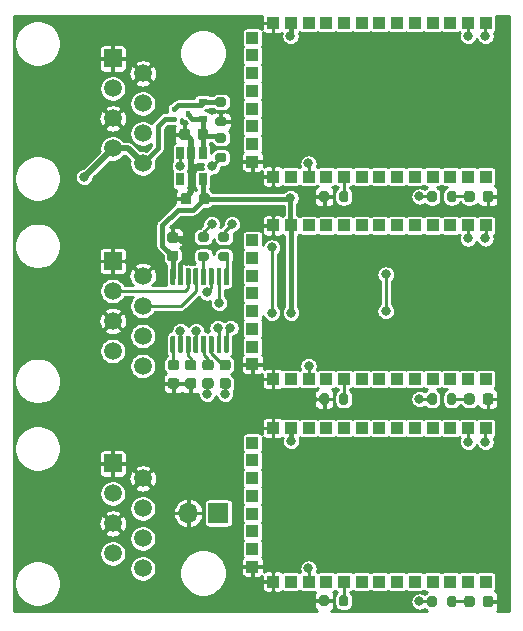
<source format=gbr>
%TF.GenerationSoftware,KiCad,Pcbnew,(5.1.9)-1*%
%TF.CreationDate,2021-01-06T02:37:49+01:00*%
%TF.ProjectId,SerialBT-Flarm-2.0,53657269-616c-4425-942d-466c61726d2d,2.0*%
%TF.SameCoordinates,Original*%
%TF.FileFunction,Copper,L1,Top*%
%TF.FilePolarity,Positive*%
%FSLAX46Y46*%
G04 Gerber Fmt 4.6, Leading zero omitted, Abs format (unit mm)*
G04 Created by KiCad (PCBNEW (5.1.9)-1) date 2021-01-06 02:37:49*
%MOMM*%
%LPD*%
G01*
G04 APERTURE LIST*
%TA.AperFunction,ComponentPad*%
%ADD10O,1.700000X1.700000*%
%TD*%
%TA.AperFunction,ComponentPad*%
%ADD11R,1.700000X1.700000*%
%TD*%
%TA.AperFunction,SMDPad,CuDef*%
%ADD12R,1.000000X1.000000*%
%TD*%
%TA.AperFunction,ComponentPad*%
%ADD13C,1.500000*%
%TD*%
%TA.AperFunction,ComponentPad*%
%ADD14R,1.500000X1.500000*%
%TD*%
%TA.AperFunction,SMDPad,CuDef*%
%ADD15R,0.650000X1.060000*%
%TD*%
%TA.AperFunction,SMDPad,CuDef*%
%ADD16R,0.450000X0.500000*%
%TD*%
%TA.AperFunction,SMDPad,CuDef*%
%ADD17R,0.450000X0.400000*%
%TD*%
%TA.AperFunction,SMDPad,CuDef*%
%ADD18R,0.700000X0.600000*%
%TD*%
%TA.AperFunction,ViaPad*%
%ADD19C,0.800000*%
%TD*%
%TA.AperFunction,Conductor*%
%ADD20C,0.500000*%
%TD*%
%TA.AperFunction,Conductor*%
%ADD21C,0.400000*%
%TD*%
%TA.AperFunction,Conductor*%
%ADD22C,0.250000*%
%TD*%
%TA.AperFunction,Conductor*%
%ADD23C,0.254000*%
%TD*%
%TA.AperFunction,Conductor*%
%ADD24C,0.100000*%
%TD*%
G04 APERTURE END LIST*
D10*
%TO.P,J1,2*%
%TO.N,GND*%
X144399000Y-108267500D03*
D11*
%TO.P,J1,1*%
%TO.N,NSHDN*%
X146939000Y-108267500D03*
%TD*%
D12*
%TO.P,U3,1*%
%TO.N,RX-FLA-A-TTL*%
X169568000Y-66779000D03*
%TO.P,U3,2*%
%TO.N,TX-FLA-A-TTL*%
X168068000Y-66779000D03*
%TO.P,U3,3*%
%TO.N,Net-(U3-Pad3)*%
X166568000Y-66779000D03*
%TO.P,U3,4*%
%TO.N,Net-(U3-Pad4)*%
X165068000Y-66779000D03*
%TO.P,U3,5*%
%TO.N,Net-(U3-Pad5)*%
X163568000Y-66779000D03*
%TO.P,U3,6*%
%TO.N,Net-(U3-Pad6)*%
X162068000Y-66779000D03*
%TO.P,U3,7*%
%TO.N,Net-(U3-Pad7)*%
X160568000Y-66779000D03*
%TO.P,U3,8*%
%TO.N,Net-(U3-Pad8)*%
X159068000Y-66779000D03*
%TO.P,U3,9*%
%TO.N,Net-(U3-Pad9)*%
X157568000Y-66779000D03*
%TO.P,U3,10*%
%TO.N,Net-(U3-Pad10)*%
X156068000Y-66779000D03*
%TO.P,U3,11*%
%TO.N,Net-(U3-Pad11)*%
X154568000Y-66779000D03*
%TO.P,U3,12*%
%TO.N,+3V3*%
X153068000Y-66779000D03*
%TO.P,U3,13*%
%TO.N,GND*%
X151568000Y-66779000D03*
%TO.P,U3,14*%
%TO.N,N/C*%
X149818000Y-68029000D03*
%TO.P,U3,15*%
%TO.N,Net-(U3-Pad15)*%
X149818000Y-69529000D03*
%TO.P,U3,16*%
%TO.N,Net-(U3-Pad16)*%
X149818000Y-71029000D03*
%TO.P,U3,17*%
%TO.N,Net-(U3-Pad17)*%
X149818000Y-72529000D03*
%TO.P,U3,18*%
%TO.N,Net-(U3-Pad18)*%
X149818000Y-74029000D03*
%TO.P,U3,19*%
%TO.N,Net-(U3-Pad19)*%
X149818000Y-75529000D03*
%TO.P,U3,20*%
%TO.N,Net-(U3-Pad20)*%
X149818000Y-77029000D03*
%TO.P,U3,21*%
%TO.N,GND*%
X149818000Y-78529000D03*
%TO.P,U3,22*%
X151568000Y-79779000D03*
%TO.P,U3,23*%
%TO.N,Net-(U3-Pad23)*%
X153068000Y-79779000D03*
%TO.P,U3,24*%
%TO.N,Net-(R10-Pad1)*%
X154568000Y-79779000D03*
%TO.P,U3,25*%
%TO.N,Net-(U3-Pad25)*%
X156068000Y-79779000D03*
%TO.P,U3,26*%
%TO.N,Net-(R9-Pad1)*%
X157568000Y-79779000D03*
%TO.P,U3,27*%
%TO.N,Net-(U3-Pad27)*%
X159068000Y-79779000D03*
%TO.P,U3,28*%
%TO.N,Net-(U3-Pad28)*%
X160568000Y-79779000D03*
%TO.P,U3,29*%
%TO.N,Net-(U3-Pad29)*%
X162068000Y-79779000D03*
%TO.P,U3,30*%
%TO.N,Net-(U3-Pad30)*%
X163568000Y-79779000D03*
%TO.P,U3,31*%
%TO.N,Net-(U3-Pad31)*%
X165068000Y-79779000D03*
%TO.P,U3,32*%
%TO.N,Net-(U3-Pad32)*%
X166568000Y-79779000D03*
%TO.P,U3,33*%
%TO.N,Net-(U3-Pad33)*%
X168068000Y-79779000D03*
%TO.P,U3,34*%
%TO.N,Net-(U3-Pad34)*%
X169568000Y-79779000D03*
%TD*%
%TO.P,U5,1*%
%TO.N,RX-KRT-TTL*%
X169568000Y-101069000D03*
%TO.P,U5,2*%
%TO.N,TX-KRT-TTL*%
X168068000Y-101069000D03*
%TO.P,U5,3*%
%TO.N,Net-(U5-Pad3)*%
X166568000Y-101069000D03*
%TO.P,U5,4*%
%TO.N,Net-(U5-Pad4)*%
X165068000Y-101069000D03*
%TO.P,U5,5*%
%TO.N,Net-(U5-Pad5)*%
X163568000Y-101069000D03*
%TO.P,U5,6*%
%TO.N,Net-(U5-Pad6)*%
X162068000Y-101069000D03*
%TO.P,U5,7*%
%TO.N,Net-(U5-Pad7)*%
X160568000Y-101069000D03*
%TO.P,U5,8*%
%TO.N,Net-(U5-Pad8)*%
X159068000Y-101069000D03*
%TO.P,U5,9*%
%TO.N,Net-(U5-Pad9)*%
X157568000Y-101069000D03*
%TO.P,U5,10*%
%TO.N,Net-(U5-Pad10)*%
X156068000Y-101069000D03*
%TO.P,U5,11*%
%TO.N,Net-(U5-Pad11)*%
X154568000Y-101069000D03*
%TO.P,U5,12*%
%TO.N,+3V3*%
X153068000Y-101069000D03*
%TO.P,U5,13*%
%TO.N,GND*%
X151568000Y-101069000D03*
%TO.P,U5,14*%
%TO.N,N/C*%
X149818000Y-102319000D03*
%TO.P,U5,15*%
%TO.N,Net-(U5-Pad15)*%
X149818000Y-103819000D03*
%TO.P,U5,16*%
%TO.N,Net-(U5-Pad16)*%
X149818000Y-105319000D03*
%TO.P,U5,17*%
%TO.N,Net-(U5-Pad17)*%
X149818000Y-106819000D03*
%TO.P,U5,18*%
%TO.N,Net-(U5-Pad18)*%
X149818000Y-108319000D03*
%TO.P,U5,19*%
%TO.N,Net-(U5-Pad19)*%
X149818000Y-109819000D03*
%TO.P,U5,20*%
%TO.N,Net-(U5-Pad20)*%
X149818000Y-111319000D03*
%TO.P,U5,21*%
%TO.N,GND*%
X149818000Y-112819000D03*
%TO.P,U5,22*%
X151568000Y-114069000D03*
%TO.P,U5,23*%
%TO.N,Net-(U5-Pad23)*%
X153068000Y-114069000D03*
%TO.P,U5,24*%
%TO.N,Net-(R8-Pad2)*%
X154568000Y-114069000D03*
%TO.P,U5,25*%
%TO.N,Net-(U5-Pad25)*%
X156068000Y-114069000D03*
%TO.P,U5,26*%
%TO.N,Net-(R7-Pad1)*%
X157568000Y-114069000D03*
%TO.P,U5,27*%
%TO.N,Net-(U5-Pad27)*%
X159068000Y-114069000D03*
%TO.P,U5,28*%
%TO.N,Net-(U5-Pad28)*%
X160568000Y-114069000D03*
%TO.P,U5,29*%
%TO.N,Net-(U5-Pad29)*%
X162068000Y-114069000D03*
%TO.P,U5,30*%
%TO.N,Net-(U5-Pad30)*%
X163568000Y-114069000D03*
%TO.P,U5,31*%
%TO.N,Net-(U5-Pad31)*%
X165068000Y-114069000D03*
%TO.P,U5,32*%
%TO.N,Net-(U5-Pad32)*%
X166568000Y-114069000D03*
%TO.P,U5,33*%
%TO.N,Net-(U5-Pad33)*%
X168068000Y-114069000D03*
%TO.P,U5,34*%
%TO.N,Net-(U5-Pad34)*%
X169568000Y-114069000D03*
%TD*%
%TO.P,U4,1*%
%TO.N,RX-FLA-B-TTL*%
X169568000Y-83924000D03*
%TO.P,U4,2*%
%TO.N,TX-FLA-B-TTL*%
X168068000Y-83924000D03*
%TO.P,U4,3*%
%TO.N,Net-(U4-Pad3)*%
X166568000Y-83924000D03*
%TO.P,U4,4*%
%TO.N,Net-(U4-Pad4)*%
X165068000Y-83924000D03*
%TO.P,U4,5*%
%TO.N,Net-(U4-Pad5)*%
X163568000Y-83924000D03*
%TO.P,U4,6*%
%TO.N,Net-(U4-Pad6)*%
X162068000Y-83924000D03*
%TO.P,U4,7*%
%TO.N,Net-(U4-Pad7)*%
X160568000Y-83924000D03*
%TO.P,U4,8*%
%TO.N,Net-(U4-Pad8)*%
X159068000Y-83924000D03*
%TO.P,U4,9*%
%TO.N,Net-(U4-Pad9)*%
X157568000Y-83924000D03*
%TO.P,U4,10*%
%TO.N,Net-(U4-Pad10)*%
X156068000Y-83924000D03*
%TO.P,U4,11*%
%TO.N,Net-(U4-Pad11)*%
X154568000Y-83924000D03*
%TO.P,U4,12*%
%TO.N,+3V3*%
X153068000Y-83924000D03*
%TO.P,U4,13*%
%TO.N,GND*%
X151568000Y-83924000D03*
%TO.P,U4,14*%
%TO.N,N/C*%
X149818000Y-85174000D03*
%TO.P,U4,15*%
%TO.N,Net-(U4-Pad15)*%
X149818000Y-86674000D03*
%TO.P,U4,16*%
%TO.N,Net-(U4-Pad16)*%
X149818000Y-88174000D03*
%TO.P,U4,17*%
%TO.N,Net-(U4-Pad17)*%
X149818000Y-89674000D03*
%TO.P,U4,18*%
%TO.N,Net-(U4-Pad18)*%
X149818000Y-91174000D03*
%TO.P,U4,19*%
%TO.N,Net-(U4-Pad19)*%
X149818000Y-92674000D03*
%TO.P,U4,20*%
%TO.N,Net-(U4-Pad20)*%
X149818000Y-94174000D03*
%TO.P,U4,21*%
%TO.N,GND*%
X149818000Y-95674000D03*
%TO.P,U4,22*%
X151568000Y-96924000D03*
%TO.P,U4,23*%
%TO.N,Net-(U4-Pad23)*%
X153068000Y-96924000D03*
%TO.P,U4,24*%
%TO.N,Net-(R6-Pad1)*%
X154568000Y-96924000D03*
%TO.P,U4,25*%
%TO.N,Net-(U4-Pad25)*%
X156068000Y-96924000D03*
%TO.P,U4,26*%
%TO.N,Net-(R5-Pad1)*%
X157568000Y-96924000D03*
%TO.P,U4,27*%
%TO.N,Net-(U4-Pad27)*%
X159068000Y-96924000D03*
%TO.P,U4,28*%
%TO.N,Net-(U4-Pad28)*%
X160568000Y-96924000D03*
%TO.P,U4,29*%
%TO.N,Net-(U4-Pad29)*%
X162068000Y-96924000D03*
%TO.P,U4,30*%
%TO.N,Net-(U4-Pad30)*%
X163568000Y-96924000D03*
%TO.P,U4,31*%
%TO.N,Net-(U4-Pad31)*%
X165068000Y-96924000D03*
%TO.P,U4,32*%
%TO.N,Net-(U4-Pad32)*%
X166568000Y-96924000D03*
%TO.P,U4,33*%
%TO.N,Net-(U4-Pad33)*%
X168068000Y-96924000D03*
%TO.P,U4,34*%
%TO.N,Net-(U4-Pad34)*%
X169568000Y-96924000D03*
%TD*%
%TO.P,R10,2*%
%TO.N,Net-(D4-Pad2)*%
%TA.AperFunction,SMDPad,CuDef*%
G36*
G01*
X166287000Y-81745500D02*
X166287000Y-81195500D01*
G75*
G02*
X166487000Y-80995500I200000J0D01*
G01*
X166887000Y-80995500D01*
G75*
G02*
X167087000Y-81195500I0J-200000D01*
G01*
X167087000Y-81745500D01*
G75*
G02*
X166887000Y-81945500I-200000J0D01*
G01*
X166487000Y-81945500D01*
G75*
G02*
X166287000Y-81745500I0J200000D01*
G01*
G37*
%TD.AperFunction*%
%TO.P,R10,1*%
%TO.N,Net-(R10-Pad1)*%
%TA.AperFunction,SMDPad,CuDef*%
G36*
G01*
X164637000Y-81745500D02*
X164637000Y-81195500D01*
G75*
G02*
X164837000Y-80995500I200000J0D01*
G01*
X165237000Y-80995500D01*
G75*
G02*
X165437000Y-81195500I0J-200000D01*
G01*
X165437000Y-81745500D01*
G75*
G02*
X165237000Y-81945500I-200000J0D01*
G01*
X164837000Y-81945500D01*
G75*
G02*
X164637000Y-81745500I0J200000D01*
G01*
G37*
%TD.AperFunction*%
%TD*%
%TO.P,R9,2*%
%TO.N,GND*%
%TA.AperFunction,SMDPad,CuDef*%
G36*
G01*
X156293000Y-81195500D02*
X156293000Y-81745500D01*
G75*
G02*
X156093000Y-81945500I-200000J0D01*
G01*
X155693000Y-81945500D01*
G75*
G02*
X155493000Y-81745500I0J200000D01*
G01*
X155493000Y-81195500D01*
G75*
G02*
X155693000Y-80995500I200000J0D01*
G01*
X156093000Y-80995500D01*
G75*
G02*
X156293000Y-81195500I0J-200000D01*
G01*
G37*
%TD.AperFunction*%
%TO.P,R9,1*%
%TO.N,Net-(R9-Pad1)*%
%TA.AperFunction,SMDPad,CuDef*%
G36*
G01*
X157943000Y-81195500D02*
X157943000Y-81745500D01*
G75*
G02*
X157743000Y-81945500I-200000J0D01*
G01*
X157343000Y-81945500D01*
G75*
G02*
X157143000Y-81745500I0J200000D01*
G01*
X157143000Y-81195500D01*
G75*
G02*
X157343000Y-80995500I200000J0D01*
G01*
X157743000Y-80995500D01*
G75*
G02*
X157943000Y-81195500I0J-200000D01*
G01*
G37*
%TD.AperFunction*%
%TD*%
%TO.P,D4,2*%
%TO.N,Net-(D4-Pad2)*%
%TA.AperFunction,SMDPad,CuDef*%
G36*
G01*
X168623500Y-81214250D02*
X168623500Y-81726750D01*
G75*
G02*
X168404750Y-81945500I-218750J0D01*
G01*
X167967250Y-81945500D01*
G75*
G02*
X167748500Y-81726750I0J218750D01*
G01*
X167748500Y-81214250D01*
G75*
G02*
X167967250Y-80995500I218750J0D01*
G01*
X168404750Y-80995500D01*
G75*
G02*
X168623500Y-81214250I0J-218750D01*
G01*
G37*
%TD.AperFunction*%
%TO.P,D4,1*%
%TO.N,GND*%
%TA.AperFunction,SMDPad,CuDef*%
G36*
G01*
X170198500Y-81214250D02*
X170198500Y-81726750D01*
G75*
G02*
X169979750Y-81945500I-218750J0D01*
G01*
X169542250Y-81945500D01*
G75*
G02*
X169323500Y-81726750I0J218750D01*
G01*
X169323500Y-81214250D01*
G75*
G02*
X169542250Y-80995500I218750J0D01*
G01*
X169979750Y-80995500D01*
G75*
G02*
X170198500Y-81214250I0J-218750D01*
G01*
G37*
%TD.AperFunction*%
%TD*%
D13*
%TO.P,J4,8*%
%TO.N,Net-(J4-Pad8)*%
X140525500Y-112966500D03*
%TO.P,J4,7*%
%TO.N,Net-(J4-Pad7)*%
X137985500Y-111696500D03*
%TO.P,J4,6*%
%TO.N,Net-(J4-Pad6)*%
X140525500Y-110426500D03*
%TO.P,J4,5*%
%TO.N,GND*%
X137985500Y-109156500D03*
%TO.P,J4,4*%
%TO.N,TX-KRT-232*%
X140525500Y-107886500D03*
%TO.P,J4,3*%
%TO.N,RX-KRT-232*%
X137985500Y-106616500D03*
%TO.P,J4,2*%
%TO.N,GND*%
X140525500Y-105346500D03*
D14*
%TO.P,J4,1*%
X137985500Y-104076500D03*
%TD*%
%TO.P,U2,16*%
%TO.N,+3V3*%
%TA.AperFunction,SMDPad,CuDef*%
G36*
G01*
X143176500Y-88997500D02*
X142976500Y-88997500D01*
G75*
G02*
X142876500Y-88897500I0J100000D01*
G01*
X142876500Y-87622500D01*
G75*
G02*
X142976500Y-87522500I100000J0D01*
G01*
X143176500Y-87522500D01*
G75*
G02*
X143276500Y-87622500I0J-100000D01*
G01*
X143276500Y-88897500D01*
G75*
G02*
X143176500Y-88997500I-100000J0D01*
G01*
G37*
%TD.AperFunction*%
%TO.P,U2,15*%
%TO.N,GND*%
%TA.AperFunction,SMDPad,CuDef*%
G36*
G01*
X143826500Y-88997500D02*
X143626500Y-88997500D01*
G75*
G02*
X143526500Y-88897500I0J100000D01*
G01*
X143526500Y-87622500D01*
G75*
G02*
X143626500Y-87522500I100000J0D01*
G01*
X143826500Y-87522500D01*
G75*
G02*
X143926500Y-87622500I0J-100000D01*
G01*
X143926500Y-88897500D01*
G75*
G02*
X143826500Y-88997500I-100000J0D01*
G01*
G37*
%TD.AperFunction*%
%TO.P,U2,14*%
%TO.N,RX-FLA-232*%
%TA.AperFunction,SMDPad,CuDef*%
G36*
G01*
X144476500Y-88997500D02*
X144276500Y-88997500D01*
G75*
G02*
X144176500Y-88897500I0J100000D01*
G01*
X144176500Y-87622500D01*
G75*
G02*
X144276500Y-87522500I100000J0D01*
G01*
X144476500Y-87522500D01*
G75*
G02*
X144576500Y-87622500I0J-100000D01*
G01*
X144576500Y-88897500D01*
G75*
G02*
X144476500Y-88997500I-100000J0D01*
G01*
G37*
%TD.AperFunction*%
%TO.P,U2,13*%
%TO.N,TX-FLA-232*%
%TA.AperFunction,SMDPad,CuDef*%
G36*
G01*
X145126500Y-88997500D02*
X144926500Y-88997500D01*
G75*
G02*
X144826500Y-88897500I0J100000D01*
G01*
X144826500Y-87622500D01*
G75*
G02*
X144926500Y-87522500I100000J0D01*
G01*
X145126500Y-87522500D01*
G75*
G02*
X145226500Y-87622500I0J-100000D01*
G01*
X145226500Y-88897500D01*
G75*
G02*
X145126500Y-88997500I-100000J0D01*
G01*
G37*
%TD.AperFunction*%
%TO.P,U2,12*%
%TO.N,Net-(R3-Pad2)*%
%TA.AperFunction,SMDPad,CuDef*%
G36*
G01*
X145776500Y-88997500D02*
X145576500Y-88997500D01*
G75*
G02*
X145476500Y-88897500I0J100000D01*
G01*
X145476500Y-87622500D01*
G75*
G02*
X145576500Y-87522500I100000J0D01*
G01*
X145776500Y-87522500D01*
G75*
G02*
X145876500Y-87622500I0J-100000D01*
G01*
X145876500Y-88897500D01*
G75*
G02*
X145776500Y-88997500I-100000J0D01*
G01*
G37*
%TD.AperFunction*%
%TO.P,U2,11*%
%TO.N,RX-FLA-TTL*%
%TA.AperFunction,SMDPad,CuDef*%
G36*
G01*
X146426500Y-88997500D02*
X146226500Y-88997500D01*
G75*
G02*
X146126500Y-88897500I0J100000D01*
G01*
X146126500Y-87622500D01*
G75*
G02*
X146226500Y-87522500I100000J0D01*
G01*
X146426500Y-87522500D01*
G75*
G02*
X146526500Y-87622500I0J-100000D01*
G01*
X146526500Y-88897500D01*
G75*
G02*
X146426500Y-88997500I-100000J0D01*
G01*
G37*
%TD.AperFunction*%
%TO.P,U2,10*%
%TO.N,RX-KRT-TTL*%
%TA.AperFunction,SMDPad,CuDef*%
G36*
G01*
X147076500Y-88997500D02*
X146876500Y-88997500D01*
G75*
G02*
X146776500Y-88897500I0J100000D01*
G01*
X146776500Y-87622500D01*
G75*
G02*
X146876500Y-87522500I100000J0D01*
G01*
X147076500Y-87522500D01*
G75*
G02*
X147176500Y-87622500I0J-100000D01*
G01*
X147176500Y-88897500D01*
G75*
G02*
X147076500Y-88997500I-100000J0D01*
G01*
G37*
%TD.AperFunction*%
%TO.P,U2,9*%
%TO.N,Net-(R4-Pad2)*%
%TA.AperFunction,SMDPad,CuDef*%
G36*
G01*
X147726500Y-88997500D02*
X147526500Y-88997500D01*
G75*
G02*
X147426500Y-88897500I0J100000D01*
G01*
X147426500Y-87622500D01*
G75*
G02*
X147526500Y-87522500I100000J0D01*
G01*
X147726500Y-87522500D01*
G75*
G02*
X147826500Y-87622500I0J-100000D01*
G01*
X147826500Y-88897500D01*
G75*
G02*
X147726500Y-88997500I-100000J0D01*
G01*
G37*
%TD.AperFunction*%
%TO.P,U2,8*%
%TO.N,TX-KRT-232*%
%TA.AperFunction,SMDPad,CuDef*%
G36*
G01*
X147726500Y-94722500D02*
X147526500Y-94722500D01*
G75*
G02*
X147426500Y-94622500I0J100000D01*
G01*
X147426500Y-93347500D01*
G75*
G02*
X147526500Y-93247500I100000J0D01*
G01*
X147726500Y-93247500D01*
G75*
G02*
X147826500Y-93347500I0J-100000D01*
G01*
X147826500Y-94622500D01*
G75*
G02*
X147726500Y-94722500I-100000J0D01*
G01*
G37*
%TD.AperFunction*%
%TO.P,U2,7*%
%TO.N,RX-KRT-232*%
%TA.AperFunction,SMDPad,CuDef*%
G36*
G01*
X147076500Y-94722500D02*
X146876500Y-94722500D01*
G75*
G02*
X146776500Y-94622500I0J100000D01*
G01*
X146776500Y-93347500D01*
G75*
G02*
X146876500Y-93247500I100000J0D01*
G01*
X147076500Y-93247500D01*
G75*
G02*
X147176500Y-93347500I0J-100000D01*
G01*
X147176500Y-94622500D01*
G75*
G02*
X147076500Y-94722500I-100000J0D01*
G01*
G37*
%TD.AperFunction*%
%TO.P,U2,6*%
%TO.N,Net-(C4-Pad1)*%
%TA.AperFunction,SMDPad,CuDef*%
G36*
G01*
X146426500Y-94722500D02*
X146226500Y-94722500D01*
G75*
G02*
X146126500Y-94622500I0J100000D01*
G01*
X146126500Y-93347500D01*
G75*
G02*
X146226500Y-93247500I100000J0D01*
G01*
X146426500Y-93247500D01*
G75*
G02*
X146526500Y-93347500I0J-100000D01*
G01*
X146526500Y-94622500D01*
G75*
G02*
X146426500Y-94722500I-100000J0D01*
G01*
G37*
%TD.AperFunction*%
%TO.P,U2,5*%
%TO.N,Net-(C3-Pad1)*%
%TA.AperFunction,SMDPad,CuDef*%
G36*
G01*
X145776500Y-94722500D02*
X145576500Y-94722500D01*
G75*
G02*
X145476500Y-94622500I0J100000D01*
G01*
X145476500Y-93347500D01*
G75*
G02*
X145576500Y-93247500I100000J0D01*
G01*
X145776500Y-93247500D01*
G75*
G02*
X145876500Y-93347500I0J-100000D01*
G01*
X145876500Y-94622500D01*
G75*
G02*
X145776500Y-94722500I-100000J0D01*
G01*
G37*
%TD.AperFunction*%
%TO.P,U2,4*%
%TO.N,Net-(C3-Pad2)*%
%TA.AperFunction,SMDPad,CuDef*%
G36*
G01*
X145126500Y-94722500D02*
X144926500Y-94722500D01*
G75*
G02*
X144826500Y-94622500I0J100000D01*
G01*
X144826500Y-93347500D01*
G75*
G02*
X144926500Y-93247500I100000J0D01*
G01*
X145126500Y-93247500D01*
G75*
G02*
X145226500Y-93347500I0J-100000D01*
G01*
X145226500Y-94622500D01*
G75*
G02*
X145126500Y-94722500I-100000J0D01*
G01*
G37*
%TD.AperFunction*%
%TO.P,U2,3*%
%TO.N,Net-(C7-Pad1)*%
%TA.AperFunction,SMDPad,CuDef*%
G36*
G01*
X144476500Y-94722500D02*
X144276500Y-94722500D01*
G75*
G02*
X144176500Y-94622500I0J100000D01*
G01*
X144176500Y-93347500D01*
G75*
G02*
X144276500Y-93247500I100000J0D01*
G01*
X144476500Y-93247500D01*
G75*
G02*
X144576500Y-93347500I0J-100000D01*
G01*
X144576500Y-94622500D01*
G75*
G02*
X144476500Y-94722500I-100000J0D01*
G01*
G37*
%TD.AperFunction*%
%TO.P,U2,2*%
%TO.N,Net-(C4-Pad2)*%
%TA.AperFunction,SMDPad,CuDef*%
G36*
G01*
X143826500Y-94722500D02*
X143626500Y-94722500D01*
G75*
G02*
X143526500Y-94622500I0J100000D01*
G01*
X143526500Y-93347500D01*
G75*
G02*
X143626500Y-93247500I100000J0D01*
G01*
X143826500Y-93247500D01*
G75*
G02*
X143926500Y-93347500I0J-100000D01*
G01*
X143926500Y-94622500D01*
G75*
G02*
X143826500Y-94722500I-100000J0D01*
G01*
G37*
%TD.AperFunction*%
%TO.P,U2,1*%
%TO.N,Net-(C6-Pad1)*%
%TA.AperFunction,SMDPad,CuDef*%
G36*
G01*
X143176500Y-94722500D02*
X142976500Y-94722500D01*
G75*
G02*
X142876500Y-94622500I0J100000D01*
G01*
X142876500Y-93347500D01*
G75*
G02*
X142976500Y-93247500I100000J0D01*
G01*
X143176500Y-93247500D01*
G75*
G02*
X143276500Y-93347500I0J-100000D01*
G01*
X143276500Y-94622500D01*
G75*
G02*
X143176500Y-94722500I-100000J0D01*
G01*
G37*
%TD.AperFunction*%
%TD*%
D15*
%TO.P,U1,5*%
%TO.N,+3V3*%
X145603000Y-80030500D03*
%TO.P,U1,4*%
%TO.N,Net-(U1-Pad4)*%
X143703000Y-80030500D03*
%TO.P,U1,3*%
%TO.N,NSHDN*%
X143703000Y-77830500D03*
%TO.P,U1,2*%
%TO.N,GND*%
X144653000Y-77830500D03*
%TO.P,U1,1*%
%TO.N,Net-(C1-Pad1)*%
X145603000Y-77830500D03*
%TD*%
%TO.P,R8,2*%
%TO.N,Net-(R8-Pad2)*%
%TA.AperFunction,SMDPad,CuDef*%
G36*
G01*
X165437000Y-115485500D02*
X165437000Y-116035500D01*
G75*
G02*
X165237000Y-116235500I-200000J0D01*
G01*
X164837000Y-116235500D01*
G75*
G02*
X164637000Y-116035500I0J200000D01*
G01*
X164637000Y-115485500D01*
G75*
G02*
X164837000Y-115285500I200000J0D01*
G01*
X165237000Y-115285500D01*
G75*
G02*
X165437000Y-115485500I0J-200000D01*
G01*
G37*
%TD.AperFunction*%
%TO.P,R8,1*%
%TO.N,Net-(D3-Pad2)*%
%TA.AperFunction,SMDPad,CuDef*%
G36*
G01*
X167087000Y-115485500D02*
X167087000Y-116035500D01*
G75*
G02*
X166887000Y-116235500I-200000J0D01*
G01*
X166487000Y-116235500D01*
G75*
G02*
X166287000Y-116035500I0J200000D01*
G01*
X166287000Y-115485500D01*
G75*
G02*
X166487000Y-115285500I200000J0D01*
G01*
X166887000Y-115285500D01*
G75*
G02*
X167087000Y-115485500I0J-200000D01*
G01*
G37*
%TD.AperFunction*%
%TD*%
%TO.P,R7,2*%
%TO.N,GND*%
%TA.AperFunction,SMDPad,CuDef*%
G36*
G01*
X156293000Y-115422000D02*
X156293000Y-115972000D01*
G75*
G02*
X156093000Y-116172000I-200000J0D01*
G01*
X155693000Y-116172000D01*
G75*
G02*
X155493000Y-115972000I0J200000D01*
G01*
X155493000Y-115422000D01*
G75*
G02*
X155693000Y-115222000I200000J0D01*
G01*
X156093000Y-115222000D01*
G75*
G02*
X156293000Y-115422000I0J-200000D01*
G01*
G37*
%TD.AperFunction*%
%TO.P,R7,1*%
%TO.N,Net-(R7-Pad1)*%
%TA.AperFunction,SMDPad,CuDef*%
G36*
G01*
X157943000Y-115422000D02*
X157943000Y-115972000D01*
G75*
G02*
X157743000Y-116172000I-200000J0D01*
G01*
X157343000Y-116172000D01*
G75*
G02*
X157143000Y-115972000I0J200000D01*
G01*
X157143000Y-115422000D01*
G75*
G02*
X157343000Y-115222000I200000J0D01*
G01*
X157743000Y-115222000D01*
G75*
G02*
X157943000Y-115422000I0J-200000D01*
G01*
G37*
%TD.AperFunction*%
%TD*%
%TO.P,R6,2*%
%TO.N,Net-(D2-Pad2)*%
%TA.AperFunction,SMDPad,CuDef*%
G36*
G01*
X166287000Y-98890500D02*
X166287000Y-98340500D01*
G75*
G02*
X166487000Y-98140500I200000J0D01*
G01*
X166887000Y-98140500D01*
G75*
G02*
X167087000Y-98340500I0J-200000D01*
G01*
X167087000Y-98890500D01*
G75*
G02*
X166887000Y-99090500I-200000J0D01*
G01*
X166487000Y-99090500D01*
G75*
G02*
X166287000Y-98890500I0J200000D01*
G01*
G37*
%TD.AperFunction*%
%TO.P,R6,1*%
%TO.N,Net-(R6-Pad1)*%
%TA.AperFunction,SMDPad,CuDef*%
G36*
G01*
X164637000Y-98890500D02*
X164637000Y-98340500D01*
G75*
G02*
X164837000Y-98140500I200000J0D01*
G01*
X165237000Y-98140500D01*
G75*
G02*
X165437000Y-98340500I0J-200000D01*
G01*
X165437000Y-98890500D01*
G75*
G02*
X165237000Y-99090500I-200000J0D01*
G01*
X164837000Y-99090500D01*
G75*
G02*
X164637000Y-98890500I0J200000D01*
G01*
G37*
%TD.AperFunction*%
%TD*%
%TO.P,R5,2*%
%TO.N,GND*%
%TA.AperFunction,SMDPad,CuDef*%
G36*
G01*
X156293000Y-98340500D02*
X156293000Y-98890500D01*
G75*
G02*
X156093000Y-99090500I-200000J0D01*
G01*
X155693000Y-99090500D01*
G75*
G02*
X155493000Y-98890500I0J200000D01*
G01*
X155493000Y-98340500D01*
G75*
G02*
X155693000Y-98140500I200000J0D01*
G01*
X156093000Y-98140500D01*
G75*
G02*
X156293000Y-98340500I0J-200000D01*
G01*
G37*
%TD.AperFunction*%
%TO.P,R5,1*%
%TO.N,Net-(R5-Pad1)*%
%TA.AperFunction,SMDPad,CuDef*%
G36*
G01*
X157943000Y-98340500D02*
X157943000Y-98890500D01*
G75*
G02*
X157743000Y-99090500I-200000J0D01*
G01*
X157343000Y-99090500D01*
G75*
G02*
X157143000Y-98890500I0J200000D01*
G01*
X157143000Y-98340500D01*
G75*
G02*
X157343000Y-98140500I200000J0D01*
G01*
X157743000Y-98140500D01*
G75*
G02*
X157943000Y-98340500I0J-200000D01*
G01*
G37*
%TD.AperFunction*%
%TD*%
%TO.P,R4,2*%
%TO.N,Net-(R4-Pad2)*%
%TA.AperFunction,SMDPad,CuDef*%
G36*
G01*
X147108500Y-86150000D02*
X147658500Y-86150000D01*
G75*
G02*
X147858500Y-86350000I0J-200000D01*
G01*
X147858500Y-86750000D01*
G75*
G02*
X147658500Y-86950000I-200000J0D01*
G01*
X147108500Y-86950000D01*
G75*
G02*
X146908500Y-86750000I0J200000D01*
G01*
X146908500Y-86350000D01*
G75*
G02*
X147108500Y-86150000I200000J0D01*
G01*
G37*
%TD.AperFunction*%
%TO.P,R4,1*%
%TO.N,TX-KRT-TTL*%
%TA.AperFunction,SMDPad,CuDef*%
G36*
G01*
X147108500Y-84500000D02*
X147658500Y-84500000D01*
G75*
G02*
X147858500Y-84700000I0J-200000D01*
G01*
X147858500Y-85100000D01*
G75*
G02*
X147658500Y-85300000I-200000J0D01*
G01*
X147108500Y-85300000D01*
G75*
G02*
X146908500Y-85100000I0J200000D01*
G01*
X146908500Y-84700000D01*
G75*
G02*
X147108500Y-84500000I200000J0D01*
G01*
G37*
%TD.AperFunction*%
%TD*%
%TO.P,R3,2*%
%TO.N,Net-(R3-Pad2)*%
%TA.AperFunction,SMDPad,CuDef*%
G36*
G01*
X145394000Y-86150000D02*
X145944000Y-86150000D01*
G75*
G02*
X146144000Y-86350000I0J-200000D01*
G01*
X146144000Y-86750000D01*
G75*
G02*
X145944000Y-86950000I-200000J0D01*
G01*
X145394000Y-86950000D01*
G75*
G02*
X145194000Y-86750000I0J200000D01*
G01*
X145194000Y-86350000D01*
G75*
G02*
X145394000Y-86150000I200000J0D01*
G01*
G37*
%TD.AperFunction*%
%TO.P,R3,1*%
%TO.N,TX-FLA-TTL*%
%TA.AperFunction,SMDPad,CuDef*%
G36*
G01*
X145394000Y-84500000D02*
X145944000Y-84500000D01*
G75*
G02*
X146144000Y-84700000I0J-200000D01*
G01*
X146144000Y-85100000D01*
G75*
G02*
X145944000Y-85300000I-200000J0D01*
G01*
X145394000Y-85300000D01*
G75*
G02*
X145194000Y-85100000I0J200000D01*
G01*
X145194000Y-84700000D01*
G75*
G02*
X145394000Y-84500000I200000J0D01*
G01*
G37*
%TD.AperFunction*%
%TD*%
%TO.P,R2,2*%
%TO.N,NSHDN*%
%TA.AperFunction,SMDPad,CuDef*%
G36*
G01*
X146854500Y-77767500D02*
X147404500Y-77767500D01*
G75*
G02*
X147604500Y-77967500I0J-200000D01*
G01*
X147604500Y-78367500D01*
G75*
G02*
X147404500Y-78567500I-200000J0D01*
G01*
X146854500Y-78567500D01*
G75*
G02*
X146654500Y-78367500I0J200000D01*
G01*
X146654500Y-77967500D01*
G75*
G02*
X146854500Y-77767500I200000J0D01*
G01*
G37*
%TD.AperFunction*%
%TO.P,R2,1*%
%TO.N,Net-(C1-Pad1)*%
%TA.AperFunction,SMDPad,CuDef*%
G36*
G01*
X146854500Y-76117500D02*
X147404500Y-76117500D01*
G75*
G02*
X147604500Y-76317500I0J-200000D01*
G01*
X147604500Y-76717500D01*
G75*
G02*
X147404500Y-76917500I-200000J0D01*
G01*
X146854500Y-76917500D01*
G75*
G02*
X146654500Y-76717500I0J200000D01*
G01*
X146654500Y-76317500D01*
G75*
G02*
X146854500Y-76117500I200000J0D01*
G01*
G37*
%TD.AperFunction*%
%TD*%
%TO.P,R1,2*%
%TO.N,GND*%
%TA.AperFunction,SMDPad,CuDef*%
G36*
G01*
X146854500Y-74720000D02*
X147404500Y-74720000D01*
G75*
G02*
X147604500Y-74920000I0J-200000D01*
G01*
X147604500Y-75320000D01*
G75*
G02*
X147404500Y-75520000I-200000J0D01*
G01*
X146854500Y-75520000D01*
G75*
G02*
X146654500Y-75320000I0J200000D01*
G01*
X146654500Y-74920000D01*
G75*
G02*
X146854500Y-74720000I200000J0D01*
G01*
G37*
%TD.AperFunction*%
%TO.P,R1,1*%
%TO.N,Net-(D1-Pad2)*%
%TA.AperFunction,SMDPad,CuDef*%
G36*
G01*
X146854500Y-73070000D02*
X147404500Y-73070000D01*
G75*
G02*
X147604500Y-73270000I0J-200000D01*
G01*
X147604500Y-73670000D01*
G75*
G02*
X147404500Y-73870000I-200000J0D01*
G01*
X146854500Y-73870000D01*
G75*
G02*
X146654500Y-73670000I0J200000D01*
G01*
X146654500Y-73270000D01*
G75*
G02*
X146854500Y-73070000I200000J0D01*
G01*
G37*
%TD.AperFunction*%
%TD*%
D16*
%TO.P,Q1,3*%
%TO.N,Net-(C1-Pad1)*%
X144339000Y-74485500D03*
D17*
%TO.P,Q1,2*%
%TO.N,VCC*%
X143189000Y-74885500D03*
%TO.P,Q1,1*%
%TO.N,Net-(D1-Pad2)*%
X143189000Y-74085500D03*
%TD*%
D14*
%TO.P,J3,1*%
%TO.N,GND*%
X137985500Y-86931500D03*
D13*
%TO.P,J3,2*%
X140525500Y-88201500D03*
%TO.P,J3,3*%
%TO.N,RX-FLA-232*%
X137985500Y-89471500D03*
%TO.P,J3,4*%
%TO.N,TX-FLA-232*%
X140525500Y-90741500D03*
%TO.P,J3,5*%
%TO.N,GND*%
X137985500Y-92011500D03*
%TO.P,J3,6*%
%TO.N,VDDF*%
X140525500Y-93281500D03*
%TO.P,J3,7*%
%TO.N,VCC*%
X137985500Y-94551500D03*
%TO.P,J3,8*%
X140525500Y-95821500D03*
%TD*%
D14*
%TO.P,J2,1*%
%TO.N,GND*%
X137985500Y-69786500D03*
D13*
%TO.P,J2,2*%
X140525500Y-71056500D03*
%TO.P,J2,3*%
%TO.N,RX-FLA-232*%
X137985500Y-72326500D03*
%TO.P,J2,4*%
%TO.N,TX-FLA-232*%
X140525500Y-73596500D03*
%TO.P,J2,5*%
%TO.N,GND*%
X137985500Y-74866500D03*
%TO.P,J2,6*%
%TO.N,VDDF*%
X140525500Y-76136500D03*
%TO.P,J2,7*%
%TO.N,VCC*%
X137985500Y-77406500D03*
%TO.P,J2,8*%
X140525500Y-78676500D03*
%TD*%
%TO.P,D3,2*%
%TO.N,Net-(D3-Pad2)*%
%TA.AperFunction,SMDPad,CuDef*%
G36*
G01*
X168623500Y-115504250D02*
X168623500Y-116016750D01*
G75*
G02*
X168404750Y-116235500I-218750J0D01*
G01*
X167967250Y-116235500D01*
G75*
G02*
X167748500Y-116016750I0J218750D01*
G01*
X167748500Y-115504250D01*
G75*
G02*
X167967250Y-115285500I218750J0D01*
G01*
X168404750Y-115285500D01*
G75*
G02*
X168623500Y-115504250I0J-218750D01*
G01*
G37*
%TD.AperFunction*%
%TO.P,D3,1*%
%TO.N,GND*%
%TA.AperFunction,SMDPad,CuDef*%
G36*
G01*
X170198500Y-115504250D02*
X170198500Y-116016750D01*
G75*
G02*
X169979750Y-116235500I-218750J0D01*
G01*
X169542250Y-116235500D01*
G75*
G02*
X169323500Y-116016750I0J218750D01*
G01*
X169323500Y-115504250D01*
G75*
G02*
X169542250Y-115285500I218750J0D01*
G01*
X169979750Y-115285500D01*
G75*
G02*
X170198500Y-115504250I0J-218750D01*
G01*
G37*
%TD.AperFunction*%
%TD*%
%TO.P,D2,2*%
%TO.N,Net-(D2-Pad2)*%
%TA.AperFunction,SMDPad,CuDef*%
G36*
G01*
X168623500Y-98359250D02*
X168623500Y-98871750D01*
G75*
G02*
X168404750Y-99090500I-218750J0D01*
G01*
X167967250Y-99090500D01*
G75*
G02*
X167748500Y-98871750I0J218750D01*
G01*
X167748500Y-98359250D01*
G75*
G02*
X167967250Y-98140500I218750J0D01*
G01*
X168404750Y-98140500D01*
G75*
G02*
X168623500Y-98359250I0J-218750D01*
G01*
G37*
%TD.AperFunction*%
%TO.P,D2,1*%
%TO.N,GND*%
%TA.AperFunction,SMDPad,CuDef*%
G36*
G01*
X170198500Y-98359250D02*
X170198500Y-98871750D01*
G75*
G02*
X169979750Y-99090500I-218750J0D01*
G01*
X169542250Y-99090500D01*
G75*
G02*
X169323500Y-98871750I0J218750D01*
G01*
X169323500Y-98359250D01*
G75*
G02*
X169542250Y-98140500I218750J0D01*
G01*
X169979750Y-98140500D01*
G75*
G02*
X170198500Y-98359250I0J-218750D01*
G01*
G37*
%TD.AperFunction*%
%TD*%
D18*
%TO.P,D1,1*%
%TO.N,Net-(C1-Pad1)*%
X145605500Y-74868000D03*
%TO.P,D1,2*%
%TO.N,Net-(D1-Pad2)*%
X145605500Y-73468000D03*
%TD*%
%TO.P,C7,2*%
%TO.N,GND*%
%TA.AperFunction,SMDPad,CuDef*%
G36*
G01*
X144339500Y-96845000D02*
X144839500Y-96845000D01*
G75*
G02*
X145064500Y-97070000I0J-225000D01*
G01*
X145064500Y-97520000D01*
G75*
G02*
X144839500Y-97745000I-225000J0D01*
G01*
X144339500Y-97745000D01*
G75*
G02*
X144114500Y-97520000I0J225000D01*
G01*
X144114500Y-97070000D01*
G75*
G02*
X144339500Y-96845000I225000J0D01*
G01*
G37*
%TD.AperFunction*%
%TO.P,C7,1*%
%TO.N,Net-(C7-Pad1)*%
%TA.AperFunction,SMDPad,CuDef*%
G36*
G01*
X144339500Y-95295000D02*
X144839500Y-95295000D01*
G75*
G02*
X145064500Y-95520000I0J-225000D01*
G01*
X145064500Y-95970000D01*
G75*
G02*
X144839500Y-96195000I-225000J0D01*
G01*
X144339500Y-96195000D01*
G75*
G02*
X144114500Y-95970000I0J225000D01*
G01*
X144114500Y-95520000D01*
G75*
G02*
X144339500Y-95295000I225000J0D01*
G01*
G37*
%TD.AperFunction*%
%TD*%
%TO.P,C6,2*%
%TO.N,GND*%
%TA.AperFunction,SMDPad,CuDef*%
G36*
G01*
X142879000Y-96845000D02*
X143379000Y-96845000D01*
G75*
G02*
X143604000Y-97070000I0J-225000D01*
G01*
X143604000Y-97520000D01*
G75*
G02*
X143379000Y-97745000I-225000J0D01*
G01*
X142879000Y-97745000D01*
G75*
G02*
X142654000Y-97520000I0J225000D01*
G01*
X142654000Y-97070000D01*
G75*
G02*
X142879000Y-96845000I225000J0D01*
G01*
G37*
%TD.AperFunction*%
%TO.P,C6,1*%
%TO.N,Net-(C6-Pad1)*%
%TA.AperFunction,SMDPad,CuDef*%
G36*
G01*
X142879000Y-95295000D02*
X143379000Y-95295000D01*
G75*
G02*
X143604000Y-95520000I0J-225000D01*
G01*
X143604000Y-95970000D01*
G75*
G02*
X143379000Y-96195000I-225000J0D01*
G01*
X142879000Y-96195000D01*
G75*
G02*
X142654000Y-95970000I0J225000D01*
G01*
X142654000Y-95520000D01*
G75*
G02*
X142879000Y-95295000I225000J0D01*
G01*
G37*
%TD.AperFunction*%
%TD*%
%TO.P,C5,2*%
%TO.N,GND*%
%TA.AperFunction,SMDPad,CuDef*%
G36*
G01*
X143315500Y-85400000D02*
X142815500Y-85400000D01*
G75*
G02*
X142590500Y-85175000I0J225000D01*
G01*
X142590500Y-84725000D01*
G75*
G02*
X142815500Y-84500000I225000J0D01*
G01*
X143315500Y-84500000D01*
G75*
G02*
X143540500Y-84725000I0J-225000D01*
G01*
X143540500Y-85175000D01*
G75*
G02*
X143315500Y-85400000I-225000J0D01*
G01*
G37*
%TD.AperFunction*%
%TO.P,C5,1*%
%TO.N,+3V3*%
%TA.AperFunction,SMDPad,CuDef*%
G36*
G01*
X143315500Y-86950000D02*
X142815500Y-86950000D01*
G75*
G02*
X142590500Y-86725000I0J225000D01*
G01*
X142590500Y-86275000D01*
G75*
G02*
X142815500Y-86050000I225000J0D01*
G01*
X143315500Y-86050000D01*
G75*
G02*
X143540500Y-86275000I0J-225000D01*
G01*
X143540500Y-86725000D01*
G75*
G02*
X143315500Y-86950000I-225000J0D01*
G01*
G37*
%TD.AperFunction*%
%TD*%
%TO.P,C4,2*%
%TO.N,Net-(C4-Pad2)*%
%TA.AperFunction,SMDPad,CuDef*%
G36*
G01*
X147260500Y-96845000D02*
X147760500Y-96845000D01*
G75*
G02*
X147985500Y-97070000I0J-225000D01*
G01*
X147985500Y-97520000D01*
G75*
G02*
X147760500Y-97745000I-225000J0D01*
G01*
X147260500Y-97745000D01*
G75*
G02*
X147035500Y-97520000I0J225000D01*
G01*
X147035500Y-97070000D01*
G75*
G02*
X147260500Y-96845000I225000J0D01*
G01*
G37*
%TD.AperFunction*%
%TO.P,C4,1*%
%TO.N,Net-(C4-Pad1)*%
%TA.AperFunction,SMDPad,CuDef*%
G36*
G01*
X147260500Y-95295000D02*
X147760500Y-95295000D01*
G75*
G02*
X147985500Y-95520000I0J-225000D01*
G01*
X147985500Y-95970000D01*
G75*
G02*
X147760500Y-96195000I-225000J0D01*
G01*
X147260500Y-96195000D01*
G75*
G02*
X147035500Y-95970000I0J225000D01*
G01*
X147035500Y-95520000D01*
G75*
G02*
X147260500Y-95295000I225000J0D01*
G01*
G37*
%TD.AperFunction*%
%TD*%
%TO.P,C3,2*%
%TO.N,Net-(C3-Pad2)*%
%TA.AperFunction,SMDPad,CuDef*%
G36*
G01*
X145800000Y-96845000D02*
X146300000Y-96845000D01*
G75*
G02*
X146525000Y-97070000I0J-225000D01*
G01*
X146525000Y-97520000D01*
G75*
G02*
X146300000Y-97745000I-225000J0D01*
G01*
X145800000Y-97745000D01*
G75*
G02*
X145575000Y-97520000I0J225000D01*
G01*
X145575000Y-97070000D01*
G75*
G02*
X145800000Y-96845000I225000J0D01*
G01*
G37*
%TD.AperFunction*%
%TO.P,C3,1*%
%TO.N,Net-(C3-Pad1)*%
%TA.AperFunction,SMDPad,CuDef*%
G36*
G01*
X145800000Y-95295000D02*
X146300000Y-95295000D01*
G75*
G02*
X146525000Y-95520000I0J-225000D01*
G01*
X146525000Y-95970000D01*
G75*
G02*
X146300000Y-96195000I-225000J0D01*
G01*
X145800000Y-96195000D01*
G75*
G02*
X145575000Y-95970000I0J225000D01*
G01*
X145575000Y-95520000D01*
G75*
G02*
X145800000Y-95295000I225000J0D01*
G01*
G37*
%TD.AperFunction*%
%TD*%
%TO.P,C2,2*%
%TO.N,GND*%
%TA.AperFunction,SMDPad,CuDef*%
G36*
G01*
X144645500Y-81411000D02*
X144645500Y-81911000D01*
G75*
G02*
X144420500Y-82136000I-225000J0D01*
G01*
X143970500Y-82136000D01*
G75*
G02*
X143745500Y-81911000I0J225000D01*
G01*
X143745500Y-81411000D01*
G75*
G02*
X143970500Y-81186000I225000J0D01*
G01*
X144420500Y-81186000D01*
G75*
G02*
X144645500Y-81411000I0J-225000D01*
G01*
G37*
%TD.AperFunction*%
%TO.P,C2,1*%
%TO.N,+3V3*%
%TA.AperFunction,SMDPad,CuDef*%
G36*
G01*
X146195500Y-81411000D02*
X146195500Y-81911000D01*
G75*
G02*
X145970500Y-82136000I-225000J0D01*
G01*
X145520500Y-82136000D01*
G75*
G02*
X145295500Y-81911000I0J225000D01*
G01*
X145295500Y-81411000D01*
G75*
G02*
X145520500Y-81186000I225000J0D01*
G01*
X145970500Y-81186000D01*
G75*
G02*
X146195500Y-81411000I0J-225000D01*
G01*
G37*
%TD.AperFunction*%
%TD*%
%TO.P,C1,2*%
%TO.N,GND*%
%TA.AperFunction,SMDPad,CuDef*%
G36*
G01*
X144518500Y-75950000D02*
X144518500Y-76450000D01*
G75*
G02*
X144293500Y-76675000I-225000J0D01*
G01*
X143843500Y-76675000D01*
G75*
G02*
X143618500Y-76450000I0J225000D01*
G01*
X143618500Y-75950000D01*
G75*
G02*
X143843500Y-75725000I225000J0D01*
G01*
X144293500Y-75725000D01*
G75*
G02*
X144518500Y-75950000I0J-225000D01*
G01*
G37*
%TD.AperFunction*%
%TO.P,C1,1*%
%TO.N,Net-(C1-Pad1)*%
%TA.AperFunction,SMDPad,CuDef*%
G36*
G01*
X146068500Y-75950000D02*
X146068500Y-76450000D01*
G75*
G02*
X145843500Y-76675000I-225000J0D01*
G01*
X145393500Y-76675000D01*
G75*
G02*
X145168500Y-76450000I0J225000D01*
G01*
X145168500Y-75950000D01*
G75*
G02*
X145393500Y-75725000I225000J0D01*
G01*
X145843500Y-75725000D01*
G75*
G02*
X146068500Y-75950000I0J-225000D01*
G01*
G37*
%TD.AperFunction*%
%TD*%
D19*
%TO.N,+3V3*%
X153035000Y-67881504D03*
X153034970Y-81597470D03*
X153098500Y-102171500D03*
X153098516Y-91313000D03*
%TO.N,Net-(C3-Pad2)*%
X145034000Y-92837000D03*
X145986500Y-98170992D03*
%TO.N,Net-(C4-Pad2)*%
X143726500Y-92863000D03*
X147510500Y-98171024D03*
%TO.N,NSHDN*%
X143700500Y-78900498D03*
X146367484Y-78930500D03*
X151447500Y-85788500D03*
X151447500Y-91313002D03*
%TO.N,VCC*%
X135572500Y-79819500D03*
%TO.N,TX-KRT-232*%
X147954994Y-92582994D03*
%TO.N,RX-KRT-232*%
X146875488Y-92583000D03*
%TO.N,TX-FLA-TTL*%
X146367500Y-83820000D03*
%TO.N,TX-KRT-TTL*%
X168084500Y-102235000D03*
X161099500Y-88074508D03*
X161099500Y-91186000D03*
X148082000Y-83820000D03*
%TO.N,Net-(R8-Pad2)*%
X154559000Y-112966500D03*
X163957000Y-115760500D03*
%TO.N,RX-FLA-TTL*%
X145986500Y-89598500D03*
%TO.N,RX-KRT-TTL*%
X147002485Y-90487492D03*
X169545012Y-102235000D03*
%TO.N,TX-FLA-B-TTL*%
X168084500Y-85026500D03*
%TO.N,TX-FLA-A-TTL*%
X168084500Y-67881500D03*
%TO.N,RX-FLA-B-TTL*%
X169545000Y-85026376D03*
%TO.N,RX-FLA-A-TTL*%
X169545000Y-67881500D03*
%TO.N,Net-(R10-Pad1)*%
X163957000Y-81470500D03*
X154559000Y-78676498D03*
%TO.N,Net-(R6-Pad1)*%
X154568000Y-95821498D03*
X163957026Y-98615500D03*
%TD*%
D20*
%TO.N,GND*%
X144653000Y-76657500D02*
X144653000Y-77830500D01*
X144195500Y-76200000D02*
X144653000Y-76657500D01*
X144653000Y-81076500D02*
X144068500Y-81661000D01*
X144653000Y-77830500D02*
X144653000Y-81076500D01*
D21*
X143497000Y-84950000D02*
X143065500Y-84950000D01*
X144081500Y-85534500D02*
X143497000Y-84950000D01*
X143726500Y-87197900D02*
X144081500Y-86842900D01*
X144081500Y-86842900D02*
X144081500Y-85534500D01*
X143726500Y-88260000D02*
X143726500Y-87197900D01*
%TO.N,Net-(C1-Pad1)*%
X145603000Y-76342500D02*
X145745500Y-76200000D01*
X145732500Y-76187000D02*
X145745500Y-76200000D01*
X144721500Y-74868000D02*
X144339000Y-74485500D01*
X145732500Y-74868000D02*
X144721500Y-74868000D01*
X145618500Y-77815000D02*
X145603000Y-77830500D01*
X145618500Y-76200000D02*
X145618500Y-77815000D01*
X145605500Y-76187000D02*
X145618500Y-76200000D01*
X145605500Y-74868000D02*
X145605500Y-76187000D01*
X145709000Y-77724500D02*
X145603000Y-77830500D01*
X145745500Y-76327000D02*
X145618500Y-76200000D01*
X146939000Y-76327000D02*
X145745500Y-76327000D01*
X147129500Y-76517500D02*
X146939000Y-76327000D01*
%TO.N,+3V3*%
X143076500Y-86511000D02*
X143065500Y-86500000D01*
X143076500Y-88260000D02*
X143076500Y-86511000D01*
D20*
X145603000Y-81645500D02*
X145618500Y-81661000D01*
D21*
X145618500Y-81661000D02*
X145605500Y-81661000D01*
X145603000Y-81518500D02*
X145745500Y-81661000D01*
X145603000Y-80030500D02*
X145603000Y-81518500D01*
X143499090Y-82586010D02*
X142190490Y-83894610D01*
X144820490Y-82586010D02*
X143499090Y-82586010D01*
X142190490Y-85624990D02*
X143065500Y-86500000D01*
X142190490Y-83894610D02*
X142190490Y-85624990D01*
X145745500Y-81661000D02*
X144820490Y-82586010D01*
X153068000Y-67848504D02*
X153035000Y-67881504D01*
X153068000Y-66779000D02*
X153068000Y-67848504D01*
X152971440Y-81661000D02*
X153034970Y-81597470D01*
X145745500Y-81661000D02*
X152971440Y-81661000D01*
X153035000Y-81597500D02*
X153034970Y-81597470D01*
X153035000Y-83891000D02*
X153035000Y-81597500D01*
X153068000Y-83924000D02*
X153035000Y-83891000D01*
X153098500Y-101099500D02*
X153068000Y-101069000D01*
X153098500Y-102171500D02*
X153098500Y-101099500D01*
X153098500Y-91312984D02*
X153098516Y-91313000D01*
X153098500Y-83954500D02*
X153098500Y-91312984D01*
X153068000Y-83924000D02*
X153098500Y-83954500D01*
D22*
%TO.N,Net-(C3-Pad2)*%
X145034000Y-93977500D02*
X145026500Y-93985000D01*
X145034000Y-92837000D02*
X145034000Y-93977500D01*
X145986500Y-97295000D02*
X145986500Y-98170992D01*
%TO.N,Net-(C3-Pad1)*%
X146050000Y-95250000D02*
X146050000Y-95745000D01*
X145676500Y-94876500D02*
X146050000Y-95250000D01*
X145676500Y-93985000D02*
X145676500Y-94876500D01*
%TO.N,Net-(C4-Pad2)*%
X143726500Y-93985000D02*
X143726500Y-92863000D01*
X147510500Y-97295000D02*
X147510500Y-98171024D01*
%TO.N,Net-(C4-Pad1)*%
X147434000Y-95745000D02*
X147510500Y-95745000D01*
X147368417Y-95745000D02*
X147510500Y-95745000D01*
X146326500Y-94703083D02*
X147368417Y-95745000D01*
X146326500Y-93985000D02*
X146326500Y-94703083D01*
%TO.N,Net-(C6-Pad1)*%
X143076500Y-95692500D02*
X143129000Y-95745000D01*
X143076500Y-93985000D02*
X143076500Y-95692500D01*
%TO.N,Net-(C7-Pad1)*%
X144589500Y-95186500D02*
X144589500Y-95745000D01*
X144376500Y-94973500D02*
X144589500Y-95186500D01*
X144376500Y-93985000D02*
X144376500Y-94973500D01*
D21*
%TO.N,Net-(D1-Pad2)*%
X145477000Y-73723500D02*
X145732500Y-73468000D01*
X143551000Y-73723500D02*
X145477000Y-73723500D01*
X143189000Y-74085500D02*
X143551000Y-73723500D01*
X147254500Y-73468000D02*
X147256500Y-73470000D01*
X147127500Y-73468000D02*
X147129500Y-73470000D01*
X145605500Y-73468000D02*
X147127500Y-73468000D01*
D22*
%TO.N,Net-(D2-Pad2)*%
X168186000Y-98615500D02*
X166687000Y-98615500D01*
%TO.N,Net-(D3-Pad2)*%
X166687000Y-115760500D02*
X168186000Y-115760500D01*
%TO.N,NSHDN*%
X143703000Y-78897998D02*
X143700500Y-78900498D01*
X143703000Y-77830500D02*
X143703000Y-78897998D01*
X146367500Y-78930500D02*
X146367484Y-78930500D01*
X147129500Y-78168500D02*
X146367500Y-78930500D01*
X147129500Y-78167500D02*
X147129500Y-78168500D01*
X151447500Y-85788500D02*
X151447500Y-91313002D01*
D20*
%TO.N,VCC*%
X139255500Y-77406500D02*
X140525500Y-78676500D01*
X137985500Y-77406500D02*
X139255500Y-77406500D01*
D21*
X142411500Y-74885500D02*
X143189000Y-74885500D01*
X141795500Y-75501500D02*
X142411500Y-74885500D01*
X141795500Y-77406500D02*
X141795500Y-75501500D01*
X140525500Y-78676500D02*
X141795500Y-77406500D01*
D20*
X137985500Y-77406500D02*
X135572500Y-79819500D01*
D22*
%TO.N,TX-FLA-232*%
X145026500Y-89479000D02*
X145026500Y-88260000D01*
X143764000Y-90741500D02*
X145026500Y-89479000D01*
X140525500Y-90741500D02*
X143764000Y-90741500D01*
%TO.N,RX-FLA-232*%
X144376500Y-89176500D02*
X144376500Y-88260000D01*
X144081500Y-89471500D02*
X144376500Y-89176500D01*
X137985500Y-89471500D02*
X144081500Y-89471500D01*
%TO.N,TX-KRT-232*%
X147626500Y-93985000D02*
X147626500Y-92911488D01*
X147626500Y-92911488D02*
X147954994Y-92582994D01*
%TO.N,RX-KRT-232*%
X146976500Y-92684012D02*
X146875488Y-92583000D01*
X146976500Y-93985000D02*
X146976500Y-92684012D01*
%TO.N,Net-(R3-Pad2)*%
X145669000Y-88252500D02*
X145676500Y-88260000D01*
X145669000Y-86550000D02*
X145669000Y-88252500D01*
%TO.N,TX-FLA-TTL*%
X145669000Y-84900000D02*
X145669000Y-84518500D01*
X145669000Y-84518500D02*
X146367500Y-83820000D01*
%TO.N,Net-(R4-Pad2)*%
X147637500Y-88249000D02*
X147626500Y-88260000D01*
X147626500Y-86793000D02*
X147383500Y-86550000D01*
X147626500Y-88260000D02*
X147626500Y-86793000D01*
%TO.N,TX-KRT-TTL*%
X168084500Y-101085500D02*
X168084500Y-102171512D01*
X168068000Y-101069000D02*
X168084500Y-101085500D01*
X161099500Y-88074508D02*
X161099500Y-91186000D01*
X147383500Y-84518500D02*
X148082000Y-83820000D01*
X147383500Y-84900000D02*
X147383500Y-84518500D01*
%TO.N,Net-(R5-Pad1)*%
X157568000Y-98527000D02*
X157543000Y-98552000D01*
X157568000Y-96924000D02*
X157568000Y-98527000D01*
%TO.N,Net-(R7-Pad1)*%
X157568000Y-115672000D02*
X157543000Y-115697000D01*
X157568000Y-114069000D02*
X157568000Y-115672000D01*
%TO.N,Net-(R8-Pad2)*%
X154568000Y-112975500D02*
X154559000Y-112966500D01*
X154568000Y-114069000D02*
X154568000Y-112975500D01*
X163957000Y-115760500D02*
X165037000Y-115760500D01*
%TO.N,RX-FLA-TTL*%
X146326500Y-88260000D02*
X146326500Y-89258500D01*
X146326500Y-89258500D02*
X145986500Y-89598500D01*
%TO.N,RX-KRT-TTL*%
X146976500Y-88260000D02*
X146976500Y-90461507D01*
X146976500Y-90461507D02*
X147002485Y-90487492D01*
X169545012Y-101091988D02*
X169568000Y-101069000D01*
X169545012Y-102235000D02*
X169545012Y-101091988D01*
%TO.N,Net-(D4-Pad2)*%
X168186000Y-81470500D02*
X166687000Y-81470500D01*
%TO.N,TX-FLA-B-TTL*%
X168084500Y-83940500D02*
X168068000Y-83924000D01*
X168084500Y-85026500D02*
X168084500Y-83940500D01*
%TO.N,TX-FLA-A-TTL*%
X168084500Y-66795500D02*
X168068000Y-66779000D01*
X168084500Y-67881500D02*
X168084500Y-66795500D01*
%TO.N,RX-FLA-B-TTL*%
X169568000Y-83924000D02*
X169568000Y-85003376D01*
X169568000Y-85003376D02*
X169545000Y-85026376D01*
%TO.N,RX-FLA-A-TTL*%
X169545000Y-66802000D02*
X169568000Y-66779000D01*
X169545000Y-67881500D02*
X169545000Y-66802000D01*
%TO.N,Net-(R9-Pad1)*%
X157568000Y-81445500D02*
X157543000Y-81470500D01*
X157568000Y-79779000D02*
X157568000Y-81445500D01*
%TO.N,Net-(R10-Pad1)*%
X163957000Y-81470500D02*
X165037000Y-81470500D01*
X154568000Y-78685498D02*
X154559000Y-78676498D01*
X154568000Y-79779000D02*
X154568000Y-78685498D01*
%TO.N,Net-(R6-Pad1)*%
X154568000Y-96924000D02*
X154568000Y-95821498D01*
X165037000Y-98615500D02*
X163957026Y-98615500D01*
%TD*%
D23*
%TO.N,GND*%
X150621349Y-66279000D02*
X150623500Y-66636125D01*
X150734625Y-66747250D01*
X151536250Y-66747250D01*
X151536250Y-66727250D01*
X151599750Y-66727250D01*
X151599750Y-66747250D01*
X151619750Y-66747250D01*
X151619750Y-66810750D01*
X151599750Y-66810750D01*
X151599750Y-67612375D01*
X151710875Y-67723500D01*
X152068000Y-67725651D01*
X152155137Y-67717069D01*
X152238926Y-67691652D01*
X152280929Y-67669201D01*
X152254000Y-67804582D01*
X152254000Y-67958426D01*
X152284013Y-68109313D01*
X152342887Y-68251446D01*
X152428358Y-68379363D01*
X152537141Y-68488146D01*
X152665058Y-68573617D01*
X152807191Y-68632491D01*
X152958078Y-68662504D01*
X153111922Y-68662504D01*
X153262809Y-68632491D01*
X153404942Y-68573617D01*
X153532859Y-68488146D01*
X153641642Y-68379363D01*
X153727113Y-68251446D01*
X153785987Y-68109313D01*
X153816000Y-67958426D01*
X153816000Y-67804582D01*
X153785987Y-67653695D01*
X153765910Y-67605225D01*
X153780696Y-67597322D01*
X153818000Y-67566708D01*
X153855304Y-67597322D01*
X153921492Y-67632701D01*
X153993311Y-67654487D01*
X154068000Y-67661843D01*
X155068000Y-67661843D01*
X155142689Y-67654487D01*
X155214508Y-67632701D01*
X155280696Y-67597322D01*
X155318000Y-67566708D01*
X155355304Y-67597322D01*
X155421492Y-67632701D01*
X155493311Y-67654487D01*
X155568000Y-67661843D01*
X156568000Y-67661843D01*
X156642689Y-67654487D01*
X156714508Y-67632701D01*
X156780696Y-67597322D01*
X156818000Y-67566708D01*
X156855304Y-67597322D01*
X156921492Y-67632701D01*
X156993311Y-67654487D01*
X157068000Y-67661843D01*
X158068000Y-67661843D01*
X158142689Y-67654487D01*
X158214508Y-67632701D01*
X158280696Y-67597322D01*
X158318000Y-67566708D01*
X158355304Y-67597322D01*
X158421492Y-67632701D01*
X158493311Y-67654487D01*
X158568000Y-67661843D01*
X159568000Y-67661843D01*
X159642689Y-67654487D01*
X159714508Y-67632701D01*
X159780696Y-67597322D01*
X159818000Y-67566708D01*
X159855304Y-67597322D01*
X159921492Y-67632701D01*
X159993311Y-67654487D01*
X160068000Y-67661843D01*
X161068000Y-67661843D01*
X161142689Y-67654487D01*
X161214508Y-67632701D01*
X161280696Y-67597322D01*
X161318000Y-67566708D01*
X161355304Y-67597322D01*
X161421492Y-67632701D01*
X161493311Y-67654487D01*
X161568000Y-67661843D01*
X162568000Y-67661843D01*
X162642689Y-67654487D01*
X162714508Y-67632701D01*
X162780696Y-67597322D01*
X162818000Y-67566708D01*
X162855304Y-67597322D01*
X162921492Y-67632701D01*
X162993311Y-67654487D01*
X163068000Y-67661843D01*
X164068000Y-67661843D01*
X164142689Y-67654487D01*
X164214508Y-67632701D01*
X164280696Y-67597322D01*
X164318000Y-67566708D01*
X164355304Y-67597322D01*
X164421492Y-67632701D01*
X164493311Y-67654487D01*
X164568000Y-67661843D01*
X165568000Y-67661843D01*
X165642689Y-67654487D01*
X165714508Y-67632701D01*
X165780696Y-67597322D01*
X165818000Y-67566708D01*
X165855304Y-67597322D01*
X165921492Y-67632701D01*
X165993311Y-67654487D01*
X166068000Y-67661843D01*
X167068000Y-67661843D01*
X167142689Y-67654487D01*
X167214508Y-67632701D01*
X167280696Y-67597322D01*
X167318000Y-67566708D01*
X167355304Y-67597322D01*
X167356580Y-67598004D01*
X167333513Y-67653691D01*
X167303500Y-67804578D01*
X167303500Y-67958422D01*
X167333513Y-68109309D01*
X167392387Y-68251442D01*
X167477858Y-68379359D01*
X167586641Y-68488142D01*
X167714558Y-68573613D01*
X167856691Y-68632487D01*
X168007578Y-68662500D01*
X168161422Y-68662500D01*
X168312309Y-68632487D01*
X168454442Y-68573613D01*
X168582359Y-68488142D01*
X168691142Y-68379359D01*
X168776613Y-68251442D01*
X168814750Y-68159372D01*
X168852887Y-68251442D01*
X168938358Y-68379359D01*
X169047141Y-68488142D01*
X169175058Y-68573613D01*
X169317191Y-68632487D01*
X169468078Y-68662500D01*
X169621922Y-68662500D01*
X169772809Y-68632487D01*
X169914942Y-68573613D01*
X170042859Y-68488142D01*
X170151642Y-68379359D01*
X170237113Y-68251442D01*
X170295987Y-68109309D01*
X170326000Y-67958422D01*
X170326000Y-67804578D01*
X170295987Y-67653691D01*
X170274099Y-67600848D01*
X170280696Y-67597322D01*
X170338711Y-67549711D01*
X170386322Y-67491696D01*
X170421701Y-67425508D01*
X170443487Y-67353689D01*
X170450843Y-67279000D01*
X170450843Y-66279000D01*
X170443487Y-66204311D01*
X170439753Y-66192000D01*
X171577000Y-66192000D01*
X171577000Y-116561000D01*
X170502547Y-116561000D01*
X170514330Y-116551330D01*
X170569877Y-116483646D01*
X170611152Y-116406426D01*
X170636569Y-116322637D01*
X170645151Y-116235500D01*
X170643000Y-115903375D01*
X170531875Y-115792250D01*
X169792750Y-115792250D01*
X169792750Y-115812250D01*
X169729250Y-115812250D01*
X169729250Y-115792250D01*
X169709250Y-115792250D01*
X169709250Y-115728750D01*
X169729250Y-115728750D01*
X169729250Y-115708750D01*
X169792750Y-115708750D01*
X169792750Y-115728750D01*
X170531875Y-115728750D01*
X170643000Y-115617625D01*
X170645151Y-115285500D01*
X170636569Y-115198363D01*
X170611152Y-115114574D01*
X170569877Y-115037354D01*
X170514330Y-114969670D01*
X170446646Y-114914123D01*
X170369426Y-114872848D01*
X170317519Y-114857102D01*
X170338711Y-114839711D01*
X170386322Y-114781696D01*
X170421701Y-114715508D01*
X170443487Y-114643689D01*
X170450843Y-114569000D01*
X170450843Y-113569000D01*
X170443487Y-113494311D01*
X170421701Y-113422492D01*
X170386322Y-113356304D01*
X170338711Y-113298289D01*
X170280696Y-113250678D01*
X170214508Y-113215299D01*
X170142689Y-113193513D01*
X170068000Y-113186157D01*
X169068000Y-113186157D01*
X168993311Y-113193513D01*
X168921492Y-113215299D01*
X168855304Y-113250678D01*
X168818000Y-113281292D01*
X168780696Y-113250678D01*
X168714508Y-113215299D01*
X168642689Y-113193513D01*
X168568000Y-113186157D01*
X167568000Y-113186157D01*
X167493311Y-113193513D01*
X167421492Y-113215299D01*
X167355304Y-113250678D01*
X167318000Y-113281292D01*
X167280696Y-113250678D01*
X167214508Y-113215299D01*
X167142689Y-113193513D01*
X167068000Y-113186157D01*
X166068000Y-113186157D01*
X165993311Y-113193513D01*
X165921492Y-113215299D01*
X165855304Y-113250678D01*
X165818000Y-113281292D01*
X165780696Y-113250678D01*
X165714508Y-113215299D01*
X165642689Y-113193513D01*
X165568000Y-113186157D01*
X164568000Y-113186157D01*
X164493311Y-113193513D01*
X164421492Y-113215299D01*
X164355304Y-113250678D01*
X164318000Y-113281292D01*
X164280696Y-113250678D01*
X164214508Y-113215299D01*
X164142689Y-113193513D01*
X164068000Y-113186157D01*
X163068000Y-113186157D01*
X162993311Y-113193513D01*
X162921492Y-113215299D01*
X162855304Y-113250678D01*
X162818000Y-113281292D01*
X162780696Y-113250678D01*
X162714508Y-113215299D01*
X162642689Y-113193513D01*
X162568000Y-113186157D01*
X161568000Y-113186157D01*
X161493311Y-113193513D01*
X161421492Y-113215299D01*
X161355304Y-113250678D01*
X161318000Y-113281292D01*
X161280696Y-113250678D01*
X161214508Y-113215299D01*
X161142689Y-113193513D01*
X161068000Y-113186157D01*
X160068000Y-113186157D01*
X159993311Y-113193513D01*
X159921492Y-113215299D01*
X159855304Y-113250678D01*
X159818000Y-113281292D01*
X159780696Y-113250678D01*
X159714508Y-113215299D01*
X159642689Y-113193513D01*
X159568000Y-113186157D01*
X158568000Y-113186157D01*
X158493311Y-113193513D01*
X158421492Y-113215299D01*
X158355304Y-113250678D01*
X158318000Y-113281292D01*
X158280696Y-113250678D01*
X158214508Y-113215299D01*
X158142689Y-113193513D01*
X158068000Y-113186157D01*
X157068000Y-113186157D01*
X156993311Y-113193513D01*
X156921492Y-113215299D01*
X156855304Y-113250678D01*
X156818000Y-113281292D01*
X156780696Y-113250678D01*
X156714508Y-113215299D01*
X156642689Y-113193513D01*
X156568000Y-113186157D01*
X155568000Y-113186157D01*
X155493311Y-113193513D01*
X155421492Y-113215299D01*
X155355304Y-113250678D01*
X155318000Y-113281292D01*
X155285131Y-113254317D01*
X155309987Y-113194309D01*
X155340000Y-113043422D01*
X155340000Y-112889578D01*
X155309987Y-112738691D01*
X155251113Y-112596558D01*
X155165642Y-112468641D01*
X155056859Y-112359858D01*
X154928942Y-112274387D01*
X154786809Y-112215513D01*
X154635922Y-112185500D01*
X154482078Y-112185500D01*
X154331191Y-112215513D01*
X154189058Y-112274387D01*
X154061141Y-112359858D01*
X153952358Y-112468641D01*
X153866887Y-112596558D01*
X153808013Y-112738691D01*
X153778000Y-112889578D01*
X153778000Y-113043422D01*
X153808013Y-113194309D01*
X153837436Y-113265342D01*
X153818000Y-113281292D01*
X153780696Y-113250678D01*
X153714508Y-113215299D01*
X153642689Y-113193513D01*
X153568000Y-113186157D01*
X152568000Y-113186157D01*
X152493311Y-113193513D01*
X152421492Y-113215299D01*
X152370740Y-113242427D01*
X152316146Y-113197623D01*
X152238926Y-113156348D01*
X152155137Y-113130931D01*
X152068000Y-113122349D01*
X151710875Y-113124500D01*
X151599750Y-113235625D01*
X151599750Y-114037250D01*
X151619750Y-114037250D01*
X151619750Y-114100750D01*
X151599750Y-114100750D01*
X151599750Y-114902375D01*
X151710875Y-115013500D01*
X152068000Y-115015651D01*
X152155137Y-115007069D01*
X152238926Y-114981652D01*
X152316146Y-114940377D01*
X152370740Y-114895573D01*
X152421492Y-114922701D01*
X152493311Y-114944487D01*
X152568000Y-114951843D01*
X153568000Y-114951843D01*
X153642689Y-114944487D01*
X153714508Y-114922701D01*
X153780696Y-114887322D01*
X153818000Y-114856708D01*
X153855304Y-114887322D01*
X153921492Y-114922701D01*
X153993311Y-114944487D01*
X154068000Y-114951843D01*
X155068000Y-114951843D01*
X155142689Y-114944487D01*
X155146730Y-114943261D01*
X155121623Y-114973854D01*
X155080348Y-115051074D01*
X155054931Y-115134863D01*
X155046349Y-115222000D01*
X155048500Y-115554125D01*
X155159625Y-115665250D01*
X155861250Y-115665250D01*
X155861250Y-115645250D01*
X155924750Y-115645250D01*
X155924750Y-115665250D01*
X156626375Y-115665250D01*
X156737500Y-115554125D01*
X156739651Y-115222000D01*
X156731069Y-115134863D01*
X156705652Y-115051074D01*
X156664377Y-114973854D01*
X156640456Y-114944707D01*
X156642689Y-114944487D01*
X156714508Y-114922701D01*
X156780696Y-114887322D01*
X156818000Y-114856708D01*
X156855304Y-114887322D01*
X156921492Y-114922701D01*
X156993311Y-114944487D01*
X157008689Y-114946002D01*
X156930868Y-115009868D01*
X156858384Y-115098190D01*
X156804523Y-115198956D01*
X156771356Y-115308293D01*
X156760157Y-115422000D01*
X156760157Y-115972000D01*
X156771356Y-116085707D01*
X156804523Y-116195044D01*
X156858384Y-116295810D01*
X156930868Y-116384132D01*
X157019190Y-116456616D01*
X157119956Y-116510477D01*
X157229293Y-116543644D01*
X157343000Y-116554843D01*
X157743000Y-116554843D01*
X157856707Y-116543644D01*
X157966044Y-116510477D01*
X158066810Y-116456616D01*
X158155132Y-116384132D01*
X158227616Y-116295810D01*
X158281477Y-116195044D01*
X158314644Y-116085707D01*
X158325843Y-115972000D01*
X158325843Y-115422000D01*
X158314644Y-115308293D01*
X158281477Y-115198956D01*
X158227616Y-115098190D01*
X158155132Y-115009868D01*
X158082668Y-114950398D01*
X158142689Y-114944487D01*
X158214508Y-114922701D01*
X158280696Y-114887322D01*
X158318000Y-114856708D01*
X158355304Y-114887322D01*
X158421492Y-114922701D01*
X158493311Y-114944487D01*
X158568000Y-114951843D01*
X159568000Y-114951843D01*
X159642689Y-114944487D01*
X159714508Y-114922701D01*
X159780696Y-114887322D01*
X159818000Y-114856708D01*
X159855304Y-114887322D01*
X159921492Y-114922701D01*
X159993311Y-114944487D01*
X160068000Y-114951843D01*
X161068000Y-114951843D01*
X161142689Y-114944487D01*
X161214508Y-114922701D01*
X161280696Y-114887322D01*
X161318000Y-114856708D01*
X161355304Y-114887322D01*
X161421492Y-114922701D01*
X161493311Y-114944487D01*
X161568000Y-114951843D01*
X162568000Y-114951843D01*
X162642689Y-114944487D01*
X162714508Y-114922701D01*
X162780696Y-114887322D01*
X162818000Y-114856708D01*
X162855304Y-114887322D01*
X162921492Y-114922701D01*
X162993311Y-114944487D01*
X163068000Y-114951843D01*
X164068000Y-114951843D01*
X164142689Y-114944487D01*
X164214508Y-114922701D01*
X164280696Y-114887322D01*
X164318000Y-114856708D01*
X164355304Y-114887322D01*
X164421492Y-114922701D01*
X164493311Y-114944487D01*
X164568000Y-114951843D01*
X164604938Y-114951843D01*
X164513190Y-115000884D01*
X164424868Y-115073368D01*
X164392827Y-115112410D01*
X164326942Y-115068387D01*
X164184809Y-115009513D01*
X164033922Y-114979500D01*
X163880078Y-114979500D01*
X163729191Y-115009513D01*
X163587058Y-115068387D01*
X163459141Y-115153858D01*
X163350358Y-115262641D01*
X163264887Y-115390558D01*
X163206013Y-115532691D01*
X163176000Y-115683578D01*
X163176000Y-115837422D01*
X163206013Y-115988309D01*
X163264887Y-116130442D01*
X163350358Y-116258359D01*
X163459141Y-116367142D01*
X163587058Y-116452613D01*
X163729191Y-116511487D01*
X163880078Y-116541500D01*
X164033922Y-116541500D01*
X164184809Y-116511487D01*
X164326942Y-116452613D01*
X164392827Y-116408590D01*
X164424868Y-116447632D01*
X164513190Y-116520116D01*
X164589678Y-116561000D01*
X156508176Y-116561000D01*
X156541146Y-116543377D01*
X156608830Y-116487830D01*
X156664377Y-116420146D01*
X156705652Y-116342926D01*
X156731069Y-116259137D01*
X156739651Y-116172000D01*
X156737500Y-115839875D01*
X156626375Y-115728750D01*
X155924750Y-115728750D01*
X155924750Y-115748750D01*
X155861250Y-115748750D01*
X155861250Y-115728750D01*
X155159625Y-115728750D01*
X155048500Y-115839875D01*
X155046349Y-116172000D01*
X155054931Y-116259137D01*
X155080348Y-116342926D01*
X155121623Y-116420146D01*
X155177170Y-116487830D01*
X155244854Y-116543377D01*
X155277824Y-116561000D01*
X129628500Y-116561000D01*
X129628500Y-114041389D01*
X129654500Y-114041389D01*
X129654500Y-114431611D01*
X129730629Y-114814336D01*
X129879961Y-115174855D01*
X130096757Y-115499314D01*
X130372686Y-115775243D01*
X130697145Y-115992039D01*
X131057664Y-116141371D01*
X131440389Y-116217500D01*
X131830611Y-116217500D01*
X132213336Y-116141371D01*
X132573855Y-115992039D01*
X132898314Y-115775243D01*
X133174243Y-115499314D01*
X133391039Y-115174855D01*
X133540371Y-114814336D01*
X133616500Y-114431611D01*
X133616500Y-114041389D01*
X133540371Y-113658664D01*
X133391039Y-113298145D01*
X133174243Y-112973686D01*
X133055663Y-112855106D01*
X139394500Y-112855106D01*
X139394500Y-113077894D01*
X139437964Y-113296400D01*
X139523221Y-113502229D01*
X139646995Y-113687470D01*
X139804530Y-113845005D01*
X139989771Y-113968779D01*
X140195600Y-114054036D01*
X140414106Y-114097500D01*
X140636894Y-114097500D01*
X140855400Y-114054036D01*
X141061229Y-113968779D01*
X141246470Y-113845005D01*
X141404005Y-113687470D01*
X141527779Y-113502229D01*
X141613036Y-113296400D01*
X141643864Y-113141417D01*
X143641256Y-113141417D01*
X143641256Y-113538583D01*
X143718739Y-113928117D01*
X143870728Y-114295050D01*
X144091381Y-114625281D01*
X144372219Y-114906119D01*
X144702450Y-115126772D01*
X145069383Y-115278761D01*
X145458917Y-115356244D01*
X145856083Y-115356244D01*
X146245617Y-115278761D01*
X146612550Y-115126772D01*
X146942781Y-114906119D01*
X147223619Y-114625281D01*
X147261224Y-114569000D01*
X150621349Y-114569000D01*
X150629931Y-114656137D01*
X150655348Y-114739926D01*
X150696623Y-114817146D01*
X150752170Y-114884830D01*
X150819854Y-114940377D01*
X150897074Y-114981652D01*
X150980863Y-115007069D01*
X151068000Y-115015651D01*
X151425125Y-115013500D01*
X151536250Y-114902375D01*
X151536250Y-114100750D01*
X150734625Y-114100750D01*
X150623500Y-114211875D01*
X150621349Y-114569000D01*
X147261224Y-114569000D01*
X147444272Y-114295050D01*
X147596261Y-113928117D01*
X147673744Y-113538583D01*
X147673744Y-113319000D01*
X148871349Y-113319000D01*
X148879931Y-113406137D01*
X148905348Y-113489926D01*
X148946623Y-113567146D01*
X149002170Y-113634830D01*
X149069854Y-113690377D01*
X149147074Y-113731652D01*
X149230863Y-113757069D01*
X149318000Y-113765651D01*
X149675125Y-113763500D01*
X149786250Y-113652375D01*
X149786250Y-112850750D01*
X149849750Y-112850750D01*
X149849750Y-113652375D01*
X149960875Y-113763500D01*
X150318000Y-113765651D01*
X150405137Y-113757069D01*
X150488926Y-113731652D01*
X150566146Y-113690377D01*
X150621805Y-113644699D01*
X150623500Y-113926125D01*
X150734625Y-114037250D01*
X151536250Y-114037250D01*
X151536250Y-113235625D01*
X151425125Y-113124500D01*
X151068000Y-113122349D01*
X150980863Y-113130931D01*
X150897074Y-113156348D01*
X150819854Y-113197623D01*
X150764195Y-113243301D01*
X150762500Y-112961875D01*
X150651375Y-112850750D01*
X149849750Y-112850750D01*
X149786250Y-112850750D01*
X148984625Y-112850750D01*
X148873500Y-112961875D01*
X148871349Y-113319000D01*
X147673744Y-113319000D01*
X147673744Y-113141417D01*
X147596261Y-112751883D01*
X147444272Y-112384950D01*
X147400206Y-112319000D01*
X148871349Y-112319000D01*
X148873500Y-112676125D01*
X148984625Y-112787250D01*
X149786250Y-112787250D01*
X149786250Y-112767250D01*
X149849750Y-112767250D01*
X149849750Y-112787250D01*
X150651375Y-112787250D01*
X150762500Y-112676125D01*
X150764651Y-112319000D01*
X150756069Y-112231863D01*
X150730652Y-112148074D01*
X150689377Y-112070854D01*
X150644573Y-112016260D01*
X150671701Y-111965508D01*
X150693487Y-111893689D01*
X150700843Y-111819000D01*
X150700843Y-110819000D01*
X150693487Y-110744311D01*
X150671701Y-110672492D01*
X150636322Y-110606304D01*
X150605708Y-110569000D01*
X150636322Y-110531696D01*
X150671701Y-110465508D01*
X150693487Y-110393689D01*
X150700843Y-110319000D01*
X150700843Y-109319000D01*
X150693487Y-109244311D01*
X150671701Y-109172492D01*
X150636322Y-109106304D01*
X150605708Y-109069000D01*
X150636322Y-109031696D01*
X150671701Y-108965508D01*
X150693487Y-108893689D01*
X150700843Y-108819000D01*
X150700843Y-107819000D01*
X150693487Y-107744311D01*
X150671701Y-107672492D01*
X150636322Y-107606304D01*
X150605708Y-107569000D01*
X150636322Y-107531696D01*
X150671701Y-107465508D01*
X150693487Y-107393689D01*
X150700843Y-107319000D01*
X150700843Y-106319000D01*
X150693487Y-106244311D01*
X150671701Y-106172492D01*
X150636322Y-106106304D01*
X150605708Y-106069000D01*
X150636322Y-106031696D01*
X150671701Y-105965508D01*
X150693487Y-105893689D01*
X150700843Y-105819000D01*
X150700843Y-104819000D01*
X150693487Y-104744311D01*
X150671701Y-104672492D01*
X150636322Y-104606304D01*
X150605708Y-104569000D01*
X150636322Y-104531696D01*
X150671701Y-104465508D01*
X150693487Y-104393689D01*
X150700843Y-104319000D01*
X150700843Y-103319000D01*
X150693487Y-103244311D01*
X150671701Y-103172492D01*
X150636322Y-103106304D01*
X150605708Y-103069000D01*
X150636322Y-103031696D01*
X150671701Y-102965508D01*
X150693487Y-102893689D01*
X150700843Y-102819000D01*
X150700843Y-101822288D01*
X150752170Y-101884830D01*
X150819854Y-101940377D01*
X150897074Y-101981652D01*
X150980863Y-102007069D01*
X151068000Y-102015651D01*
X151425125Y-102013500D01*
X151536250Y-101902375D01*
X151536250Y-101100750D01*
X150734625Y-101100750D01*
X150623500Y-101211875D01*
X150621349Y-101569000D01*
X150623482Y-101590658D01*
X150588711Y-101548289D01*
X150530696Y-101500678D01*
X150464508Y-101465299D01*
X150392689Y-101443513D01*
X150318000Y-101436157D01*
X149318000Y-101436157D01*
X149243311Y-101443513D01*
X149171492Y-101465299D01*
X149105304Y-101500678D01*
X149047289Y-101548289D01*
X148999678Y-101606304D01*
X148964299Y-101672492D01*
X148942513Y-101744311D01*
X148935157Y-101819000D01*
X148935157Y-102819000D01*
X148942513Y-102893689D01*
X148964299Y-102965508D01*
X148999678Y-103031696D01*
X149030292Y-103069000D01*
X148999678Y-103106304D01*
X148964299Y-103172492D01*
X148942513Y-103244311D01*
X148935157Y-103319000D01*
X148935157Y-104319000D01*
X148942513Y-104393689D01*
X148964299Y-104465508D01*
X148999678Y-104531696D01*
X149030292Y-104569000D01*
X148999678Y-104606304D01*
X148964299Y-104672492D01*
X148942513Y-104744311D01*
X148935157Y-104819000D01*
X148935157Y-105819000D01*
X148942513Y-105893689D01*
X148964299Y-105965508D01*
X148999678Y-106031696D01*
X149030292Y-106069000D01*
X148999678Y-106106304D01*
X148964299Y-106172492D01*
X148942513Y-106244311D01*
X148935157Y-106319000D01*
X148935157Y-107319000D01*
X148942513Y-107393689D01*
X148964299Y-107465508D01*
X148999678Y-107531696D01*
X149030292Y-107569000D01*
X148999678Y-107606304D01*
X148964299Y-107672492D01*
X148942513Y-107744311D01*
X148935157Y-107819000D01*
X148935157Y-108819000D01*
X148942513Y-108893689D01*
X148964299Y-108965508D01*
X148999678Y-109031696D01*
X149030292Y-109069000D01*
X148999678Y-109106304D01*
X148964299Y-109172492D01*
X148942513Y-109244311D01*
X148935157Y-109319000D01*
X148935157Y-110319000D01*
X148942513Y-110393689D01*
X148964299Y-110465508D01*
X148999678Y-110531696D01*
X149030292Y-110569000D01*
X148999678Y-110606304D01*
X148964299Y-110672492D01*
X148942513Y-110744311D01*
X148935157Y-110819000D01*
X148935157Y-111819000D01*
X148942513Y-111893689D01*
X148964299Y-111965508D01*
X148991427Y-112016260D01*
X148946623Y-112070854D01*
X148905348Y-112148074D01*
X148879931Y-112231863D01*
X148871349Y-112319000D01*
X147400206Y-112319000D01*
X147223619Y-112054719D01*
X146942781Y-111773881D01*
X146612550Y-111553228D01*
X146245617Y-111401239D01*
X145856083Y-111323756D01*
X145458917Y-111323756D01*
X145069383Y-111401239D01*
X144702450Y-111553228D01*
X144372219Y-111773881D01*
X144091381Y-112054719D01*
X143870728Y-112384950D01*
X143718739Y-112751883D01*
X143641256Y-113141417D01*
X141643864Y-113141417D01*
X141656500Y-113077894D01*
X141656500Y-112855106D01*
X141613036Y-112636600D01*
X141527779Y-112430771D01*
X141404005Y-112245530D01*
X141246470Y-112087995D01*
X141061229Y-111964221D01*
X140855400Y-111878964D01*
X140636894Y-111835500D01*
X140414106Y-111835500D01*
X140195600Y-111878964D01*
X139989771Y-111964221D01*
X139804530Y-112087995D01*
X139646995Y-112245530D01*
X139523221Y-112430771D01*
X139437964Y-112636600D01*
X139394500Y-112855106D01*
X133055663Y-112855106D01*
X132898314Y-112697757D01*
X132573855Y-112480961D01*
X132213336Y-112331629D01*
X131830611Y-112255500D01*
X131440389Y-112255500D01*
X131057664Y-112331629D01*
X130697145Y-112480961D01*
X130372686Y-112697757D01*
X130096757Y-112973686D01*
X129879961Y-113298145D01*
X129730629Y-113658664D01*
X129654500Y-114041389D01*
X129628500Y-114041389D01*
X129628500Y-111585106D01*
X136854500Y-111585106D01*
X136854500Y-111807894D01*
X136897964Y-112026400D01*
X136983221Y-112232229D01*
X137106995Y-112417470D01*
X137264530Y-112575005D01*
X137449771Y-112698779D01*
X137655600Y-112784036D01*
X137874106Y-112827500D01*
X138096894Y-112827500D01*
X138315400Y-112784036D01*
X138521229Y-112698779D01*
X138706470Y-112575005D01*
X138864005Y-112417470D01*
X138987779Y-112232229D01*
X139073036Y-112026400D01*
X139116500Y-111807894D01*
X139116500Y-111585106D01*
X139073036Y-111366600D01*
X138987779Y-111160771D01*
X138864005Y-110975530D01*
X138706470Y-110817995D01*
X138521229Y-110694221D01*
X138315400Y-110608964D01*
X138096894Y-110565500D01*
X137874106Y-110565500D01*
X137655600Y-110608964D01*
X137449771Y-110694221D01*
X137264530Y-110817995D01*
X137106995Y-110975530D01*
X136983221Y-111160771D01*
X136897964Y-111366600D01*
X136854500Y-111585106D01*
X129628500Y-111585106D01*
X129628500Y-109948772D01*
X137238129Y-109948772D01*
X137305927Y-110145870D01*
X137512001Y-110259437D01*
X137736272Y-110330620D01*
X137970120Y-110356682D01*
X138204560Y-110336621D01*
X138278901Y-110315106D01*
X139394500Y-110315106D01*
X139394500Y-110537894D01*
X139437964Y-110756400D01*
X139523221Y-110962229D01*
X139646995Y-111147470D01*
X139804530Y-111305005D01*
X139989771Y-111428779D01*
X140195600Y-111514036D01*
X140414106Y-111557500D01*
X140636894Y-111557500D01*
X140855400Y-111514036D01*
X141061229Y-111428779D01*
X141246470Y-111305005D01*
X141404005Y-111147470D01*
X141527779Y-110962229D01*
X141613036Y-110756400D01*
X141656500Y-110537894D01*
X141656500Y-110315106D01*
X141613036Y-110096600D01*
X141527779Y-109890771D01*
X141404005Y-109705530D01*
X141246470Y-109547995D01*
X141061229Y-109424221D01*
X140855400Y-109338964D01*
X140636894Y-109295500D01*
X140414106Y-109295500D01*
X140195600Y-109338964D01*
X139989771Y-109424221D01*
X139804530Y-109547995D01*
X139646995Y-109705530D01*
X139523221Y-109890771D01*
X139437964Y-110096600D01*
X139394500Y-110315106D01*
X138278901Y-110315106D01*
X138430581Y-110271209D01*
X138639497Y-110162959D01*
X138665073Y-110145870D01*
X138732871Y-109948772D01*
X137985500Y-109201401D01*
X137238129Y-109948772D01*
X129628500Y-109948772D01*
X129628500Y-109141120D01*
X136785318Y-109141120D01*
X136805379Y-109375560D01*
X136870791Y-109601581D01*
X136979041Y-109810497D01*
X136996130Y-109836073D01*
X137193228Y-109903871D01*
X137940599Y-109156500D01*
X138030401Y-109156500D01*
X138777772Y-109903871D01*
X138974870Y-109836073D01*
X139088437Y-109629999D01*
X139159620Y-109405728D01*
X139185682Y-109171880D01*
X139165621Y-108937440D01*
X139100209Y-108711419D01*
X138991959Y-108502503D01*
X138974870Y-108476927D01*
X138777772Y-108409129D01*
X138030401Y-109156500D01*
X137940599Y-109156500D01*
X137193228Y-108409129D01*
X136996130Y-108476927D01*
X136882563Y-108683001D01*
X136811380Y-108907272D01*
X136785318Y-109141120D01*
X129628500Y-109141120D01*
X129628500Y-108364228D01*
X137238129Y-108364228D01*
X137985500Y-109111599D01*
X138732871Y-108364228D01*
X138665073Y-108167130D01*
X138458999Y-108053563D01*
X138234728Y-107982380D01*
X138000880Y-107956318D01*
X137766440Y-107976379D01*
X137540419Y-108041791D01*
X137331503Y-108150041D01*
X137305927Y-108167130D01*
X137238129Y-108364228D01*
X129628500Y-108364228D01*
X129628500Y-107775106D01*
X139394500Y-107775106D01*
X139394500Y-107997894D01*
X139437964Y-108216400D01*
X139523221Y-108422229D01*
X139646995Y-108607470D01*
X139804530Y-108765005D01*
X139989771Y-108888779D01*
X140195600Y-108974036D01*
X140414106Y-109017500D01*
X140636894Y-109017500D01*
X140855400Y-108974036D01*
X141061229Y-108888779D01*
X141246470Y-108765005D01*
X141404005Y-108607470D01*
X141474943Y-108501303D01*
X143125787Y-108501303D01*
X143195864Y-108745202D01*
X143312177Y-108970743D01*
X143470256Y-109169259D01*
X143664026Y-109333121D01*
X143886041Y-109456032D01*
X144127768Y-109533268D01*
X144165197Y-109540712D01*
X144367250Y-109450449D01*
X144367250Y-108299250D01*
X144430750Y-108299250D01*
X144430750Y-109450449D01*
X144632803Y-109540712D01*
X144670232Y-109533268D01*
X144911959Y-109456032D01*
X145133974Y-109333121D01*
X145327744Y-109169259D01*
X145485823Y-108970743D01*
X145602136Y-108745202D01*
X145672213Y-108501303D01*
X145581987Y-108299250D01*
X144430750Y-108299250D01*
X144367250Y-108299250D01*
X143216013Y-108299250D01*
X143125787Y-108501303D01*
X141474943Y-108501303D01*
X141527779Y-108422229D01*
X141613036Y-108216400D01*
X141649378Y-108033697D01*
X143125787Y-108033697D01*
X143216013Y-108235750D01*
X144367250Y-108235750D01*
X144367250Y-107084551D01*
X144430750Y-107084551D01*
X144430750Y-108235750D01*
X145581987Y-108235750D01*
X145672213Y-108033697D01*
X145602136Y-107789798D01*
X145485823Y-107564257D01*
X145368960Y-107417500D01*
X145706157Y-107417500D01*
X145706157Y-109117500D01*
X145713513Y-109192189D01*
X145735299Y-109264008D01*
X145770678Y-109330196D01*
X145818289Y-109388211D01*
X145876304Y-109435822D01*
X145942492Y-109471201D01*
X146014311Y-109492987D01*
X146089000Y-109500343D01*
X147789000Y-109500343D01*
X147863689Y-109492987D01*
X147935508Y-109471201D01*
X148001696Y-109435822D01*
X148059711Y-109388211D01*
X148107322Y-109330196D01*
X148142701Y-109264008D01*
X148164487Y-109192189D01*
X148171843Y-109117500D01*
X148171843Y-107417500D01*
X148164487Y-107342811D01*
X148142701Y-107270992D01*
X148107322Y-107204804D01*
X148059711Y-107146789D01*
X148001696Y-107099178D01*
X147935508Y-107063799D01*
X147863689Y-107042013D01*
X147789000Y-107034657D01*
X146089000Y-107034657D01*
X146014311Y-107042013D01*
X145942492Y-107063799D01*
X145876304Y-107099178D01*
X145818289Y-107146789D01*
X145770678Y-107204804D01*
X145735299Y-107270992D01*
X145713513Y-107342811D01*
X145706157Y-107417500D01*
X145368960Y-107417500D01*
X145327744Y-107365741D01*
X145133974Y-107201879D01*
X144911959Y-107078968D01*
X144670232Y-107001732D01*
X144632803Y-106994288D01*
X144430750Y-107084551D01*
X144367250Y-107084551D01*
X144165197Y-106994288D01*
X144127768Y-107001732D01*
X143886041Y-107078968D01*
X143664026Y-107201879D01*
X143470256Y-107365741D01*
X143312177Y-107564257D01*
X143195864Y-107789798D01*
X143125787Y-108033697D01*
X141649378Y-108033697D01*
X141656500Y-107997894D01*
X141656500Y-107775106D01*
X141613036Y-107556600D01*
X141527779Y-107350771D01*
X141404005Y-107165530D01*
X141246470Y-107007995D01*
X141061229Y-106884221D01*
X140855400Y-106798964D01*
X140636894Y-106755500D01*
X140414106Y-106755500D01*
X140195600Y-106798964D01*
X139989771Y-106884221D01*
X139804530Y-107007995D01*
X139646995Y-107165530D01*
X139523221Y-107350771D01*
X139437964Y-107556600D01*
X139394500Y-107775106D01*
X129628500Y-107775106D01*
X129628500Y-106505106D01*
X136854500Y-106505106D01*
X136854500Y-106727894D01*
X136897964Y-106946400D01*
X136983221Y-107152229D01*
X137106995Y-107337470D01*
X137264530Y-107495005D01*
X137449771Y-107618779D01*
X137655600Y-107704036D01*
X137874106Y-107747500D01*
X138096894Y-107747500D01*
X138315400Y-107704036D01*
X138521229Y-107618779D01*
X138706470Y-107495005D01*
X138864005Y-107337470D01*
X138987779Y-107152229D01*
X139073036Y-106946400D01*
X139116500Y-106727894D01*
X139116500Y-106505106D01*
X139073036Y-106286600D01*
X139011804Y-106138772D01*
X139778129Y-106138772D01*
X139845927Y-106335870D01*
X140052001Y-106449437D01*
X140276272Y-106520620D01*
X140510120Y-106546682D01*
X140744560Y-106526621D01*
X140970581Y-106461209D01*
X141179497Y-106352959D01*
X141205073Y-106335870D01*
X141272871Y-106138772D01*
X140525500Y-105391401D01*
X139778129Y-106138772D01*
X139011804Y-106138772D01*
X138987779Y-106080771D01*
X138864005Y-105895530D01*
X138706470Y-105737995D01*
X138521229Y-105614221D01*
X138315400Y-105528964D01*
X138096894Y-105485500D01*
X137874106Y-105485500D01*
X137655600Y-105528964D01*
X137449771Y-105614221D01*
X137264530Y-105737995D01*
X137106995Y-105895530D01*
X136983221Y-106080771D01*
X136897964Y-106286600D01*
X136854500Y-106505106D01*
X129628500Y-106505106D01*
X129628500Y-105331120D01*
X139325318Y-105331120D01*
X139345379Y-105565560D01*
X139410791Y-105791581D01*
X139519041Y-106000497D01*
X139536130Y-106026073D01*
X139733228Y-106093871D01*
X140480599Y-105346500D01*
X140570401Y-105346500D01*
X141317772Y-106093871D01*
X141514870Y-106026073D01*
X141628437Y-105819999D01*
X141699620Y-105595728D01*
X141725682Y-105361880D01*
X141705621Y-105127440D01*
X141640209Y-104901419D01*
X141531959Y-104692503D01*
X141514870Y-104666927D01*
X141317772Y-104599129D01*
X140570401Y-105346500D01*
X140480599Y-105346500D01*
X139733228Y-104599129D01*
X139536130Y-104666927D01*
X139422563Y-104873001D01*
X139351380Y-105097272D01*
X139325318Y-105331120D01*
X129628500Y-105331120D01*
X129628500Y-104826500D01*
X136788849Y-104826500D01*
X136797431Y-104913637D01*
X136822848Y-104997426D01*
X136864123Y-105074646D01*
X136919670Y-105142330D01*
X136987354Y-105197877D01*
X137064574Y-105239152D01*
X137148363Y-105264569D01*
X137235500Y-105273151D01*
X137842625Y-105271000D01*
X137953750Y-105159875D01*
X137953750Y-104108250D01*
X138017250Y-104108250D01*
X138017250Y-105159875D01*
X138128375Y-105271000D01*
X138735500Y-105273151D01*
X138822637Y-105264569D01*
X138906426Y-105239152D01*
X138983646Y-105197877D01*
X139051330Y-105142330D01*
X139106877Y-105074646D01*
X139148152Y-104997426D01*
X139173569Y-104913637D01*
X139182151Y-104826500D01*
X139181187Y-104554228D01*
X139778129Y-104554228D01*
X140525500Y-105301599D01*
X141272871Y-104554228D01*
X141205073Y-104357130D01*
X140998999Y-104243563D01*
X140774728Y-104172380D01*
X140540880Y-104146318D01*
X140306440Y-104166379D01*
X140080419Y-104231791D01*
X139871503Y-104340041D01*
X139845927Y-104357130D01*
X139778129Y-104554228D01*
X139181187Y-104554228D01*
X139180000Y-104219375D01*
X139068875Y-104108250D01*
X138017250Y-104108250D01*
X137953750Y-104108250D01*
X136902125Y-104108250D01*
X136791000Y-104219375D01*
X136788849Y-104826500D01*
X129628500Y-104826500D01*
X129628500Y-102611389D01*
X129654500Y-102611389D01*
X129654500Y-103001611D01*
X129730629Y-103384336D01*
X129879961Y-103744855D01*
X130096757Y-104069314D01*
X130372686Y-104345243D01*
X130697145Y-104562039D01*
X131057664Y-104711371D01*
X131440389Y-104787500D01*
X131830611Y-104787500D01*
X132213336Y-104711371D01*
X132573855Y-104562039D01*
X132898314Y-104345243D01*
X133174243Y-104069314D01*
X133391039Y-103744855D01*
X133540371Y-103384336D01*
X133551875Y-103326500D01*
X136788849Y-103326500D01*
X136791000Y-103933625D01*
X136902125Y-104044750D01*
X137953750Y-104044750D01*
X137953750Y-102993125D01*
X138017250Y-102993125D01*
X138017250Y-104044750D01*
X139068875Y-104044750D01*
X139180000Y-103933625D01*
X139182151Y-103326500D01*
X139173569Y-103239363D01*
X139148152Y-103155574D01*
X139106877Y-103078354D01*
X139051330Y-103010670D01*
X138983646Y-102955123D01*
X138906426Y-102913848D01*
X138822637Y-102888431D01*
X138735500Y-102879849D01*
X138128375Y-102882000D01*
X138017250Y-102993125D01*
X137953750Y-102993125D01*
X137842625Y-102882000D01*
X137235500Y-102879849D01*
X137148363Y-102888431D01*
X137064574Y-102913848D01*
X136987354Y-102955123D01*
X136919670Y-103010670D01*
X136864123Y-103078354D01*
X136822848Y-103155574D01*
X136797431Y-103239363D01*
X136788849Y-103326500D01*
X133551875Y-103326500D01*
X133616500Y-103001611D01*
X133616500Y-102611389D01*
X133540371Y-102228664D01*
X133391039Y-101868145D01*
X133174243Y-101543686D01*
X132898314Y-101267757D01*
X132573855Y-101050961D01*
X132213336Y-100901629D01*
X131830611Y-100825500D01*
X131440389Y-100825500D01*
X131057664Y-100901629D01*
X130697145Y-101050961D01*
X130372686Y-101267757D01*
X130096757Y-101543686D01*
X129879961Y-101868145D01*
X129730629Y-102228664D01*
X129654500Y-102611389D01*
X129628500Y-102611389D01*
X129628500Y-100569000D01*
X150621349Y-100569000D01*
X150623500Y-100926125D01*
X150734625Y-101037250D01*
X151536250Y-101037250D01*
X151536250Y-100235625D01*
X151599750Y-100235625D01*
X151599750Y-101037250D01*
X151619750Y-101037250D01*
X151619750Y-101100750D01*
X151599750Y-101100750D01*
X151599750Y-101902375D01*
X151710875Y-102013500D01*
X152068000Y-102015651D01*
X152155137Y-102007069D01*
X152238926Y-101981652D01*
X152316146Y-101940377D01*
X152365747Y-101899670D01*
X152347513Y-101943691D01*
X152317500Y-102094578D01*
X152317500Y-102248422D01*
X152347513Y-102399309D01*
X152406387Y-102541442D01*
X152491858Y-102669359D01*
X152600641Y-102778142D01*
X152728558Y-102863613D01*
X152870691Y-102922487D01*
X153021578Y-102952500D01*
X153175422Y-102952500D01*
X153326309Y-102922487D01*
X153468442Y-102863613D01*
X153596359Y-102778142D01*
X153705142Y-102669359D01*
X153790613Y-102541442D01*
X153849487Y-102399309D01*
X153879500Y-102248422D01*
X153879500Y-102094578D01*
X153849487Y-101943691D01*
X153814610Y-101859490D01*
X153818000Y-101856708D01*
X153855304Y-101887322D01*
X153921492Y-101922701D01*
X153993311Y-101944487D01*
X154068000Y-101951843D01*
X155068000Y-101951843D01*
X155142689Y-101944487D01*
X155214508Y-101922701D01*
X155280696Y-101887322D01*
X155318000Y-101856708D01*
X155355304Y-101887322D01*
X155421492Y-101922701D01*
X155493311Y-101944487D01*
X155568000Y-101951843D01*
X156568000Y-101951843D01*
X156642689Y-101944487D01*
X156714508Y-101922701D01*
X156780696Y-101887322D01*
X156818000Y-101856708D01*
X156855304Y-101887322D01*
X156921492Y-101922701D01*
X156993311Y-101944487D01*
X157068000Y-101951843D01*
X158068000Y-101951843D01*
X158142689Y-101944487D01*
X158214508Y-101922701D01*
X158280696Y-101887322D01*
X158318000Y-101856708D01*
X158355304Y-101887322D01*
X158421492Y-101922701D01*
X158493311Y-101944487D01*
X158568000Y-101951843D01*
X159568000Y-101951843D01*
X159642689Y-101944487D01*
X159714508Y-101922701D01*
X159780696Y-101887322D01*
X159818000Y-101856708D01*
X159855304Y-101887322D01*
X159921492Y-101922701D01*
X159993311Y-101944487D01*
X160068000Y-101951843D01*
X161068000Y-101951843D01*
X161142689Y-101944487D01*
X161214508Y-101922701D01*
X161280696Y-101887322D01*
X161318000Y-101856708D01*
X161355304Y-101887322D01*
X161421492Y-101922701D01*
X161493311Y-101944487D01*
X161568000Y-101951843D01*
X162568000Y-101951843D01*
X162642689Y-101944487D01*
X162714508Y-101922701D01*
X162780696Y-101887322D01*
X162818000Y-101856708D01*
X162855304Y-101887322D01*
X162921492Y-101922701D01*
X162993311Y-101944487D01*
X163068000Y-101951843D01*
X164068000Y-101951843D01*
X164142689Y-101944487D01*
X164214508Y-101922701D01*
X164280696Y-101887322D01*
X164318000Y-101856708D01*
X164355304Y-101887322D01*
X164421492Y-101922701D01*
X164493311Y-101944487D01*
X164568000Y-101951843D01*
X165568000Y-101951843D01*
X165642689Y-101944487D01*
X165714508Y-101922701D01*
X165780696Y-101887322D01*
X165818000Y-101856708D01*
X165855304Y-101887322D01*
X165921492Y-101922701D01*
X165993311Y-101944487D01*
X166068000Y-101951843D01*
X167068000Y-101951843D01*
X167142689Y-101944487D01*
X167214508Y-101922701D01*
X167280696Y-101887322D01*
X167318000Y-101856708D01*
X167355304Y-101887322D01*
X167378114Y-101899515D01*
X167333513Y-102007191D01*
X167303500Y-102158078D01*
X167303500Y-102311922D01*
X167333513Y-102462809D01*
X167392387Y-102604942D01*
X167477858Y-102732859D01*
X167586641Y-102841642D01*
X167714558Y-102927113D01*
X167856691Y-102985987D01*
X168007578Y-103016000D01*
X168161422Y-103016000D01*
X168312309Y-102985987D01*
X168454442Y-102927113D01*
X168582359Y-102841642D01*
X168691142Y-102732859D01*
X168776613Y-102604942D01*
X168814756Y-102512858D01*
X168852899Y-102604942D01*
X168938370Y-102732859D01*
X169047153Y-102841642D01*
X169175070Y-102927113D01*
X169317203Y-102985987D01*
X169468090Y-103016000D01*
X169621934Y-103016000D01*
X169772821Y-102985987D01*
X169914954Y-102927113D01*
X170042871Y-102841642D01*
X170151654Y-102732859D01*
X170237125Y-102604942D01*
X170295999Y-102462809D01*
X170326012Y-102311922D01*
X170326012Y-102158078D01*
X170295999Y-102007191D01*
X170252574Y-101902354D01*
X170280696Y-101887322D01*
X170338711Y-101839711D01*
X170386322Y-101781696D01*
X170421701Y-101715508D01*
X170443487Y-101643689D01*
X170450843Y-101569000D01*
X170450843Y-100569000D01*
X170443487Y-100494311D01*
X170421701Y-100422492D01*
X170386322Y-100356304D01*
X170338711Y-100298289D01*
X170280696Y-100250678D01*
X170214508Y-100215299D01*
X170142689Y-100193513D01*
X170068000Y-100186157D01*
X169068000Y-100186157D01*
X168993311Y-100193513D01*
X168921492Y-100215299D01*
X168855304Y-100250678D01*
X168818000Y-100281292D01*
X168780696Y-100250678D01*
X168714508Y-100215299D01*
X168642689Y-100193513D01*
X168568000Y-100186157D01*
X167568000Y-100186157D01*
X167493311Y-100193513D01*
X167421492Y-100215299D01*
X167355304Y-100250678D01*
X167318000Y-100281292D01*
X167280696Y-100250678D01*
X167214508Y-100215299D01*
X167142689Y-100193513D01*
X167068000Y-100186157D01*
X166068000Y-100186157D01*
X165993311Y-100193513D01*
X165921492Y-100215299D01*
X165855304Y-100250678D01*
X165818000Y-100281292D01*
X165780696Y-100250678D01*
X165714508Y-100215299D01*
X165642689Y-100193513D01*
X165568000Y-100186157D01*
X164568000Y-100186157D01*
X164493311Y-100193513D01*
X164421492Y-100215299D01*
X164355304Y-100250678D01*
X164318000Y-100281292D01*
X164280696Y-100250678D01*
X164214508Y-100215299D01*
X164142689Y-100193513D01*
X164068000Y-100186157D01*
X163068000Y-100186157D01*
X162993311Y-100193513D01*
X162921492Y-100215299D01*
X162855304Y-100250678D01*
X162818000Y-100281292D01*
X162780696Y-100250678D01*
X162714508Y-100215299D01*
X162642689Y-100193513D01*
X162568000Y-100186157D01*
X161568000Y-100186157D01*
X161493311Y-100193513D01*
X161421492Y-100215299D01*
X161355304Y-100250678D01*
X161318000Y-100281292D01*
X161280696Y-100250678D01*
X161214508Y-100215299D01*
X161142689Y-100193513D01*
X161068000Y-100186157D01*
X160068000Y-100186157D01*
X159993311Y-100193513D01*
X159921492Y-100215299D01*
X159855304Y-100250678D01*
X159818000Y-100281292D01*
X159780696Y-100250678D01*
X159714508Y-100215299D01*
X159642689Y-100193513D01*
X159568000Y-100186157D01*
X158568000Y-100186157D01*
X158493311Y-100193513D01*
X158421492Y-100215299D01*
X158355304Y-100250678D01*
X158318000Y-100281292D01*
X158280696Y-100250678D01*
X158214508Y-100215299D01*
X158142689Y-100193513D01*
X158068000Y-100186157D01*
X157068000Y-100186157D01*
X156993311Y-100193513D01*
X156921492Y-100215299D01*
X156855304Y-100250678D01*
X156818000Y-100281292D01*
X156780696Y-100250678D01*
X156714508Y-100215299D01*
X156642689Y-100193513D01*
X156568000Y-100186157D01*
X155568000Y-100186157D01*
X155493311Y-100193513D01*
X155421492Y-100215299D01*
X155355304Y-100250678D01*
X155318000Y-100281292D01*
X155280696Y-100250678D01*
X155214508Y-100215299D01*
X155142689Y-100193513D01*
X155068000Y-100186157D01*
X154068000Y-100186157D01*
X153993311Y-100193513D01*
X153921492Y-100215299D01*
X153855304Y-100250678D01*
X153818000Y-100281292D01*
X153780696Y-100250678D01*
X153714508Y-100215299D01*
X153642689Y-100193513D01*
X153568000Y-100186157D01*
X152568000Y-100186157D01*
X152493311Y-100193513D01*
X152421492Y-100215299D01*
X152370740Y-100242427D01*
X152316146Y-100197623D01*
X152238926Y-100156348D01*
X152155137Y-100130931D01*
X152068000Y-100122349D01*
X151710875Y-100124500D01*
X151599750Y-100235625D01*
X151536250Y-100235625D01*
X151425125Y-100124500D01*
X151068000Y-100122349D01*
X150980863Y-100130931D01*
X150897074Y-100156348D01*
X150819854Y-100197623D01*
X150752170Y-100253170D01*
X150696623Y-100320854D01*
X150655348Y-100398074D01*
X150629931Y-100481863D01*
X150621349Y-100569000D01*
X129628500Y-100569000D01*
X129628500Y-99090500D01*
X155046349Y-99090500D01*
X155054931Y-99177637D01*
X155080348Y-99261426D01*
X155121623Y-99338646D01*
X155177170Y-99406330D01*
X155244854Y-99461877D01*
X155322074Y-99503152D01*
X155405863Y-99528569D01*
X155493000Y-99537151D01*
X155750125Y-99535000D01*
X155861250Y-99423875D01*
X155861250Y-98647250D01*
X155924750Y-98647250D01*
X155924750Y-99423875D01*
X156035875Y-99535000D01*
X156293000Y-99537151D01*
X156380137Y-99528569D01*
X156463926Y-99503152D01*
X156541146Y-99461877D01*
X156608830Y-99406330D01*
X156664377Y-99338646D01*
X156705652Y-99261426D01*
X156731069Y-99177637D01*
X156739651Y-99090500D01*
X156737500Y-98758375D01*
X156626375Y-98647250D01*
X155924750Y-98647250D01*
X155861250Y-98647250D01*
X155159625Y-98647250D01*
X155048500Y-98758375D01*
X155046349Y-99090500D01*
X129628500Y-99090500D01*
X129628500Y-96896389D01*
X129654500Y-96896389D01*
X129654500Y-97286611D01*
X129730629Y-97669336D01*
X129879961Y-98029855D01*
X130096757Y-98354314D01*
X130372686Y-98630243D01*
X130697145Y-98847039D01*
X131057664Y-98996371D01*
X131440389Y-99072500D01*
X131830611Y-99072500D01*
X132213336Y-98996371D01*
X132573855Y-98847039D01*
X132898314Y-98630243D01*
X133174243Y-98354314D01*
X133391039Y-98029855D01*
X133509029Y-97745000D01*
X142207349Y-97745000D01*
X142215931Y-97832137D01*
X142241348Y-97915926D01*
X142282623Y-97993146D01*
X142338170Y-98060830D01*
X142405854Y-98116377D01*
X142483074Y-98157652D01*
X142566863Y-98183069D01*
X142654000Y-98191651D01*
X142986125Y-98189500D01*
X143097250Y-98078375D01*
X143097250Y-97326750D01*
X143160750Y-97326750D01*
X143160750Y-98078375D01*
X143271875Y-98189500D01*
X143604000Y-98191651D01*
X143691137Y-98183069D01*
X143774926Y-98157652D01*
X143852146Y-98116377D01*
X143859250Y-98110547D01*
X143866354Y-98116377D01*
X143943574Y-98157652D01*
X144027363Y-98183069D01*
X144114500Y-98191651D01*
X144446625Y-98189500D01*
X144557750Y-98078375D01*
X144557750Y-97326750D01*
X143160750Y-97326750D01*
X143097250Y-97326750D01*
X142320625Y-97326750D01*
X142209500Y-97437875D01*
X142207349Y-97745000D01*
X133509029Y-97745000D01*
X133540371Y-97669336D01*
X133616500Y-97286611D01*
X133616500Y-96896389D01*
X133540371Y-96513664D01*
X133391039Y-96153145D01*
X133174243Y-95828686D01*
X133055663Y-95710106D01*
X139394500Y-95710106D01*
X139394500Y-95932894D01*
X139437964Y-96151400D01*
X139523221Y-96357229D01*
X139646995Y-96542470D01*
X139804530Y-96700005D01*
X139989771Y-96823779D01*
X140195600Y-96909036D01*
X140414106Y-96952500D01*
X140636894Y-96952500D01*
X140855400Y-96909036D01*
X141009996Y-96845000D01*
X142207349Y-96845000D01*
X142209500Y-97152125D01*
X142320625Y-97263250D01*
X143097250Y-97263250D01*
X143097250Y-97243250D01*
X143160750Y-97243250D01*
X143160750Y-97263250D01*
X144557750Y-97263250D01*
X144557750Y-97243250D01*
X144621250Y-97243250D01*
X144621250Y-97263250D01*
X144641250Y-97263250D01*
X144641250Y-97326750D01*
X144621250Y-97326750D01*
X144621250Y-98078375D01*
X144732375Y-98189500D01*
X145064500Y-98191651D01*
X145151637Y-98183069D01*
X145205500Y-98166730D01*
X145205500Y-98247914D01*
X145235513Y-98398801D01*
X145294387Y-98540934D01*
X145379858Y-98668851D01*
X145488641Y-98777634D01*
X145616558Y-98863105D01*
X145758691Y-98921979D01*
X145909578Y-98951992D01*
X146063422Y-98951992D01*
X146214309Y-98921979D01*
X146356442Y-98863105D01*
X146484359Y-98777634D01*
X146593142Y-98668851D01*
X146678613Y-98540934D01*
X146737487Y-98398801D01*
X146748497Y-98343450D01*
X146759513Y-98398833D01*
X146818387Y-98540966D01*
X146903858Y-98668883D01*
X147012641Y-98777666D01*
X147140558Y-98863137D01*
X147282691Y-98922011D01*
X147433578Y-98952024D01*
X147587422Y-98952024D01*
X147738309Y-98922011D01*
X147880442Y-98863137D01*
X148008359Y-98777666D01*
X148117142Y-98668883D01*
X148202613Y-98540966D01*
X148261487Y-98398833D01*
X148291500Y-98247946D01*
X148291500Y-98094102D01*
X148261487Y-97943215D01*
X148239428Y-97889960D01*
X148265903Y-97857699D01*
X148322074Y-97752611D01*
X148356663Y-97638584D01*
X148368343Y-97520000D01*
X148368343Y-97424000D01*
X150621349Y-97424000D01*
X150629931Y-97511137D01*
X150655348Y-97594926D01*
X150696623Y-97672146D01*
X150752170Y-97739830D01*
X150819854Y-97795377D01*
X150897074Y-97836652D01*
X150980863Y-97862069D01*
X151068000Y-97870651D01*
X151425125Y-97868500D01*
X151536250Y-97757375D01*
X151536250Y-96955750D01*
X150734625Y-96955750D01*
X150623500Y-97066875D01*
X150621349Y-97424000D01*
X148368343Y-97424000D01*
X148368343Y-97070000D01*
X148356663Y-96951416D01*
X148322074Y-96837389D01*
X148265903Y-96732301D01*
X148190310Y-96640190D01*
X148098199Y-96564597D01*
X148014764Y-96520000D01*
X148098199Y-96475403D01*
X148190310Y-96399810D01*
X148265903Y-96307699D01*
X148322074Y-96202611D01*
X148330752Y-96174000D01*
X148871349Y-96174000D01*
X148879931Y-96261137D01*
X148905348Y-96344926D01*
X148946623Y-96422146D01*
X149002170Y-96489830D01*
X149069854Y-96545377D01*
X149147074Y-96586652D01*
X149230863Y-96612069D01*
X149318000Y-96620651D01*
X149675125Y-96618500D01*
X149786250Y-96507375D01*
X149786250Y-95705750D01*
X149849750Y-95705750D01*
X149849750Y-96507375D01*
X149960875Y-96618500D01*
X150318000Y-96620651D01*
X150405137Y-96612069D01*
X150488926Y-96586652D01*
X150566146Y-96545377D01*
X150621805Y-96499699D01*
X150623500Y-96781125D01*
X150734625Y-96892250D01*
X151536250Y-96892250D01*
X151536250Y-96090625D01*
X151599750Y-96090625D01*
X151599750Y-96892250D01*
X151619750Y-96892250D01*
X151619750Y-96955750D01*
X151599750Y-96955750D01*
X151599750Y-97757375D01*
X151710875Y-97868500D01*
X152068000Y-97870651D01*
X152155137Y-97862069D01*
X152238926Y-97836652D01*
X152316146Y-97795377D01*
X152370740Y-97750573D01*
X152421492Y-97777701D01*
X152493311Y-97799487D01*
X152568000Y-97806843D01*
X153568000Y-97806843D01*
X153642689Y-97799487D01*
X153714508Y-97777701D01*
X153780696Y-97742322D01*
X153818000Y-97711708D01*
X153855304Y-97742322D01*
X153921492Y-97777701D01*
X153993311Y-97799487D01*
X154068000Y-97806843D01*
X155068000Y-97806843D01*
X155142689Y-97799487D01*
X155214508Y-97777701D01*
X155280696Y-97742322D01*
X155318000Y-97711708D01*
X155333459Y-97724394D01*
X155322074Y-97727848D01*
X155244854Y-97769123D01*
X155177170Y-97824670D01*
X155121623Y-97892354D01*
X155080348Y-97969574D01*
X155054931Y-98053363D01*
X155046349Y-98140500D01*
X155048500Y-98472625D01*
X155159625Y-98583750D01*
X155861250Y-98583750D01*
X155861250Y-98563750D01*
X155924750Y-98563750D01*
X155924750Y-98583750D01*
X156626375Y-98583750D01*
X156737500Y-98472625D01*
X156739651Y-98140500D01*
X156731069Y-98053363D01*
X156705652Y-97969574D01*
X156664377Y-97892354D01*
X156608830Y-97824670D01*
X156585060Y-97805163D01*
X156642689Y-97799487D01*
X156714508Y-97777701D01*
X156780696Y-97742322D01*
X156818000Y-97711708D01*
X156855304Y-97742322D01*
X156921492Y-97777701D01*
X156993311Y-97799487D01*
X157062001Y-97806252D01*
X157062001Y-97833001D01*
X157019190Y-97855884D01*
X156930868Y-97928368D01*
X156858384Y-98016690D01*
X156804523Y-98117456D01*
X156771356Y-98226793D01*
X156760157Y-98340500D01*
X156760157Y-98890500D01*
X156771356Y-99004207D01*
X156804523Y-99113544D01*
X156858384Y-99214310D01*
X156930868Y-99302632D01*
X157019190Y-99375116D01*
X157119956Y-99428977D01*
X157229293Y-99462144D01*
X157343000Y-99473343D01*
X157743000Y-99473343D01*
X157856707Y-99462144D01*
X157966044Y-99428977D01*
X158066810Y-99375116D01*
X158155132Y-99302632D01*
X158227616Y-99214310D01*
X158281477Y-99113544D01*
X158314644Y-99004207D01*
X158325843Y-98890500D01*
X158325843Y-98340500D01*
X158314644Y-98226793D01*
X158281477Y-98117456D01*
X158227616Y-98016690D01*
X158155132Y-97928368D01*
X158074000Y-97861785D01*
X158074000Y-97806252D01*
X158142689Y-97799487D01*
X158214508Y-97777701D01*
X158280696Y-97742322D01*
X158318000Y-97711708D01*
X158355304Y-97742322D01*
X158421492Y-97777701D01*
X158493311Y-97799487D01*
X158568000Y-97806843D01*
X159568000Y-97806843D01*
X159642689Y-97799487D01*
X159714508Y-97777701D01*
X159780696Y-97742322D01*
X159818000Y-97711708D01*
X159855304Y-97742322D01*
X159921492Y-97777701D01*
X159993311Y-97799487D01*
X160068000Y-97806843D01*
X161068000Y-97806843D01*
X161142689Y-97799487D01*
X161214508Y-97777701D01*
X161280696Y-97742322D01*
X161318000Y-97711708D01*
X161355304Y-97742322D01*
X161421492Y-97777701D01*
X161493311Y-97799487D01*
X161568000Y-97806843D01*
X162568000Y-97806843D01*
X162642689Y-97799487D01*
X162714508Y-97777701D01*
X162780696Y-97742322D01*
X162818000Y-97711708D01*
X162855304Y-97742322D01*
X162921492Y-97777701D01*
X162993311Y-97799487D01*
X163068000Y-97806843D01*
X164068000Y-97806843D01*
X164142689Y-97799487D01*
X164214508Y-97777701D01*
X164280696Y-97742322D01*
X164318000Y-97711708D01*
X164355304Y-97742322D01*
X164421492Y-97777701D01*
X164493311Y-97799487D01*
X164568000Y-97806843D01*
X164604938Y-97806843D01*
X164513190Y-97855884D01*
X164424868Y-97928368D01*
X164392836Y-97967399D01*
X164326968Y-97923387D01*
X164184835Y-97864513D01*
X164033948Y-97834500D01*
X163880104Y-97834500D01*
X163729217Y-97864513D01*
X163587084Y-97923387D01*
X163459167Y-98008858D01*
X163350384Y-98117641D01*
X163264913Y-98245558D01*
X163206039Y-98387691D01*
X163176026Y-98538578D01*
X163176026Y-98692422D01*
X163206039Y-98843309D01*
X163264913Y-98985442D01*
X163350384Y-99113359D01*
X163459167Y-99222142D01*
X163587084Y-99307613D01*
X163729217Y-99366487D01*
X163880104Y-99396500D01*
X164033948Y-99396500D01*
X164184835Y-99366487D01*
X164326968Y-99307613D01*
X164392836Y-99263601D01*
X164424868Y-99302632D01*
X164513190Y-99375116D01*
X164613956Y-99428977D01*
X164723293Y-99462144D01*
X164837000Y-99473343D01*
X165237000Y-99473343D01*
X165350707Y-99462144D01*
X165460044Y-99428977D01*
X165560810Y-99375116D01*
X165649132Y-99302632D01*
X165721616Y-99214310D01*
X165775477Y-99113544D01*
X165808644Y-99004207D01*
X165819843Y-98890500D01*
X165819843Y-98340500D01*
X165808644Y-98226793D01*
X165775477Y-98117456D01*
X165721616Y-98016690D01*
X165649132Y-97928368D01*
X165560810Y-97855884D01*
X165469062Y-97806843D01*
X165568000Y-97806843D01*
X165642689Y-97799487D01*
X165714508Y-97777701D01*
X165780696Y-97742322D01*
X165818000Y-97711708D01*
X165855304Y-97742322D01*
X165921492Y-97777701D01*
X165993311Y-97799487D01*
X166068000Y-97806843D01*
X166254938Y-97806843D01*
X166163190Y-97855884D01*
X166074868Y-97928368D01*
X166002384Y-98016690D01*
X165948523Y-98117456D01*
X165915356Y-98226793D01*
X165904157Y-98340500D01*
X165904157Y-98890500D01*
X165915356Y-99004207D01*
X165948523Y-99113544D01*
X166002384Y-99214310D01*
X166074868Y-99302632D01*
X166163190Y-99375116D01*
X166263956Y-99428977D01*
X166373293Y-99462144D01*
X166487000Y-99473343D01*
X166887000Y-99473343D01*
X167000707Y-99462144D01*
X167110044Y-99428977D01*
X167210810Y-99375116D01*
X167299132Y-99302632D01*
X167371616Y-99214310D01*
X167421224Y-99121500D01*
X167421890Y-99121500D01*
X167467044Y-99205977D01*
X167541860Y-99297140D01*
X167633023Y-99371956D01*
X167737030Y-99427549D01*
X167849885Y-99461784D01*
X167967250Y-99473343D01*
X168404750Y-99473343D01*
X168522115Y-99461784D01*
X168634970Y-99427549D01*
X168738977Y-99371956D01*
X168830140Y-99297140D01*
X168896977Y-99215699D01*
X168910848Y-99261426D01*
X168952123Y-99338646D01*
X169007670Y-99406330D01*
X169075354Y-99461877D01*
X169152574Y-99503152D01*
X169236363Y-99528569D01*
X169323500Y-99537151D01*
X169618125Y-99535000D01*
X169729250Y-99423875D01*
X169729250Y-98647250D01*
X169792750Y-98647250D01*
X169792750Y-99423875D01*
X169903875Y-99535000D01*
X170198500Y-99537151D01*
X170285637Y-99528569D01*
X170369426Y-99503152D01*
X170446646Y-99461877D01*
X170514330Y-99406330D01*
X170569877Y-99338646D01*
X170611152Y-99261426D01*
X170636569Y-99177637D01*
X170645151Y-99090500D01*
X170643000Y-98758375D01*
X170531875Y-98647250D01*
X169792750Y-98647250D01*
X169729250Y-98647250D01*
X169709250Y-98647250D01*
X169709250Y-98583750D01*
X169729250Y-98583750D01*
X169729250Y-98563750D01*
X169792750Y-98563750D01*
X169792750Y-98583750D01*
X170531875Y-98583750D01*
X170643000Y-98472625D01*
X170645151Y-98140500D01*
X170636569Y-98053363D01*
X170611152Y-97969574D01*
X170569877Y-97892354D01*
X170514330Y-97824670D01*
X170446646Y-97769123D01*
X170369426Y-97727848D01*
X170317519Y-97712102D01*
X170338711Y-97694711D01*
X170386322Y-97636696D01*
X170421701Y-97570508D01*
X170443487Y-97498689D01*
X170450843Y-97424000D01*
X170450843Y-96424000D01*
X170443487Y-96349311D01*
X170421701Y-96277492D01*
X170386322Y-96211304D01*
X170338711Y-96153289D01*
X170280696Y-96105678D01*
X170214508Y-96070299D01*
X170142689Y-96048513D01*
X170068000Y-96041157D01*
X169068000Y-96041157D01*
X168993311Y-96048513D01*
X168921492Y-96070299D01*
X168855304Y-96105678D01*
X168818000Y-96136292D01*
X168780696Y-96105678D01*
X168714508Y-96070299D01*
X168642689Y-96048513D01*
X168568000Y-96041157D01*
X167568000Y-96041157D01*
X167493311Y-96048513D01*
X167421492Y-96070299D01*
X167355304Y-96105678D01*
X167318000Y-96136292D01*
X167280696Y-96105678D01*
X167214508Y-96070299D01*
X167142689Y-96048513D01*
X167068000Y-96041157D01*
X166068000Y-96041157D01*
X165993311Y-96048513D01*
X165921492Y-96070299D01*
X165855304Y-96105678D01*
X165818000Y-96136292D01*
X165780696Y-96105678D01*
X165714508Y-96070299D01*
X165642689Y-96048513D01*
X165568000Y-96041157D01*
X164568000Y-96041157D01*
X164493311Y-96048513D01*
X164421492Y-96070299D01*
X164355304Y-96105678D01*
X164318000Y-96136292D01*
X164280696Y-96105678D01*
X164214508Y-96070299D01*
X164142689Y-96048513D01*
X164068000Y-96041157D01*
X163068000Y-96041157D01*
X162993311Y-96048513D01*
X162921492Y-96070299D01*
X162855304Y-96105678D01*
X162818000Y-96136292D01*
X162780696Y-96105678D01*
X162714508Y-96070299D01*
X162642689Y-96048513D01*
X162568000Y-96041157D01*
X161568000Y-96041157D01*
X161493311Y-96048513D01*
X161421492Y-96070299D01*
X161355304Y-96105678D01*
X161318000Y-96136292D01*
X161280696Y-96105678D01*
X161214508Y-96070299D01*
X161142689Y-96048513D01*
X161068000Y-96041157D01*
X160068000Y-96041157D01*
X159993311Y-96048513D01*
X159921492Y-96070299D01*
X159855304Y-96105678D01*
X159818000Y-96136292D01*
X159780696Y-96105678D01*
X159714508Y-96070299D01*
X159642689Y-96048513D01*
X159568000Y-96041157D01*
X158568000Y-96041157D01*
X158493311Y-96048513D01*
X158421492Y-96070299D01*
X158355304Y-96105678D01*
X158318000Y-96136292D01*
X158280696Y-96105678D01*
X158214508Y-96070299D01*
X158142689Y-96048513D01*
X158068000Y-96041157D01*
X157068000Y-96041157D01*
X156993311Y-96048513D01*
X156921492Y-96070299D01*
X156855304Y-96105678D01*
X156818000Y-96136292D01*
X156780696Y-96105678D01*
X156714508Y-96070299D01*
X156642689Y-96048513D01*
X156568000Y-96041157D01*
X155568000Y-96041157D01*
X155493311Y-96048513D01*
X155421492Y-96070299D01*
X155355304Y-96105678D01*
X155318000Y-96136292D01*
X155291847Y-96114829D01*
X155318987Y-96049307D01*
X155349000Y-95898420D01*
X155349000Y-95744576D01*
X155318987Y-95593689D01*
X155260113Y-95451556D01*
X155174642Y-95323639D01*
X155065859Y-95214856D01*
X154937942Y-95129385D01*
X154795809Y-95070511D01*
X154644922Y-95040498D01*
X154491078Y-95040498D01*
X154340191Y-95070511D01*
X154198058Y-95129385D01*
X154070141Y-95214856D01*
X153961358Y-95323639D01*
X153875887Y-95451556D01*
X153817013Y-95593689D01*
X153787000Y-95744576D01*
X153787000Y-95898420D01*
X153817013Y-96049307D01*
X153844153Y-96114829D01*
X153818000Y-96136292D01*
X153780696Y-96105678D01*
X153714508Y-96070299D01*
X153642689Y-96048513D01*
X153568000Y-96041157D01*
X152568000Y-96041157D01*
X152493311Y-96048513D01*
X152421492Y-96070299D01*
X152370740Y-96097427D01*
X152316146Y-96052623D01*
X152238926Y-96011348D01*
X152155137Y-95985931D01*
X152068000Y-95977349D01*
X151710875Y-95979500D01*
X151599750Y-96090625D01*
X151536250Y-96090625D01*
X151425125Y-95979500D01*
X151068000Y-95977349D01*
X150980863Y-95985931D01*
X150897074Y-96011348D01*
X150819854Y-96052623D01*
X150764195Y-96098301D01*
X150762500Y-95816875D01*
X150651375Y-95705750D01*
X149849750Y-95705750D01*
X149786250Y-95705750D01*
X148984625Y-95705750D01*
X148873500Y-95816875D01*
X148871349Y-96174000D01*
X148330752Y-96174000D01*
X148356663Y-96088584D01*
X148368343Y-95970000D01*
X148368343Y-95520000D01*
X148356663Y-95401416D01*
X148322074Y-95287389D01*
X148265903Y-95182301D01*
X148259091Y-95174000D01*
X148871349Y-95174000D01*
X148873500Y-95531125D01*
X148984625Y-95642250D01*
X149786250Y-95642250D01*
X149786250Y-95622250D01*
X149849750Y-95622250D01*
X149849750Y-95642250D01*
X150651375Y-95642250D01*
X150762500Y-95531125D01*
X150764651Y-95174000D01*
X150756069Y-95086863D01*
X150730652Y-95003074D01*
X150689377Y-94925854D01*
X150644573Y-94871260D01*
X150671701Y-94820508D01*
X150693487Y-94748689D01*
X150700843Y-94674000D01*
X150700843Y-93674000D01*
X150693487Y-93599311D01*
X150671701Y-93527492D01*
X150636322Y-93461304D01*
X150605708Y-93424000D01*
X150636322Y-93386696D01*
X150671701Y-93320508D01*
X150693487Y-93248689D01*
X150700843Y-93174000D01*
X150700843Y-92174000D01*
X150693487Y-92099311D01*
X150671701Y-92027492D01*
X150636322Y-91961304D01*
X150605708Y-91924000D01*
X150636322Y-91886696D01*
X150671701Y-91820508D01*
X150693487Y-91748689D01*
X150700843Y-91674000D01*
X150700843Y-91551264D01*
X150755387Y-91682944D01*
X150840858Y-91810861D01*
X150949641Y-91919644D01*
X151077558Y-92005115D01*
X151219691Y-92063989D01*
X151370578Y-92094002D01*
X151524422Y-92094002D01*
X151675309Y-92063989D01*
X151817442Y-92005115D01*
X151945359Y-91919644D01*
X152054142Y-91810861D01*
X152139613Y-91682944D01*
X152198487Y-91540811D01*
X152228500Y-91389924D01*
X152228500Y-91236080D01*
X152198487Y-91085193D01*
X152139613Y-90943060D01*
X152054142Y-90815143D01*
X151953500Y-90714501D01*
X151953500Y-86387001D01*
X152054142Y-86286359D01*
X152139613Y-86158442D01*
X152198487Y-86016309D01*
X152228500Y-85865422D01*
X152228500Y-85711578D01*
X152198487Y-85560691D01*
X152139613Y-85418558D01*
X152054142Y-85290641D01*
X151945359Y-85181858D01*
X151817442Y-85096387D01*
X151675309Y-85037513D01*
X151524422Y-85007500D01*
X151370578Y-85007500D01*
X151219691Y-85037513D01*
X151077558Y-85096387D01*
X150949641Y-85181858D01*
X150840858Y-85290641D01*
X150755387Y-85418558D01*
X150700843Y-85550238D01*
X150700843Y-84677288D01*
X150752170Y-84739830D01*
X150819854Y-84795377D01*
X150897074Y-84836652D01*
X150980863Y-84862069D01*
X151068000Y-84870651D01*
X151425125Y-84868500D01*
X151536250Y-84757375D01*
X151536250Y-83955750D01*
X150734625Y-83955750D01*
X150623500Y-84066875D01*
X150621349Y-84424000D01*
X150623482Y-84445658D01*
X150588711Y-84403289D01*
X150530696Y-84355678D01*
X150464508Y-84320299D01*
X150392689Y-84298513D01*
X150318000Y-84291157D01*
X149318000Y-84291157D01*
X149243311Y-84298513D01*
X149171492Y-84320299D01*
X149105304Y-84355678D01*
X149047289Y-84403289D01*
X148999678Y-84461304D01*
X148964299Y-84527492D01*
X148942513Y-84599311D01*
X148935157Y-84674000D01*
X148935157Y-85674000D01*
X148942513Y-85748689D01*
X148964299Y-85820508D01*
X148999678Y-85886696D01*
X149030292Y-85924000D01*
X148999678Y-85961304D01*
X148964299Y-86027492D01*
X148942513Y-86099311D01*
X148935157Y-86174000D01*
X148935157Y-87174000D01*
X148942513Y-87248689D01*
X148964299Y-87320508D01*
X148999678Y-87386696D01*
X149030292Y-87424000D01*
X148999678Y-87461304D01*
X148964299Y-87527492D01*
X148942513Y-87599311D01*
X148935157Y-87674000D01*
X148935157Y-88674000D01*
X148942513Y-88748689D01*
X148964299Y-88820508D01*
X148999678Y-88886696D01*
X149030292Y-88924000D01*
X148999678Y-88961304D01*
X148964299Y-89027492D01*
X148942513Y-89099311D01*
X148935157Y-89174000D01*
X148935157Y-90174000D01*
X148942513Y-90248689D01*
X148964299Y-90320508D01*
X148999678Y-90386696D01*
X149030292Y-90424000D01*
X148999678Y-90461304D01*
X148964299Y-90527492D01*
X148942513Y-90599311D01*
X148935157Y-90674000D01*
X148935157Y-91674000D01*
X148942513Y-91748689D01*
X148964299Y-91820508D01*
X148999678Y-91886696D01*
X149030292Y-91924000D01*
X148999678Y-91961304D01*
X148964299Y-92027492D01*
X148942513Y-92099311D01*
X148935157Y-92174000D01*
X148935157Y-93174000D01*
X148942513Y-93248689D01*
X148964299Y-93320508D01*
X148999678Y-93386696D01*
X149030292Y-93424000D01*
X148999678Y-93461304D01*
X148964299Y-93527492D01*
X148942513Y-93599311D01*
X148935157Y-93674000D01*
X148935157Y-94674000D01*
X148942513Y-94748689D01*
X148964299Y-94820508D01*
X148991427Y-94871260D01*
X148946623Y-94925854D01*
X148905348Y-95003074D01*
X148879931Y-95086863D01*
X148871349Y-95174000D01*
X148259091Y-95174000D01*
X148190310Y-95090190D01*
X148098199Y-95014597D01*
X148042470Y-94984809D01*
X148067922Y-94963922D01*
X148127969Y-94890753D01*
X148172589Y-94807276D01*
X148200065Y-94716698D01*
X148209343Y-94622500D01*
X148209343Y-93347500D01*
X148207023Y-93323949D01*
X148324936Y-93275107D01*
X148452853Y-93189636D01*
X148561636Y-93080853D01*
X148647107Y-92952936D01*
X148705981Y-92810803D01*
X148735994Y-92659916D01*
X148735994Y-92506072D01*
X148705981Y-92355185D01*
X148647107Y-92213052D01*
X148561636Y-92085135D01*
X148452853Y-91976352D01*
X148324936Y-91890881D01*
X148182803Y-91832007D01*
X148031916Y-91801994D01*
X147878072Y-91801994D01*
X147727185Y-91832007D01*
X147585052Y-91890881D01*
X147457135Y-91976352D01*
X147415238Y-92018249D01*
X147373347Y-91976358D01*
X147245430Y-91890887D01*
X147103297Y-91832013D01*
X146952410Y-91802000D01*
X146798566Y-91802000D01*
X146647679Y-91832013D01*
X146505546Y-91890887D01*
X146377629Y-91976358D01*
X146268846Y-92085141D01*
X146183375Y-92213058D01*
X146124501Y-92355191D01*
X146094488Y-92506078D01*
X146094488Y-92659922D01*
X146124501Y-92810809D01*
X146149930Y-92872199D01*
X146132302Y-92873935D01*
X146041724Y-92901411D01*
X146001500Y-92922911D01*
X145961276Y-92901411D01*
X145870698Y-92873935D01*
X145815000Y-92868449D01*
X145815000Y-92760078D01*
X145784987Y-92609191D01*
X145726113Y-92467058D01*
X145640642Y-92339141D01*
X145531859Y-92230358D01*
X145403942Y-92144887D01*
X145261809Y-92086013D01*
X145110922Y-92056000D01*
X144957078Y-92056000D01*
X144806191Y-92086013D01*
X144664058Y-92144887D01*
X144536141Y-92230358D01*
X144427358Y-92339141D01*
X144371564Y-92422643D01*
X144333142Y-92365141D01*
X144224359Y-92256358D01*
X144096442Y-92170887D01*
X143954309Y-92112013D01*
X143803422Y-92082000D01*
X143649578Y-92082000D01*
X143498691Y-92112013D01*
X143356558Y-92170887D01*
X143228641Y-92256358D01*
X143119858Y-92365141D01*
X143034387Y-92493058D01*
X142975513Y-92635191D01*
X142945500Y-92786078D01*
X142945500Y-92867710D01*
X142882302Y-92873935D01*
X142791724Y-92901411D01*
X142708247Y-92946031D01*
X142635078Y-93006078D01*
X142575031Y-93079247D01*
X142530411Y-93162724D01*
X142502935Y-93253302D01*
X142493657Y-93347500D01*
X142493657Y-94622500D01*
X142502935Y-94716698D01*
X142530411Y-94807276D01*
X142570501Y-94882277D01*
X142570501Y-94998989D01*
X142541301Y-95014597D01*
X142449190Y-95090190D01*
X142373597Y-95182301D01*
X142317426Y-95287389D01*
X142282837Y-95401416D01*
X142271157Y-95520000D01*
X142271157Y-95970000D01*
X142282837Y-96088584D01*
X142317426Y-96202611D01*
X142373597Y-96307699D01*
X142449190Y-96399810D01*
X142487282Y-96431071D01*
X142483074Y-96432348D01*
X142405854Y-96473623D01*
X142338170Y-96529170D01*
X142282623Y-96596854D01*
X142241348Y-96674074D01*
X142215931Y-96757863D01*
X142207349Y-96845000D01*
X141009996Y-96845000D01*
X141061229Y-96823779D01*
X141246470Y-96700005D01*
X141404005Y-96542470D01*
X141527779Y-96357229D01*
X141613036Y-96151400D01*
X141656500Y-95932894D01*
X141656500Y-95710106D01*
X141613036Y-95491600D01*
X141527779Y-95285771D01*
X141404005Y-95100530D01*
X141246470Y-94942995D01*
X141061229Y-94819221D01*
X140855400Y-94733964D01*
X140636894Y-94690500D01*
X140414106Y-94690500D01*
X140195600Y-94733964D01*
X139989771Y-94819221D01*
X139804530Y-94942995D01*
X139646995Y-95100530D01*
X139523221Y-95285771D01*
X139437964Y-95491600D01*
X139394500Y-95710106D01*
X133055663Y-95710106D01*
X132898314Y-95552757D01*
X132573855Y-95335961D01*
X132213336Y-95186629D01*
X131830611Y-95110500D01*
X131440389Y-95110500D01*
X131057664Y-95186629D01*
X130697145Y-95335961D01*
X130372686Y-95552757D01*
X130096757Y-95828686D01*
X129879961Y-96153145D01*
X129730629Y-96513664D01*
X129654500Y-96896389D01*
X129628500Y-96896389D01*
X129628500Y-94440106D01*
X136854500Y-94440106D01*
X136854500Y-94662894D01*
X136897964Y-94881400D01*
X136983221Y-95087229D01*
X137106995Y-95272470D01*
X137264530Y-95430005D01*
X137449771Y-95553779D01*
X137655600Y-95639036D01*
X137874106Y-95682500D01*
X138096894Y-95682500D01*
X138315400Y-95639036D01*
X138521229Y-95553779D01*
X138706470Y-95430005D01*
X138864005Y-95272470D01*
X138987779Y-95087229D01*
X139073036Y-94881400D01*
X139116500Y-94662894D01*
X139116500Y-94440106D01*
X139073036Y-94221600D01*
X138987779Y-94015771D01*
X138864005Y-93830530D01*
X138706470Y-93672995D01*
X138521229Y-93549221D01*
X138315400Y-93463964D01*
X138096894Y-93420500D01*
X137874106Y-93420500D01*
X137655600Y-93463964D01*
X137449771Y-93549221D01*
X137264530Y-93672995D01*
X137106995Y-93830530D01*
X136983221Y-94015771D01*
X136897964Y-94221600D01*
X136854500Y-94440106D01*
X129628500Y-94440106D01*
X129628500Y-92803772D01*
X137238129Y-92803772D01*
X137305927Y-93000870D01*
X137512001Y-93114437D01*
X137736272Y-93185620D01*
X137970120Y-93211682D01*
X138204560Y-93191621D01*
X138278901Y-93170106D01*
X139394500Y-93170106D01*
X139394500Y-93392894D01*
X139437964Y-93611400D01*
X139523221Y-93817229D01*
X139646995Y-94002470D01*
X139804530Y-94160005D01*
X139989771Y-94283779D01*
X140195600Y-94369036D01*
X140414106Y-94412500D01*
X140636894Y-94412500D01*
X140855400Y-94369036D01*
X141061229Y-94283779D01*
X141246470Y-94160005D01*
X141404005Y-94002470D01*
X141527779Y-93817229D01*
X141613036Y-93611400D01*
X141656500Y-93392894D01*
X141656500Y-93170106D01*
X141613036Y-92951600D01*
X141527779Y-92745771D01*
X141404005Y-92560530D01*
X141246470Y-92402995D01*
X141061229Y-92279221D01*
X140855400Y-92193964D01*
X140636894Y-92150500D01*
X140414106Y-92150500D01*
X140195600Y-92193964D01*
X139989771Y-92279221D01*
X139804530Y-92402995D01*
X139646995Y-92560530D01*
X139523221Y-92745771D01*
X139437964Y-92951600D01*
X139394500Y-93170106D01*
X138278901Y-93170106D01*
X138430581Y-93126209D01*
X138639497Y-93017959D01*
X138665073Y-93000870D01*
X138732871Y-92803772D01*
X137985500Y-92056401D01*
X137238129Y-92803772D01*
X129628500Y-92803772D01*
X129628500Y-91996120D01*
X136785318Y-91996120D01*
X136805379Y-92230560D01*
X136870791Y-92456581D01*
X136979041Y-92665497D01*
X136996130Y-92691073D01*
X137193228Y-92758871D01*
X137940599Y-92011500D01*
X138030401Y-92011500D01*
X138777772Y-92758871D01*
X138974870Y-92691073D01*
X139088437Y-92484999D01*
X139159620Y-92260728D01*
X139185682Y-92026880D01*
X139165621Y-91792440D01*
X139100209Y-91566419D01*
X138991959Y-91357503D01*
X138974870Y-91331927D01*
X138777772Y-91264129D01*
X138030401Y-92011500D01*
X137940599Y-92011500D01*
X137193228Y-91264129D01*
X136996130Y-91331927D01*
X136882563Y-91538001D01*
X136811380Y-91762272D01*
X136785318Y-91996120D01*
X129628500Y-91996120D01*
X129628500Y-91219228D01*
X137238129Y-91219228D01*
X137985500Y-91966599D01*
X138732871Y-91219228D01*
X138665073Y-91022130D01*
X138458999Y-90908563D01*
X138234728Y-90837380D01*
X138000880Y-90811318D01*
X137766440Y-90831379D01*
X137540419Y-90896791D01*
X137331503Y-91005041D01*
X137305927Y-91022130D01*
X137238129Y-91219228D01*
X129628500Y-91219228D01*
X129628500Y-87681500D01*
X136788849Y-87681500D01*
X136797431Y-87768637D01*
X136822848Y-87852426D01*
X136864123Y-87929646D01*
X136919670Y-87997330D01*
X136987354Y-88052877D01*
X137064574Y-88094152D01*
X137148363Y-88119569D01*
X137235500Y-88128151D01*
X137842625Y-88126000D01*
X137953750Y-88014875D01*
X137953750Y-86963250D01*
X138017250Y-86963250D01*
X138017250Y-88014875D01*
X138128375Y-88126000D01*
X138735500Y-88128151D01*
X138822637Y-88119569D01*
X138906426Y-88094152D01*
X138983646Y-88052877D01*
X139051330Y-87997330D01*
X139106877Y-87929646D01*
X139148152Y-87852426D01*
X139173569Y-87768637D01*
X139182151Y-87681500D01*
X139181187Y-87409228D01*
X139778129Y-87409228D01*
X140525500Y-88156599D01*
X141272871Y-87409228D01*
X141205073Y-87212130D01*
X140998999Y-87098563D01*
X140774728Y-87027380D01*
X140540880Y-87001318D01*
X140306440Y-87021379D01*
X140080419Y-87086791D01*
X139871503Y-87195041D01*
X139845927Y-87212130D01*
X139778129Y-87409228D01*
X139181187Y-87409228D01*
X139180000Y-87074375D01*
X139068875Y-86963250D01*
X138017250Y-86963250D01*
X137953750Y-86963250D01*
X136902125Y-86963250D01*
X136791000Y-87074375D01*
X136788849Y-87681500D01*
X129628500Y-87681500D01*
X129628500Y-85466389D01*
X129654500Y-85466389D01*
X129654500Y-85856611D01*
X129730629Y-86239336D01*
X129879961Y-86599855D01*
X130096757Y-86924314D01*
X130372686Y-87200243D01*
X130697145Y-87417039D01*
X131057664Y-87566371D01*
X131440389Y-87642500D01*
X131830611Y-87642500D01*
X132213336Y-87566371D01*
X132573855Y-87417039D01*
X132898314Y-87200243D01*
X133174243Y-86924314D01*
X133391039Y-86599855D01*
X133540371Y-86239336D01*
X133551875Y-86181500D01*
X136788849Y-86181500D01*
X136791000Y-86788625D01*
X136902125Y-86899750D01*
X137953750Y-86899750D01*
X137953750Y-85848125D01*
X138017250Y-85848125D01*
X138017250Y-86899750D01*
X139068875Y-86899750D01*
X139180000Y-86788625D01*
X139182151Y-86181500D01*
X139173569Y-86094363D01*
X139148152Y-86010574D01*
X139106877Y-85933354D01*
X139051330Y-85865670D01*
X138983646Y-85810123D01*
X138906426Y-85768848D01*
X138822637Y-85743431D01*
X138735500Y-85734849D01*
X138128375Y-85737000D01*
X138017250Y-85848125D01*
X137953750Y-85848125D01*
X137842625Y-85737000D01*
X137235500Y-85734849D01*
X137148363Y-85743431D01*
X137064574Y-85768848D01*
X136987354Y-85810123D01*
X136919670Y-85865670D01*
X136864123Y-85933354D01*
X136822848Y-86010574D01*
X136797431Y-86094363D01*
X136788849Y-86181500D01*
X133551875Y-86181500D01*
X133616500Y-85856611D01*
X133616500Y-85466389D01*
X133540371Y-85083664D01*
X133391039Y-84723145D01*
X133174243Y-84398686D01*
X132898314Y-84122757D01*
X132573855Y-83905961D01*
X132213336Y-83756629D01*
X131830611Y-83680500D01*
X131440389Y-83680500D01*
X131057664Y-83756629D01*
X130697145Y-83905961D01*
X130372686Y-84122757D01*
X130096757Y-84398686D01*
X129879961Y-84723145D01*
X129730629Y-85083664D01*
X129654500Y-85466389D01*
X129628500Y-85466389D01*
X129628500Y-79751389D01*
X129654500Y-79751389D01*
X129654500Y-80141611D01*
X129730629Y-80524336D01*
X129879961Y-80884855D01*
X130096757Y-81209314D01*
X130372686Y-81485243D01*
X130697145Y-81702039D01*
X131057664Y-81851371D01*
X131440389Y-81927500D01*
X131830611Y-81927500D01*
X132213336Y-81851371D01*
X132573855Y-81702039D01*
X132898314Y-81485243D01*
X133174243Y-81209314D01*
X133391039Y-80884855D01*
X133540371Y-80524336D01*
X133616500Y-80141611D01*
X133616500Y-79751389D01*
X133614748Y-79742578D01*
X134791500Y-79742578D01*
X134791500Y-79896422D01*
X134821513Y-80047309D01*
X134880387Y-80189442D01*
X134965858Y-80317359D01*
X135074641Y-80426142D01*
X135202558Y-80511613D01*
X135344691Y-80570487D01*
X135495578Y-80600500D01*
X135649422Y-80600500D01*
X135800309Y-80570487D01*
X135942442Y-80511613D01*
X136070359Y-80426142D01*
X136179142Y-80317359D01*
X136264613Y-80189442D01*
X136323487Y-80047309D01*
X136344947Y-79939421D01*
X137767979Y-78516390D01*
X137874106Y-78537500D01*
X138096894Y-78537500D01*
X138315400Y-78494036D01*
X138521229Y-78408779D01*
X138706470Y-78285005D01*
X138864005Y-78127470D01*
X138924121Y-78037500D01*
X138994132Y-78037500D01*
X139415610Y-78458979D01*
X139394500Y-78565106D01*
X139394500Y-78787894D01*
X139437964Y-79006400D01*
X139523221Y-79212229D01*
X139646995Y-79397470D01*
X139804530Y-79555005D01*
X139989771Y-79678779D01*
X140195600Y-79764036D01*
X140414106Y-79807500D01*
X140636894Y-79807500D01*
X140855400Y-79764036D01*
X141061229Y-79678779D01*
X141246470Y-79555005D01*
X141404005Y-79397470D01*
X141527779Y-79212229D01*
X141613036Y-79006400D01*
X141656500Y-78787894D01*
X141656500Y-78565106D01*
X141623658Y-78400000D01*
X142186146Y-77837512D01*
X142208317Y-77819317D01*
X142280921Y-77730848D01*
X142334871Y-77629915D01*
X142368093Y-77520396D01*
X142376500Y-77435040D01*
X142376500Y-77435038D01*
X142379311Y-77406501D01*
X142376500Y-77377964D01*
X142376500Y-75742157D01*
X142652158Y-75466500D01*
X142945287Y-75466500D01*
X142964000Y-75468343D01*
X143254108Y-75468343D01*
X143247123Y-75476854D01*
X143205848Y-75554074D01*
X143180431Y-75637863D01*
X143171849Y-75725000D01*
X143174000Y-76057125D01*
X143285125Y-76168250D01*
X144036750Y-76168250D01*
X144036750Y-75391625D01*
X143925625Y-75280500D01*
X143742467Y-75279217D01*
X143767701Y-75232008D01*
X143789487Y-75160189D01*
X143796843Y-75085500D01*
X143796843Y-74949616D01*
X143843289Y-75006211D01*
X143901304Y-75053822D01*
X143967492Y-75089201D01*
X144039311Y-75110987D01*
X144114000Y-75118343D01*
X144150186Y-75118343D01*
X144290483Y-75258640D01*
X144307868Y-75279824D01*
X144211375Y-75280500D01*
X144100250Y-75391625D01*
X144100250Y-76168250D01*
X144120250Y-76168250D01*
X144120250Y-76231750D01*
X144100250Y-76231750D01*
X144100250Y-76251750D01*
X144036750Y-76251750D01*
X144036750Y-76231750D01*
X143285125Y-76231750D01*
X143174000Y-76342875D01*
X143171849Y-76675000D01*
X143180431Y-76762137D01*
X143205848Y-76845926D01*
X143247123Y-76923146D01*
X143259550Y-76938288D01*
X143231492Y-76946799D01*
X143165304Y-76982178D01*
X143107289Y-77029789D01*
X143059678Y-77087804D01*
X143024299Y-77153992D01*
X143002513Y-77225811D01*
X142995157Y-77300500D01*
X142995157Y-78360500D01*
X143002513Y-78435189D01*
X143024243Y-78506825D01*
X143008387Y-78530556D01*
X142949513Y-78672689D01*
X142919500Y-78823576D01*
X142919500Y-78977420D01*
X142949513Y-79128307D01*
X143008387Y-79270440D01*
X143042039Y-79320804D01*
X143024299Y-79353992D01*
X143002513Y-79425811D01*
X142995157Y-79500500D01*
X142995157Y-80560500D01*
X143002513Y-80635189D01*
X143024299Y-80707008D01*
X143059678Y-80773196D01*
X143107289Y-80831211D01*
X143165304Y-80878822D01*
X143231492Y-80914201D01*
X143303311Y-80935987D01*
X143371530Y-80942706D01*
X143332848Y-81015074D01*
X143307431Y-81098863D01*
X143298849Y-81186000D01*
X143301000Y-81518125D01*
X143412125Y-81629250D01*
X144163750Y-81629250D01*
X144163750Y-81609250D01*
X144227250Y-81609250D01*
X144227250Y-81629250D01*
X144247250Y-81629250D01*
X144247250Y-81692750D01*
X144227250Y-81692750D01*
X144227250Y-81712750D01*
X144163750Y-81712750D01*
X144163750Y-81692750D01*
X143412125Y-81692750D01*
X143301000Y-81803875D01*
X143299475Y-82039420D01*
X143275675Y-82046639D01*
X143174742Y-82100589D01*
X143086273Y-82173193D01*
X143068080Y-82195362D01*
X141799850Y-83463593D01*
X141777673Y-83481793D01*
X141709821Y-83564473D01*
X141705069Y-83570263D01*
X141651119Y-83671196D01*
X141617897Y-83780715D01*
X141606679Y-83894610D01*
X141609490Y-83923150D01*
X141609491Y-85596440D01*
X141606679Y-85624990D01*
X141617897Y-85738885D01*
X141651119Y-85848404D01*
X141705069Y-85949337D01*
X141705070Y-85949338D01*
X141777674Y-86037807D01*
X141799845Y-86056002D01*
X142207657Y-86463814D01*
X142207657Y-86725000D01*
X142219337Y-86843584D01*
X142253926Y-86957611D01*
X142310097Y-87062699D01*
X142385690Y-87154810D01*
X142477801Y-87230403D01*
X142495501Y-87239864D01*
X142495500Y-87603784D01*
X142493657Y-87622500D01*
X142493657Y-88897500D01*
X142500355Y-88965500D01*
X141334404Y-88965500D01*
X141317774Y-88948870D01*
X141514870Y-88881073D01*
X141628437Y-88674999D01*
X141699620Y-88450728D01*
X141725682Y-88216880D01*
X141705621Y-87982440D01*
X141640209Y-87756419D01*
X141531959Y-87547503D01*
X141514870Y-87521927D01*
X141317772Y-87454129D01*
X140570401Y-88201500D01*
X140584544Y-88215643D01*
X140539643Y-88260544D01*
X140525500Y-88246401D01*
X140511358Y-88260544D01*
X140466457Y-88215643D01*
X140480599Y-88201500D01*
X139733228Y-87454129D01*
X139536130Y-87521927D01*
X139422563Y-87728001D01*
X139351380Y-87952272D01*
X139325318Y-88186120D01*
X139345379Y-88420560D01*
X139410791Y-88646581D01*
X139519041Y-88855497D01*
X139536130Y-88881073D01*
X139733226Y-88948870D01*
X139716596Y-88965500D01*
X139000093Y-88965500D01*
X138987779Y-88935771D01*
X138864005Y-88750530D01*
X138706470Y-88592995D01*
X138521229Y-88469221D01*
X138315400Y-88383964D01*
X138096894Y-88340500D01*
X137874106Y-88340500D01*
X137655600Y-88383964D01*
X137449771Y-88469221D01*
X137264530Y-88592995D01*
X137106995Y-88750530D01*
X136983221Y-88935771D01*
X136897964Y-89141600D01*
X136854500Y-89360106D01*
X136854500Y-89582894D01*
X136897964Y-89801400D01*
X136983221Y-90007229D01*
X137106995Y-90192470D01*
X137264530Y-90350005D01*
X137449771Y-90473779D01*
X137655600Y-90559036D01*
X137874106Y-90602500D01*
X138096894Y-90602500D01*
X138315400Y-90559036D01*
X138521229Y-90473779D01*
X138706470Y-90350005D01*
X138864005Y-90192470D01*
X138987779Y-90007229D01*
X139000093Y-89977500D01*
X139690025Y-89977500D01*
X139646995Y-90020530D01*
X139523221Y-90205771D01*
X139437964Y-90411600D01*
X139394500Y-90630106D01*
X139394500Y-90852894D01*
X139437964Y-91071400D01*
X139523221Y-91277229D01*
X139646995Y-91462470D01*
X139804530Y-91620005D01*
X139989771Y-91743779D01*
X140195600Y-91829036D01*
X140414106Y-91872500D01*
X140636894Y-91872500D01*
X140855400Y-91829036D01*
X141061229Y-91743779D01*
X141246470Y-91620005D01*
X141404005Y-91462470D01*
X141527779Y-91277229D01*
X141540093Y-91247500D01*
X143739154Y-91247500D01*
X143764000Y-91249947D01*
X143788846Y-91247500D01*
X143788854Y-91247500D01*
X143863193Y-91240178D01*
X143958575Y-91211245D01*
X144046479Y-91164259D01*
X144123527Y-91101027D01*
X144139376Y-91081715D01*
X145282162Y-89938930D01*
X145294387Y-89968442D01*
X145379858Y-90096359D01*
X145488641Y-90205142D01*
X145616558Y-90290613D01*
X145758691Y-90349487D01*
X145909578Y-90379500D01*
X146063422Y-90379500D01*
X146214309Y-90349487D01*
X146235370Y-90340763D01*
X146221485Y-90410570D01*
X146221485Y-90564414D01*
X146251498Y-90715301D01*
X146310372Y-90857434D01*
X146395843Y-90985351D01*
X146504626Y-91094134D01*
X146632543Y-91179605D01*
X146774676Y-91238479D01*
X146925563Y-91268492D01*
X147079407Y-91268492D01*
X147230294Y-91238479D01*
X147372427Y-91179605D01*
X147500344Y-91094134D01*
X147609127Y-90985351D01*
X147694598Y-90857434D01*
X147753472Y-90715301D01*
X147783485Y-90564414D01*
X147783485Y-90410570D01*
X147753472Y-90259683D01*
X147694598Y-90117550D01*
X147609127Y-89989633D01*
X147500344Y-89880850D01*
X147482500Y-89868927D01*
X147482500Y-89376009D01*
X147526500Y-89380343D01*
X147726500Y-89380343D01*
X147820698Y-89371065D01*
X147911276Y-89343589D01*
X147994753Y-89298969D01*
X148067922Y-89238922D01*
X148127969Y-89165753D01*
X148172589Y-89082276D01*
X148200065Y-88991698D01*
X148209343Y-88897500D01*
X148209343Y-87622500D01*
X148200065Y-87528302D01*
X148172589Y-87437724D01*
X148132500Y-87362724D01*
X148132500Y-87086746D01*
X148143116Y-87073810D01*
X148196977Y-86973044D01*
X148230144Y-86863707D01*
X148241343Y-86750000D01*
X148241343Y-86350000D01*
X148230144Y-86236293D01*
X148196977Y-86126956D01*
X148143116Y-86026190D01*
X148070632Y-85937868D01*
X147982310Y-85865384D01*
X147881544Y-85811523D01*
X147772207Y-85778356D01*
X147658500Y-85767157D01*
X147108500Y-85767157D01*
X146994793Y-85778356D01*
X146885456Y-85811523D01*
X146784690Y-85865384D01*
X146696368Y-85937868D01*
X146623884Y-86026190D01*
X146570023Y-86126956D01*
X146536856Y-86236293D01*
X146526250Y-86343979D01*
X146515644Y-86236293D01*
X146482477Y-86126956D01*
X146428616Y-86026190D01*
X146356132Y-85937868D01*
X146267810Y-85865384D01*
X146167044Y-85811523D01*
X146057707Y-85778356D01*
X145944000Y-85767157D01*
X145394000Y-85767157D01*
X145280293Y-85778356D01*
X145170956Y-85811523D01*
X145070190Y-85865384D01*
X144981868Y-85937868D01*
X144909384Y-86026190D01*
X144855523Y-86126956D01*
X144822356Y-86236293D01*
X144811157Y-86350000D01*
X144811157Y-86750000D01*
X144822356Y-86863707D01*
X144855523Y-86973044D01*
X144909384Y-87073810D01*
X144963423Y-87139657D01*
X144926500Y-87139657D01*
X144832302Y-87148935D01*
X144741724Y-87176411D01*
X144701500Y-87197911D01*
X144661276Y-87176411D01*
X144570698Y-87148935D01*
X144476500Y-87139657D01*
X144276500Y-87139657D01*
X144182302Y-87148935D01*
X144174766Y-87151221D01*
X144174646Y-87151123D01*
X144097426Y-87109848D01*
X144013637Y-87084431D01*
X143926500Y-87075849D01*
X143869375Y-87078000D01*
X143758252Y-87189123D01*
X143758252Y-87139040D01*
X143820903Y-87062699D01*
X143877074Y-86957611D01*
X143911663Y-86843584D01*
X143923343Y-86725000D01*
X143923343Y-86275000D01*
X143911663Y-86156416D01*
X143877074Y-86042389D01*
X143820903Y-85937301D01*
X143745310Y-85845190D01*
X143707218Y-85813929D01*
X143711426Y-85812652D01*
X143788646Y-85771377D01*
X143856330Y-85715830D01*
X143911877Y-85648146D01*
X143953152Y-85570926D01*
X143978569Y-85487137D01*
X143987151Y-85400000D01*
X143985000Y-85092875D01*
X143873875Y-84981750D01*
X143097250Y-84981750D01*
X143097250Y-85001750D01*
X143033750Y-85001750D01*
X143033750Y-84981750D01*
X143013750Y-84981750D01*
X143013750Y-84918250D01*
X143033750Y-84918250D01*
X143033750Y-84166625D01*
X143097250Y-84166625D01*
X143097250Y-84918250D01*
X143873875Y-84918250D01*
X143985000Y-84807125D01*
X143985750Y-84700000D01*
X144811157Y-84700000D01*
X144811157Y-85100000D01*
X144822356Y-85213707D01*
X144855523Y-85323044D01*
X144909384Y-85423810D01*
X144981868Y-85512132D01*
X145070190Y-85584616D01*
X145170956Y-85638477D01*
X145280293Y-85671644D01*
X145394000Y-85682843D01*
X145944000Y-85682843D01*
X146057707Y-85671644D01*
X146167044Y-85638477D01*
X146267810Y-85584616D01*
X146356132Y-85512132D01*
X146428616Y-85423810D01*
X146482477Y-85323044D01*
X146515644Y-85213707D01*
X146526250Y-85106021D01*
X146536856Y-85213707D01*
X146570023Y-85323044D01*
X146623884Y-85423810D01*
X146696368Y-85512132D01*
X146784690Y-85584616D01*
X146885456Y-85638477D01*
X146994793Y-85671644D01*
X147108500Y-85682843D01*
X147658500Y-85682843D01*
X147772207Y-85671644D01*
X147881544Y-85638477D01*
X147982310Y-85584616D01*
X148070632Y-85512132D01*
X148143116Y-85423810D01*
X148196977Y-85323044D01*
X148230144Y-85213707D01*
X148241343Y-85100000D01*
X148241343Y-84700000D01*
X148230196Y-84586823D01*
X148309809Y-84570987D01*
X148451942Y-84512113D01*
X148579859Y-84426642D01*
X148688642Y-84317859D01*
X148774113Y-84189942D01*
X148832987Y-84047809D01*
X148863000Y-83896922D01*
X148863000Y-83743078D01*
X148832987Y-83592191D01*
X148774113Y-83450058D01*
X148756702Y-83424000D01*
X150621349Y-83424000D01*
X150623500Y-83781125D01*
X150734625Y-83892250D01*
X151536250Y-83892250D01*
X151536250Y-83090625D01*
X151425125Y-82979500D01*
X151068000Y-82977349D01*
X150980863Y-82985931D01*
X150897074Y-83011348D01*
X150819854Y-83052623D01*
X150752170Y-83108170D01*
X150696623Y-83175854D01*
X150655348Y-83253074D01*
X150629931Y-83336863D01*
X150621349Y-83424000D01*
X148756702Y-83424000D01*
X148688642Y-83322141D01*
X148579859Y-83213358D01*
X148451942Y-83127887D01*
X148309809Y-83069013D01*
X148158922Y-83039000D01*
X148005078Y-83039000D01*
X147854191Y-83069013D01*
X147712058Y-83127887D01*
X147584141Y-83213358D01*
X147475358Y-83322141D01*
X147389887Y-83450058D01*
X147331013Y-83592191D01*
X147301000Y-83743078D01*
X147301000Y-83885409D01*
X147104265Y-84082144D01*
X147118487Y-84047809D01*
X147148500Y-83896922D01*
X147148500Y-83743078D01*
X147118487Y-83592191D01*
X147059613Y-83450058D01*
X146974142Y-83322141D01*
X146865359Y-83213358D01*
X146737442Y-83127887D01*
X146595309Y-83069013D01*
X146444422Y-83039000D01*
X146290578Y-83039000D01*
X146139691Y-83069013D01*
X145997558Y-83127887D01*
X145869641Y-83213358D01*
X145760858Y-83322141D01*
X145675387Y-83450058D01*
X145616513Y-83592191D01*
X145586500Y-83743078D01*
X145586500Y-83885409D01*
X145350464Y-84121445D01*
X145280293Y-84128356D01*
X145170956Y-84161523D01*
X145070190Y-84215384D01*
X144981868Y-84287868D01*
X144909384Y-84376190D01*
X144855523Y-84476956D01*
X144822356Y-84586293D01*
X144811157Y-84700000D01*
X143985750Y-84700000D01*
X143987151Y-84500000D01*
X143978569Y-84412863D01*
X143953152Y-84329074D01*
X143911877Y-84251854D01*
X143856330Y-84184170D01*
X143788646Y-84128623D01*
X143711426Y-84087348D01*
X143627637Y-84061931D01*
X143540500Y-84053349D01*
X143208375Y-84055500D01*
X143097250Y-84166625D01*
X143033750Y-84166625D01*
X142922625Y-84055500D01*
X142851716Y-84055041D01*
X143739748Y-83167010D01*
X144791950Y-83167010D01*
X144820490Y-83169821D01*
X144849030Y-83167010D01*
X144934386Y-83158603D01*
X145043905Y-83125381D01*
X145144838Y-83071431D01*
X145233307Y-82998827D01*
X145251507Y-82976650D01*
X145709315Y-82518843D01*
X145970500Y-82518843D01*
X146089084Y-82507163D01*
X146203111Y-82472574D01*
X146308199Y-82416403D01*
X146400310Y-82340810D01*
X146475903Y-82248699D01*
X146479484Y-82242000D01*
X152454001Y-82242000D01*
X152454000Y-83060438D01*
X152421492Y-83070299D01*
X152370740Y-83097427D01*
X152316146Y-83052623D01*
X152238926Y-83011348D01*
X152155137Y-82985931D01*
X152068000Y-82977349D01*
X151710875Y-82979500D01*
X151599750Y-83090625D01*
X151599750Y-83892250D01*
X151619750Y-83892250D01*
X151619750Y-83955750D01*
X151599750Y-83955750D01*
X151599750Y-84757375D01*
X151710875Y-84868500D01*
X152068000Y-84870651D01*
X152155137Y-84862069D01*
X152238926Y-84836652D01*
X152316146Y-84795377D01*
X152370740Y-84750573D01*
X152421492Y-84777701D01*
X152493311Y-84799487D01*
X152517500Y-84801869D01*
X152517501Y-90789514D01*
X152491874Y-90815141D01*
X152406403Y-90943058D01*
X152347529Y-91085191D01*
X152317516Y-91236078D01*
X152317516Y-91389922D01*
X152347529Y-91540809D01*
X152406403Y-91682942D01*
X152491874Y-91810859D01*
X152600657Y-91919642D01*
X152728574Y-92005113D01*
X152870707Y-92063987D01*
X153021594Y-92094000D01*
X153175438Y-92094000D01*
X153326325Y-92063987D01*
X153468458Y-92005113D01*
X153596375Y-91919642D01*
X153705158Y-91810859D01*
X153790629Y-91682942D01*
X153849503Y-91540809D01*
X153879516Y-91389922D01*
X153879516Y-91236078D01*
X153849503Y-91085191D01*
X153790629Y-90943058D01*
X153705158Y-90815141D01*
X153679500Y-90789483D01*
X153679500Y-87997586D01*
X160318500Y-87997586D01*
X160318500Y-88151430D01*
X160348513Y-88302317D01*
X160407387Y-88444450D01*
X160492858Y-88572367D01*
X160593500Y-88673009D01*
X160593501Y-90587498D01*
X160492858Y-90688141D01*
X160407387Y-90816058D01*
X160348513Y-90958191D01*
X160318500Y-91109078D01*
X160318500Y-91262922D01*
X160348513Y-91413809D01*
X160407387Y-91555942D01*
X160492858Y-91683859D01*
X160601641Y-91792642D01*
X160729558Y-91878113D01*
X160871691Y-91936987D01*
X161022578Y-91967000D01*
X161176422Y-91967000D01*
X161327309Y-91936987D01*
X161469442Y-91878113D01*
X161597359Y-91792642D01*
X161706142Y-91683859D01*
X161791613Y-91555942D01*
X161850487Y-91413809D01*
X161880500Y-91262922D01*
X161880500Y-91109078D01*
X161850487Y-90958191D01*
X161791613Y-90816058D01*
X161706142Y-90688141D01*
X161605500Y-90587499D01*
X161605500Y-88673009D01*
X161706142Y-88572367D01*
X161791613Y-88444450D01*
X161850487Y-88302317D01*
X161880500Y-88151430D01*
X161880500Y-87997586D01*
X161850487Y-87846699D01*
X161791613Y-87704566D01*
X161706142Y-87576649D01*
X161597359Y-87467866D01*
X161469442Y-87382395D01*
X161327309Y-87323521D01*
X161176422Y-87293508D01*
X161022578Y-87293508D01*
X160871691Y-87323521D01*
X160729558Y-87382395D01*
X160601641Y-87467866D01*
X160492858Y-87576649D01*
X160407387Y-87704566D01*
X160348513Y-87846699D01*
X160318500Y-87997586D01*
X153679500Y-87997586D01*
X153679500Y-84788321D01*
X153714508Y-84777701D01*
X153780696Y-84742322D01*
X153818000Y-84711708D01*
X153855304Y-84742322D01*
X153921492Y-84777701D01*
X153993311Y-84799487D01*
X154068000Y-84806843D01*
X155068000Y-84806843D01*
X155142689Y-84799487D01*
X155214508Y-84777701D01*
X155280696Y-84742322D01*
X155318000Y-84711708D01*
X155355304Y-84742322D01*
X155421492Y-84777701D01*
X155493311Y-84799487D01*
X155568000Y-84806843D01*
X156568000Y-84806843D01*
X156642689Y-84799487D01*
X156714508Y-84777701D01*
X156780696Y-84742322D01*
X156818000Y-84711708D01*
X156855304Y-84742322D01*
X156921492Y-84777701D01*
X156993311Y-84799487D01*
X157068000Y-84806843D01*
X158068000Y-84806843D01*
X158142689Y-84799487D01*
X158214508Y-84777701D01*
X158280696Y-84742322D01*
X158318000Y-84711708D01*
X158355304Y-84742322D01*
X158421492Y-84777701D01*
X158493311Y-84799487D01*
X158568000Y-84806843D01*
X159568000Y-84806843D01*
X159642689Y-84799487D01*
X159714508Y-84777701D01*
X159780696Y-84742322D01*
X159818000Y-84711708D01*
X159855304Y-84742322D01*
X159921492Y-84777701D01*
X159993311Y-84799487D01*
X160068000Y-84806843D01*
X161068000Y-84806843D01*
X161142689Y-84799487D01*
X161214508Y-84777701D01*
X161280696Y-84742322D01*
X161318000Y-84711708D01*
X161355304Y-84742322D01*
X161421492Y-84777701D01*
X161493311Y-84799487D01*
X161568000Y-84806843D01*
X162568000Y-84806843D01*
X162642689Y-84799487D01*
X162714508Y-84777701D01*
X162780696Y-84742322D01*
X162818000Y-84711708D01*
X162855304Y-84742322D01*
X162921492Y-84777701D01*
X162993311Y-84799487D01*
X163068000Y-84806843D01*
X164068000Y-84806843D01*
X164142689Y-84799487D01*
X164214508Y-84777701D01*
X164280696Y-84742322D01*
X164318000Y-84711708D01*
X164355304Y-84742322D01*
X164421492Y-84777701D01*
X164493311Y-84799487D01*
X164568000Y-84806843D01*
X165568000Y-84806843D01*
X165642689Y-84799487D01*
X165714508Y-84777701D01*
X165780696Y-84742322D01*
X165818000Y-84711708D01*
X165855304Y-84742322D01*
X165921492Y-84777701D01*
X165993311Y-84799487D01*
X166068000Y-84806843D01*
X167068000Y-84806843D01*
X167142689Y-84799487D01*
X167214508Y-84777701D01*
X167280696Y-84742322D01*
X167318000Y-84711708D01*
X167355304Y-84742322D01*
X167356580Y-84743004D01*
X167333513Y-84798691D01*
X167303500Y-84949578D01*
X167303500Y-85103422D01*
X167333513Y-85254309D01*
X167392387Y-85396442D01*
X167477858Y-85524359D01*
X167586641Y-85633142D01*
X167714558Y-85718613D01*
X167856691Y-85777487D01*
X168007578Y-85807500D01*
X168161422Y-85807500D01*
X168312309Y-85777487D01*
X168454442Y-85718613D01*
X168582359Y-85633142D01*
X168691142Y-85524359D01*
X168776613Y-85396442D01*
X168814776Y-85304310D01*
X168852887Y-85396318D01*
X168938358Y-85524235D01*
X169047141Y-85633018D01*
X169175058Y-85718489D01*
X169317191Y-85777363D01*
X169468078Y-85807376D01*
X169621922Y-85807376D01*
X169772809Y-85777363D01*
X169914942Y-85718489D01*
X170042859Y-85633018D01*
X170151642Y-85524235D01*
X170237113Y-85396318D01*
X170295987Y-85254185D01*
X170326000Y-85103298D01*
X170326000Y-84949454D01*
X170295987Y-84798567D01*
X170274141Y-84745826D01*
X170280696Y-84742322D01*
X170338711Y-84694711D01*
X170386322Y-84636696D01*
X170421701Y-84570508D01*
X170443487Y-84498689D01*
X170450843Y-84424000D01*
X170450843Y-83424000D01*
X170443487Y-83349311D01*
X170421701Y-83277492D01*
X170386322Y-83211304D01*
X170338711Y-83153289D01*
X170280696Y-83105678D01*
X170214508Y-83070299D01*
X170142689Y-83048513D01*
X170068000Y-83041157D01*
X169068000Y-83041157D01*
X168993311Y-83048513D01*
X168921492Y-83070299D01*
X168855304Y-83105678D01*
X168818000Y-83136292D01*
X168780696Y-83105678D01*
X168714508Y-83070299D01*
X168642689Y-83048513D01*
X168568000Y-83041157D01*
X167568000Y-83041157D01*
X167493311Y-83048513D01*
X167421492Y-83070299D01*
X167355304Y-83105678D01*
X167318000Y-83136292D01*
X167280696Y-83105678D01*
X167214508Y-83070299D01*
X167142689Y-83048513D01*
X167068000Y-83041157D01*
X166068000Y-83041157D01*
X165993311Y-83048513D01*
X165921492Y-83070299D01*
X165855304Y-83105678D01*
X165818000Y-83136292D01*
X165780696Y-83105678D01*
X165714508Y-83070299D01*
X165642689Y-83048513D01*
X165568000Y-83041157D01*
X164568000Y-83041157D01*
X164493311Y-83048513D01*
X164421492Y-83070299D01*
X164355304Y-83105678D01*
X164318000Y-83136292D01*
X164280696Y-83105678D01*
X164214508Y-83070299D01*
X164142689Y-83048513D01*
X164068000Y-83041157D01*
X163068000Y-83041157D01*
X162993311Y-83048513D01*
X162921492Y-83070299D01*
X162855304Y-83105678D01*
X162818000Y-83136292D01*
X162780696Y-83105678D01*
X162714508Y-83070299D01*
X162642689Y-83048513D01*
X162568000Y-83041157D01*
X161568000Y-83041157D01*
X161493311Y-83048513D01*
X161421492Y-83070299D01*
X161355304Y-83105678D01*
X161318000Y-83136292D01*
X161280696Y-83105678D01*
X161214508Y-83070299D01*
X161142689Y-83048513D01*
X161068000Y-83041157D01*
X160068000Y-83041157D01*
X159993311Y-83048513D01*
X159921492Y-83070299D01*
X159855304Y-83105678D01*
X159818000Y-83136292D01*
X159780696Y-83105678D01*
X159714508Y-83070299D01*
X159642689Y-83048513D01*
X159568000Y-83041157D01*
X158568000Y-83041157D01*
X158493311Y-83048513D01*
X158421492Y-83070299D01*
X158355304Y-83105678D01*
X158318000Y-83136292D01*
X158280696Y-83105678D01*
X158214508Y-83070299D01*
X158142689Y-83048513D01*
X158068000Y-83041157D01*
X157068000Y-83041157D01*
X156993311Y-83048513D01*
X156921492Y-83070299D01*
X156855304Y-83105678D01*
X156818000Y-83136292D01*
X156780696Y-83105678D01*
X156714508Y-83070299D01*
X156642689Y-83048513D01*
X156568000Y-83041157D01*
X155568000Y-83041157D01*
X155493311Y-83048513D01*
X155421492Y-83070299D01*
X155355304Y-83105678D01*
X155318000Y-83136292D01*
X155280696Y-83105678D01*
X155214508Y-83070299D01*
X155142689Y-83048513D01*
X155068000Y-83041157D01*
X154068000Y-83041157D01*
X153993311Y-83048513D01*
X153921492Y-83070299D01*
X153855304Y-83105678D01*
X153818000Y-83136292D01*
X153780696Y-83105678D01*
X153714508Y-83070299D01*
X153642689Y-83048513D01*
X153616000Y-83045884D01*
X153616000Y-82120941D01*
X153641612Y-82095329D01*
X153727083Y-81967412D01*
X153736159Y-81945500D01*
X155046349Y-81945500D01*
X155054931Y-82032637D01*
X155080348Y-82116426D01*
X155121623Y-82193646D01*
X155177170Y-82261330D01*
X155244854Y-82316877D01*
X155322074Y-82358152D01*
X155405863Y-82383569D01*
X155493000Y-82392151D01*
X155750125Y-82390000D01*
X155861250Y-82278875D01*
X155861250Y-81502250D01*
X155924750Y-81502250D01*
X155924750Y-82278875D01*
X156035875Y-82390000D01*
X156293000Y-82392151D01*
X156380137Y-82383569D01*
X156463926Y-82358152D01*
X156541146Y-82316877D01*
X156608830Y-82261330D01*
X156664377Y-82193646D01*
X156705652Y-82116426D01*
X156731069Y-82032637D01*
X156739651Y-81945500D01*
X156737500Y-81613375D01*
X156626375Y-81502250D01*
X155924750Y-81502250D01*
X155861250Y-81502250D01*
X155159625Y-81502250D01*
X155048500Y-81613375D01*
X155046349Y-81945500D01*
X153736159Y-81945500D01*
X153785957Y-81825279D01*
X153815970Y-81674392D01*
X153815970Y-81520548D01*
X153785957Y-81369661D01*
X153727083Y-81227528D01*
X153641612Y-81099611D01*
X153532829Y-80990828D01*
X153404912Y-80905357D01*
X153262779Y-80846483D01*
X153111892Y-80816470D01*
X152958048Y-80816470D01*
X152807161Y-80846483D01*
X152665028Y-80905357D01*
X152537111Y-80990828D01*
X152447939Y-81080000D01*
X146479484Y-81080000D01*
X146475903Y-81073301D01*
X146400310Y-80981190D01*
X146308199Y-80905597D01*
X146203111Y-80849426D01*
X146184000Y-80843629D01*
X146184000Y-80843284D01*
X146198711Y-80831211D01*
X146246322Y-80773196D01*
X146281701Y-80707008D01*
X146303487Y-80635189D01*
X146310843Y-80560500D01*
X146310843Y-80279000D01*
X150621349Y-80279000D01*
X150629931Y-80366137D01*
X150655348Y-80449926D01*
X150696623Y-80527146D01*
X150752170Y-80594830D01*
X150819854Y-80650377D01*
X150897074Y-80691652D01*
X150980863Y-80717069D01*
X151068000Y-80725651D01*
X151425125Y-80723500D01*
X151536250Y-80612375D01*
X151536250Y-79810750D01*
X150734625Y-79810750D01*
X150623500Y-79921875D01*
X150621349Y-80279000D01*
X146310843Y-80279000D01*
X146310843Y-79711500D01*
X146444406Y-79711500D01*
X146595293Y-79681487D01*
X146737426Y-79622613D01*
X146865343Y-79537142D01*
X146974126Y-79428359D01*
X147059597Y-79300442D01*
X147118471Y-79158309D01*
X147144191Y-79029000D01*
X148871349Y-79029000D01*
X148879931Y-79116137D01*
X148905348Y-79199926D01*
X148946623Y-79277146D01*
X149002170Y-79344830D01*
X149069854Y-79400377D01*
X149147074Y-79441652D01*
X149230863Y-79467069D01*
X149318000Y-79475651D01*
X149675125Y-79473500D01*
X149786250Y-79362375D01*
X149786250Y-78560750D01*
X149849750Y-78560750D01*
X149849750Y-79362375D01*
X149960875Y-79473500D01*
X150318000Y-79475651D01*
X150405137Y-79467069D01*
X150488926Y-79441652D01*
X150566146Y-79400377D01*
X150621805Y-79354699D01*
X150623500Y-79636125D01*
X150734625Y-79747250D01*
X151536250Y-79747250D01*
X151536250Y-78945625D01*
X151599750Y-78945625D01*
X151599750Y-79747250D01*
X151619750Y-79747250D01*
X151619750Y-79810750D01*
X151599750Y-79810750D01*
X151599750Y-80612375D01*
X151710875Y-80723500D01*
X152068000Y-80725651D01*
X152155137Y-80717069D01*
X152238926Y-80691652D01*
X152316146Y-80650377D01*
X152370740Y-80605573D01*
X152421492Y-80632701D01*
X152493311Y-80654487D01*
X152568000Y-80661843D01*
X153568000Y-80661843D01*
X153642689Y-80654487D01*
X153714508Y-80632701D01*
X153780696Y-80597322D01*
X153818000Y-80566708D01*
X153855304Y-80597322D01*
X153921492Y-80632701D01*
X153993311Y-80654487D01*
X154068000Y-80661843D01*
X155068000Y-80661843D01*
X155142689Y-80654487D01*
X155214508Y-80632701D01*
X155280696Y-80597322D01*
X155318000Y-80566708D01*
X155333459Y-80579394D01*
X155322074Y-80582848D01*
X155244854Y-80624123D01*
X155177170Y-80679670D01*
X155121623Y-80747354D01*
X155080348Y-80824574D01*
X155054931Y-80908363D01*
X155046349Y-80995500D01*
X155048500Y-81327625D01*
X155159625Y-81438750D01*
X155861250Y-81438750D01*
X155861250Y-81418750D01*
X155924750Y-81418750D01*
X155924750Y-81438750D01*
X156626375Y-81438750D01*
X156737500Y-81327625D01*
X156739651Y-80995500D01*
X156731069Y-80908363D01*
X156705652Y-80824574D01*
X156664377Y-80747354D01*
X156608830Y-80679670D01*
X156585060Y-80660163D01*
X156642689Y-80654487D01*
X156714508Y-80632701D01*
X156780696Y-80597322D01*
X156818000Y-80566708D01*
X156855304Y-80597322D01*
X156921492Y-80632701D01*
X156993311Y-80654487D01*
X157062001Y-80661252D01*
X157062001Y-80688001D01*
X157019190Y-80710884D01*
X156930868Y-80783368D01*
X156858384Y-80871690D01*
X156804523Y-80972456D01*
X156771356Y-81081793D01*
X156760157Y-81195500D01*
X156760157Y-81745500D01*
X156771356Y-81859207D01*
X156804523Y-81968544D01*
X156858384Y-82069310D01*
X156930868Y-82157632D01*
X157019190Y-82230116D01*
X157119956Y-82283977D01*
X157229293Y-82317144D01*
X157343000Y-82328343D01*
X157743000Y-82328343D01*
X157856707Y-82317144D01*
X157966044Y-82283977D01*
X158066810Y-82230116D01*
X158155132Y-82157632D01*
X158227616Y-82069310D01*
X158281477Y-81968544D01*
X158314644Y-81859207D01*
X158325843Y-81745500D01*
X158325843Y-81195500D01*
X158314644Y-81081793D01*
X158281477Y-80972456D01*
X158227616Y-80871690D01*
X158155132Y-80783368D01*
X158074000Y-80716785D01*
X158074000Y-80661252D01*
X158142689Y-80654487D01*
X158214508Y-80632701D01*
X158280696Y-80597322D01*
X158318000Y-80566708D01*
X158355304Y-80597322D01*
X158421492Y-80632701D01*
X158493311Y-80654487D01*
X158568000Y-80661843D01*
X159568000Y-80661843D01*
X159642689Y-80654487D01*
X159714508Y-80632701D01*
X159780696Y-80597322D01*
X159818000Y-80566708D01*
X159855304Y-80597322D01*
X159921492Y-80632701D01*
X159993311Y-80654487D01*
X160068000Y-80661843D01*
X161068000Y-80661843D01*
X161142689Y-80654487D01*
X161214508Y-80632701D01*
X161280696Y-80597322D01*
X161318000Y-80566708D01*
X161355304Y-80597322D01*
X161421492Y-80632701D01*
X161493311Y-80654487D01*
X161568000Y-80661843D01*
X162568000Y-80661843D01*
X162642689Y-80654487D01*
X162714508Y-80632701D01*
X162780696Y-80597322D01*
X162818000Y-80566708D01*
X162855304Y-80597322D01*
X162921492Y-80632701D01*
X162993311Y-80654487D01*
X163068000Y-80661843D01*
X164068000Y-80661843D01*
X164142689Y-80654487D01*
X164214508Y-80632701D01*
X164280696Y-80597322D01*
X164318000Y-80566708D01*
X164355304Y-80597322D01*
X164421492Y-80632701D01*
X164493311Y-80654487D01*
X164568000Y-80661843D01*
X164604938Y-80661843D01*
X164513190Y-80710884D01*
X164424868Y-80783368D01*
X164392827Y-80822410D01*
X164326942Y-80778387D01*
X164184809Y-80719513D01*
X164033922Y-80689500D01*
X163880078Y-80689500D01*
X163729191Y-80719513D01*
X163587058Y-80778387D01*
X163459141Y-80863858D01*
X163350358Y-80972641D01*
X163264887Y-81100558D01*
X163206013Y-81242691D01*
X163176000Y-81393578D01*
X163176000Y-81547422D01*
X163206013Y-81698309D01*
X163264887Y-81840442D01*
X163350358Y-81968359D01*
X163459141Y-82077142D01*
X163587058Y-82162613D01*
X163729191Y-82221487D01*
X163880078Y-82251500D01*
X164033922Y-82251500D01*
X164184809Y-82221487D01*
X164326942Y-82162613D01*
X164392827Y-82118590D01*
X164424868Y-82157632D01*
X164513190Y-82230116D01*
X164613956Y-82283977D01*
X164723293Y-82317144D01*
X164837000Y-82328343D01*
X165237000Y-82328343D01*
X165350707Y-82317144D01*
X165460044Y-82283977D01*
X165560810Y-82230116D01*
X165649132Y-82157632D01*
X165721616Y-82069310D01*
X165775477Y-81968544D01*
X165808644Y-81859207D01*
X165819843Y-81745500D01*
X165819843Y-81195500D01*
X165808644Y-81081793D01*
X165775477Y-80972456D01*
X165721616Y-80871690D01*
X165649132Y-80783368D01*
X165560810Y-80710884D01*
X165469062Y-80661843D01*
X165568000Y-80661843D01*
X165642689Y-80654487D01*
X165714508Y-80632701D01*
X165780696Y-80597322D01*
X165818000Y-80566708D01*
X165855304Y-80597322D01*
X165921492Y-80632701D01*
X165993311Y-80654487D01*
X166068000Y-80661843D01*
X166254938Y-80661843D01*
X166163190Y-80710884D01*
X166074868Y-80783368D01*
X166002384Y-80871690D01*
X165948523Y-80972456D01*
X165915356Y-81081793D01*
X165904157Y-81195500D01*
X165904157Y-81745500D01*
X165915356Y-81859207D01*
X165948523Y-81968544D01*
X166002384Y-82069310D01*
X166074868Y-82157632D01*
X166163190Y-82230116D01*
X166263956Y-82283977D01*
X166373293Y-82317144D01*
X166487000Y-82328343D01*
X166887000Y-82328343D01*
X167000707Y-82317144D01*
X167110044Y-82283977D01*
X167210810Y-82230116D01*
X167299132Y-82157632D01*
X167371616Y-82069310D01*
X167421224Y-81976500D01*
X167421890Y-81976500D01*
X167467044Y-82060977D01*
X167541860Y-82152140D01*
X167633023Y-82226956D01*
X167737030Y-82282549D01*
X167849885Y-82316784D01*
X167967250Y-82328343D01*
X168404750Y-82328343D01*
X168522115Y-82316784D01*
X168634970Y-82282549D01*
X168738977Y-82226956D01*
X168830140Y-82152140D01*
X168896977Y-82070699D01*
X168910848Y-82116426D01*
X168952123Y-82193646D01*
X169007670Y-82261330D01*
X169075354Y-82316877D01*
X169152574Y-82358152D01*
X169236363Y-82383569D01*
X169323500Y-82392151D01*
X169618125Y-82390000D01*
X169729250Y-82278875D01*
X169729250Y-81502250D01*
X169792750Y-81502250D01*
X169792750Y-82278875D01*
X169903875Y-82390000D01*
X170198500Y-82392151D01*
X170285637Y-82383569D01*
X170369426Y-82358152D01*
X170446646Y-82316877D01*
X170514330Y-82261330D01*
X170569877Y-82193646D01*
X170611152Y-82116426D01*
X170636569Y-82032637D01*
X170645151Y-81945500D01*
X170643000Y-81613375D01*
X170531875Y-81502250D01*
X169792750Y-81502250D01*
X169729250Y-81502250D01*
X169709250Y-81502250D01*
X169709250Y-81438750D01*
X169729250Y-81438750D01*
X169729250Y-81418750D01*
X169792750Y-81418750D01*
X169792750Y-81438750D01*
X170531875Y-81438750D01*
X170643000Y-81327625D01*
X170645151Y-80995500D01*
X170636569Y-80908363D01*
X170611152Y-80824574D01*
X170569877Y-80747354D01*
X170514330Y-80679670D01*
X170446646Y-80624123D01*
X170369426Y-80582848D01*
X170317519Y-80567102D01*
X170338711Y-80549711D01*
X170386322Y-80491696D01*
X170421701Y-80425508D01*
X170443487Y-80353689D01*
X170450843Y-80279000D01*
X170450843Y-79279000D01*
X170443487Y-79204311D01*
X170421701Y-79132492D01*
X170386322Y-79066304D01*
X170338711Y-79008289D01*
X170280696Y-78960678D01*
X170214508Y-78925299D01*
X170142689Y-78903513D01*
X170068000Y-78896157D01*
X169068000Y-78896157D01*
X168993311Y-78903513D01*
X168921492Y-78925299D01*
X168855304Y-78960678D01*
X168818000Y-78991292D01*
X168780696Y-78960678D01*
X168714508Y-78925299D01*
X168642689Y-78903513D01*
X168568000Y-78896157D01*
X167568000Y-78896157D01*
X167493311Y-78903513D01*
X167421492Y-78925299D01*
X167355304Y-78960678D01*
X167318000Y-78991292D01*
X167280696Y-78960678D01*
X167214508Y-78925299D01*
X167142689Y-78903513D01*
X167068000Y-78896157D01*
X166068000Y-78896157D01*
X165993311Y-78903513D01*
X165921492Y-78925299D01*
X165855304Y-78960678D01*
X165818000Y-78991292D01*
X165780696Y-78960678D01*
X165714508Y-78925299D01*
X165642689Y-78903513D01*
X165568000Y-78896157D01*
X164568000Y-78896157D01*
X164493311Y-78903513D01*
X164421492Y-78925299D01*
X164355304Y-78960678D01*
X164318000Y-78991292D01*
X164280696Y-78960678D01*
X164214508Y-78925299D01*
X164142689Y-78903513D01*
X164068000Y-78896157D01*
X163068000Y-78896157D01*
X162993311Y-78903513D01*
X162921492Y-78925299D01*
X162855304Y-78960678D01*
X162818000Y-78991292D01*
X162780696Y-78960678D01*
X162714508Y-78925299D01*
X162642689Y-78903513D01*
X162568000Y-78896157D01*
X161568000Y-78896157D01*
X161493311Y-78903513D01*
X161421492Y-78925299D01*
X161355304Y-78960678D01*
X161318000Y-78991292D01*
X161280696Y-78960678D01*
X161214508Y-78925299D01*
X161142689Y-78903513D01*
X161068000Y-78896157D01*
X160068000Y-78896157D01*
X159993311Y-78903513D01*
X159921492Y-78925299D01*
X159855304Y-78960678D01*
X159818000Y-78991292D01*
X159780696Y-78960678D01*
X159714508Y-78925299D01*
X159642689Y-78903513D01*
X159568000Y-78896157D01*
X158568000Y-78896157D01*
X158493311Y-78903513D01*
X158421492Y-78925299D01*
X158355304Y-78960678D01*
X158318000Y-78991292D01*
X158280696Y-78960678D01*
X158214508Y-78925299D01*
X158142689Y-78903513D01*
X158068000Y-78896157D01*
X157068000Y-78896157D01*
X156993311Y-78903513D01*
X156921492Y-78925299D01*
X156855304Y-78960678D01*
X156818000Y-78991292D01*
X156780696Y-78960678D01*
X156714508Y-78925299D01*
X156642689Y-78903513D01*
X156568000Y-78896157D01*
X155568000Y-78896157D01*
X155493311Y-78903513D01*
X155421492Y-78925299D01*
X155355304Y-78960678D01*
X155318000Y-78991292D01*
X155285130Y-78964317D01*
X155309987Y-78904307D01*
X155340000Y-78753420D01*
X155340000Y-78599576D01*
X155309987Y-78448689D01*
X155251113Y-78306556D01*
X155165642Y-78178639D01*
X155056859Y-78069856D01*
X154928942Y-77984385D01*
X154786809Y-77925511D01*
X154635922Y-77895498D01*
X154482078Y-77895498D01*
X154331191Y-77925511D01*
X154189058Y-77984385D01*
X154061141Y-78069856D01*
X153952358Y-78178639D01*
X153866887Y-78306556D01*
X153808013Y-78448689D01*
X153778000Y-78599576D01*
X153778000Y-78753420D01*
X153808013Y-78904307D01*
X153837437Y-78975341D01*
X153818000Y-78991292D01*
X153780696Y-78960678D01*
X153714508Y-78925299D01*
X153642689Y-78903513D01*
X153568000Y-78896157D01*
X152568000Y-78896157D01*
X152493311Y-78903513D01*
X152421492Y-78925299D01*
X152370740Y-78952427D01*
X152316146Y-78907623D01*
X152238926Y-78866348D01*
X152155137Y-78840931D01*
X152068000Y-78832349D01*
X151710875Y-78834500D01*
X151599750Y-78945625D01*
X151536250Y-78945625D01*
X151425125Y-78834500D01*
X151068000Y-78832349D01*
X150980863Y-78840931D01*
X150897074Y-78866348D01*
X150819854Y-78907623D01*
X150764195Y-78953301D01*
X150762500Y-78671875D01*
X150651375Y-78560750D01*
X149849750Y-78560750D01*
X149786250Y-78560750D01*
X148984625Y-78560750D01*
X148873500Y-78671875D01*
X148871349Y-79029000D01*
X147144191Y-79029000D01*
X147148484Y-79007422D01*
X147148484Y-78950343D01*
X147404500Y-78950343D01*
X147518207Y-78939144D01*
X147627544Y-78905977D01*
X147728310Y-78852116D01*
X147816632Y-78779632D01*
X147889116Y-78691310D01*
X147942977Y-78590544D01*
X147976144Y-78481207D01*
X147987343Y-78367500D01*
X147987343Y-78029000D01*
X148871349Y-78029000D01*
X148873500Y-78386125D01*
X148984625Y-78497250D01*
X149786250Y-78497250D01*
X149786250Y-78477250D01*
X149849750Y-78477250D01*
X149849750Y-78497250D01*
X150651375Y-78497250D01*
X150762500Y-78386125D01*
X150764651Y-78029000D01*
X150756069Y-77941863D01*
X150730652Y-77858074D01*
X150689377Y-77780854D01*
X150644573Y-77726260D01*
X150671701Y-77675508D01*
X150693487Y-77603689D01*
X150700843Y-77529000D01*
X150700843Y-76529000D01*
X150693487Y-76454311D01*
X150671701Y-76382492D01*
X150636322Y-76316304D01*
X150605708Y-76279000D01*
X150636322Y-76241696D01*
X150671701Y-76175508D01*
X150693487Y-76103689D01*
X150700843Y-76029000D01*
X150700843Y-75029000D01*
X150693487Y-74954311D01*
X150671701Y-74882492D01*
X150636322Y-74816304D01*
X150605708Y-74779000D01*
X150636322Y-74741696D01*
X150671701Y-74675508D01*
X150693487Y-74603689D01*
X150700843Y-74529000D01*
X150700843Y-73529000D01*
X150693487Y-73454311D01*
X150671701Y-73382492D01*
X150636322Y-73316304D01*
X150605708Y-73279000D01*
X150636322Y-73241696D01*
X150671701Y-73175508D01*
X150693487Y-73103689D01*
X150700843Y-73029000D01*
X150700843Y-72029000D01*
X150693487Y-71954311D01*
X150671701Y-71882492D01*
X150636322Y-71816304D01*
X150605708Y-71779000D01*
X150636322Y-71741696D01*
X150671701Y-71675508D01*
X150693487Y-71603689D01*
X150700843Y-71529000D01*
X150700843Y-70529000D01*
X150693487Y-70454311D01*
X150671701Y-70382492D01*
X150636322Y-70316304D01*
X150605708Y-70279000D01*
X150636322Y-70241696D01*
X150671701Y-70175508D01*
X150693487Y-70103689D01*
X150700843Y-70029000D01*
X150700843Y-69029000D01*
X150693487Y-68954311D01*
X150671701Y-68882492D01*
X150636322Y-68816304D01*
X150605708Y-68779000D01*
X150636322Y-68741696D01*
X150671701Y-68675508D01*
X150693487Y-68603689D01*
X150700843Y-68529000D01*
X150700843Y-67532288D01*
X150752170Y-67594830D01*
X150819854Y-67650377D01*
X150897074Y-67691652D01*
X150980863Y-67717069D01*
X151068000Y-67725651D01*
X151425125Y-67723500D01*
X151536250Y-67612375D01*
X151536250Y-66810750D01*
X150734625Y-66810750D01*
X150623500Y-66921875D01*
X150621349Y-67279000D01*
X150623482Y-67300658D01*
X150588711Y-67258289D01*
X150530696Y-67210678D01*
X150464508Y-67175299D01*
X150392689Y-67153513D01*
X150318000Y-67146157D01*
X149318000Y-67146157D01*
X149243311Y-67153513D01*
X149171492Y-67175299D01*
X149105304Y-67210678D01*
X149047289Y-67258289D01*
X148999678Y-67316304D01*
X148964299Y-67382492D01*
X148942513Y-67454311D01*
X148935157Y-67529000D01*
X148935157Y-68529000D01*
X148942513Y-68603689D01*
X148964299Y-68675508D01*
X148999678Y-68741696D01*
X149030292Y-68779000D01*
X148999678Y-68816304D01*
X148964299Y-68882492D01*
X148942513Y-68954311D01*
X148935157Y-69029000D01*
X148935157Y-70029000D01*
X148942513Y-70103689D01*
X148964299Y-70175508D01*
X148999678Y-70241696D01*
X149030292Y-70279000D01*
X148999678Y-70316304D01*
X148964299Y-70382492D01*
X148942513Y-70454311D01*
X148935157Y-70529000D01*
X148935157Y-71529000D01*
X148942513Y-71603689D01*
X148964299Y-71675508D01*
X148999678Y-71741696D01*
X149030292Y-71779000D01*
X148999678Y-71816304D01*
X148964299Y-71882492D01*
X148942513Y-71954311D01*
X148935157Y-72029000D01*
X148935157Y-73029000D01*
X148942513Y-73103689D01*
X148964299Y-73175508D01*
X148999678Y-73241696D01*
X149030292Y-73279000D01*
X148999678Y-73316304D01*
X148964299Y-73382492D01*
X148942513Y-73454311D01*
X148935157Y-73529000D01*
X148935157Y-74529000D01*
X148942513Y-74603689D01*
X148964299Y-74675508D01*
X148999678Y-74741696D01*
X149030292Y-74779000D01*
X148999678Y-74816304D01*
X148964299Y-74882492D01*
X148942513Y-74954311D01*
X148935157Y-75029000D01*
X148935157Y-76029000D01*
X148942513Y-76103689D01*
X148964299Y-76175508D01*
X148999678Y-76241696D01*
X149030292Y-76279000D01*
X148999678Y-76316304D01*
X148964299Y-76382492D01*
X148942513Y-76454311D01*
X148935157Y-76529000D01*
X148935157Y-77529000D01*
X148942513Y-77603689D01*
X148964299Y-77675508D01*
X148991427Y-77726260D01*
X148946623Y-77780854D01*
X148905348Y-77858074D01*
X148879931Y-77941863D01*
X148871349Y-78029000D01*
X147987343Y-78029000D01*
X147987343Y-77967500D01*
X147976144Y-77853793D01*
X147942977Y-77744456D01*
X147889116Y-77643690D01*
X147816632Y-77555368D01*
X147728310Y-77482884D01*
X147627544Y-77429023D01*
X147518207Y-77395856D01*
X147404500Y-77384657D01*
X146854500Y-77384657D01*
X146740793Y-77395856D01*
X146631456Y-77429023D01*
X146530690Y-77482884D01*
X146442368Y-77555368D01*
X146369884Y-77643690D01*
X146316023Y-77744456D01*
X146310843Y-77761532D01*
X146310843Y-77300500D01*
X146303487Y-77225811D01*
X146281701Y-77153992D01*
X146246322Y-77087804D01*
X146199500Y-77030750D01*
X146199500Y-76940384D01*
X146238960Y-76908000D01*
X146306151Y-76908000D01*
X146316023Y-76940544D01*
X146369884Y-77041310D01*
X146442368Y-77129632D01*
X146530690Y-77202116D01*
X146631456Y-77255977D01*
X146740793Y-77289144D01*
X146854500Y-77300343D01*
X147404500Y-77300343D01*
X147518207Y-77289144D01*
X147627544Y-77255977D01*
X147728310Y-77202116D01*
X147816632Y-77129632D01*
X147889116Y-77041310D01*
X147942977Y-76940544D01*
X147976144Y-76831207D01*
X147987343Y-76717500D01*
X147987343Y-76317500D01*
X147976144Y-76203793D01*
X147942977Y-76094456D01*
X147889116Y-75993690D01*
X147819632Y-75909023D01*
X147852646Y-75891377D01*
X147920330Y-75835830D01*
X147975877Y-75768146D01*
X148017152Y-75690926D01*
X148042569Y-75607137D01*
X148051151Y-75520000D01*
X148049000Y-75262875D01*
X147937875Y-75151750D01*
X147161250Y-75151750D01*
X147161250Y-75171750D01*
X147097750Y-75171750D01*
X147097750Y-75151750D01*
X147077750Y-75151750D01*
X147077750Y-75088250D01*
X147097750Y-75088250D01*
X147097750Y-74386625D01*
X147161250Y-74386625D01*
X147161250Y-75088250D01*
X147937875Y-75088250D01*
X148049000Y-74977125D01*
X148051151Y-74720000D01*
X148042569Y-74632863D01*
X148017152Y-74549074D01*
X147975877Y-74471854D01*
X147920330Y-74404170D01*
X147852646Y-74348623D01*
X147775426Y-74307348D01*
X147691637Y-74281931D01*
X147604500Y-74273349D01*
X147272375Y-74275500D01*
X147161250Y-74386625D01*
X147097750Y-74386625D01*
X146986625Y-74275500D01*
X146654500Y-74273349D01*
X146567363Y-74281931D01*
X146483574Y-74307348D01*
X146406354Y-74348623D01*
X146338670Y-74404170D01*
X146313317Y-74435062D01*
X146309201Y-74421492D01*
X146273822Y-74355304D01*
X146226211Y-74297289D01*
X146168196Y-74249678D01*
X146102008Y-74214299D01*
X146030189Y-74192513D01*
X145955500Y-74185157D01*
X145830305Y-74185157D01*
X145872117Y-74150843D01*
X145955500Y-74150843D01*
X146030189Y-74143487D01*
X146102008Y-74121701D01*
X146168196Y-74086322D01*
X146213674Y-74049000D01*
X146415177Y-74049000D01*
X146442368Y-74082132D01*
X146530690Y-74154616D01*
X146631456Y-74208477D01*
X146740793Y-74241644D01*
X146854500Y-74252843D01*
X147404500Y-74252843D01*
X147518207Y-74241644D01*
X147627544Y-74208477D01*
X147728310Y-74154616D01*
X147816632Y-74082132D01*
X147889116Y-73993810D01*
X147942977Y-73893044D01*
X147976144Y-73783707D01*
X147987343Y-73670000D01*
X147987343Y-73270000D01*
X147976144Y-73156293D01*
X147942977Y-73046956D01*
X147889116Y-72946190D01*
X147816632Y-72857868D01*
X147728310Y-72785384D01*
X147627544Y-72731523D01*
X147518207Y-72698356D01*
X147404500Y-72687157D01*
X146854500Y-72687157D01*
X146740793Y-72698356D01*
X146631456Y-72731523D01*
X146530690Y-72785384D01*
X146442368Y-72857868D01*
X146418460Y-72887000D01*
X146213674Y-72887000D01*
X146168196Y-72849678D01*
X146102008Y-72814299D01*
X146030189Y-72792513D01*
X145955500Y-72785157D01*
X145255500Y-72785157D01*
X145180811Y-72792513D01*
X145108992Y-72814299D01*
X145042804Y-72849678D01*
X144984789Y-72897289D01*
X144937178Y-72955304D01*
X144901799Y-73021492D01*
X144880013Y-73093311D01*
X144875168Y-73142500D01*
X143579536Y-73142500D01*
X143550999Y-73139689D01*
X143522462Y-73142500D01*
X143522460Y-73142500D01*
X143437104Y-73150907D01*
X143327585Y-73184129D01*
X143226652Y-73238079D01*
X143138183Y-73310683D01*
X143119983Y-73332860D01*
X142948677Y-73504166D01*
X142889311Y-73510013D01*
X142817492Y-73531799D01*
X142751304Y-73567178D01*
X142693289Y-73614789D01*
X142645678Y-73672804D01*
X142610299Y-73738992D01*
X142588513Y-73810811D01*
X142581157Y-73885500D01*
X142581157Y-74285500D01*
X142583028Y-74304500D01*
X142440040Y-74304500D01*
X142411500Y-74301689D01*
X142382960Y-74304500D01*
X142297604Y-74312907D01*
X142188085Y-74346129D01*
X142087152Y-74400079D01*
X141998683Y-74472683D01*
X141980487Y-74494855D01*
X141404855Y-75070488D01*
X141382684Y-75088683D01*
X141364491Y-75110852D01*
X141310079Y-75177153D01*
X141259763Y-75271288D01*
X141246470Y-75257995D01*
X141061229Y-75134221D01*
X140855400Y-75048964D01*
X140636894Y-75005500D01*
X140414106Y-75005500D01*
X140195600Y-75048964D01*
X139989771Y-75134221D01*
X139804530Y-75257995D01*
X139646995Y-75415530D01*
X139523221Y-75600771D01*
X139437964Y-75806600D01*
X139394500Y-76025106D01*
X139394500Y-76247894D01*
X139437964Y-76466400D01*
X139523221Y-76672229D01*
X139646995Y-76857470D01*
X139804530Y-77015005D01*
X139989771Y-77138779D01*
X140195600Y-77224036D01*
X140414106Y-77267500D01*
X140636894Y-77267500D01*
X140855400Y-77224036D01*
X141061229Y-77138779D01*
X141214500Y-77036367D01*
X141214500Y-77165842D01*
X140802000Y-77578342D01*
X140636894Y-77545500D01*
X140414106Y-77545500D01*
X140307979Y-77566610D01*
X139723605Y-76982237D01*
X139703843Y-76958157D01*
X139607761Y-76879304D01*
X139498142Y-76820711D01*
X139379198Y-76784630D01*
X139286498Y-76775500D01*
X139286490Y-76775500D01*
X139255500Y-76772448D01*
X139224510Y-76775500D01*
X138924121Y-76775500D01*
X138864005Y-76685530D01*
X138706470Y-76527995D01*
X138521229Y-76404221D01*
X138315400Y-76318964D01*
X138096894Y-76275500D01*
X137874106Y-76275500D01*
X137655600Y-76318964D01*
X137449771Y-76404221D01*
X137264530Y-76527995D01*
X137106995Y-76685530D01*
X136983221Y-76870771D01*
X136897964Y-77076600D01*
X136854500Y-77295106D01*
X136854500Y-77517894D01*
X136875610Y-77624021D01*
X135452579Y-79047053D01*
X135344691Y-79068513D01*
X135202558Y-79127387D01*
X135074641Y-79212858D01*
X134965858Y-79321641D01*
X134880387Y-79449558D01*
X134821513Y-79591691D01*
X134791500Y-79742578D01*
X133614748Y-79742578D01*
X133540371Y-79368664D01*
X133391039Y-79008145D01*
X133174243Y-78683686D01*
X132898314Y-78407757D01*
X132573855Y-78190961D01*
X132213336Y-78041629D01*
X131830611Y-77965500D01*
X131440389Y-77965500D01*
X131057664Y-78041629D01*
X130697145Y-78190961D01*
X130372686Y-78407757D01*
X130096757Y-78683686D01*
X129879961Y-79008145D01*
X129730629Y-79368664D01*
X129654500Y-79751389D01*
X129628500Y-79751389D01*
X129628500Y-75658772D01*
X137238129Y-75658772D01*
X137305927Y-75855870D01*
X137512001Y-75969437D01*
X137736272Y-76040620D01*
X137970120Y-76066682D01*
X138204560Y-76046621D01*
X138430581Y-75981209D01*
X138639497Y-75872959D01*
X138665073Y-75855870D01*
X138732871Y-75658772D01*
X137985500Y-74911401D01*
X137238129Y-75658772D01*
X129628500Y-75658772D01*
X129628500Y-74851120D01*
X136785318Y-74851120D01*
X136805379Y-75085560D01*
X136870791Y-75311581D01*
X136979041Y-75520497D01*
X136996130Y-75546073D01*
X137193228Y-75613871D01*
X137940599Y-74866500D01*
X138030401Y-74866500D01*
X138777772Y-75613871D01*
X138974870Y-75546073D01*
X139088437Y-75339999D01*
X139159620Y-75115728D01*
X139185682Y-74881880D01*
X139165621Y-74647440D01*
X139100209Y-74421419D01*
X138991959Y-74212503D01*
X138974870Y-74186927D01*
X138777772Y-74119129D01*
X138030401Y-74866500D01*
X137940599Y-74866500D01*
X137193228Y-74119129D01*
X136996130Y-74186927D01*
X136882563Y-74393001D01*
X136811380Y-74617272D01*
X136785318Y-74851120D01*
X129628500Y-74851120D01*
X129628500Y-74074228D01*
X137238129Y-74074228D01*
X137985500Y-74821599D01*
X138732871Y-74074228D01*
X138665073Y-73877130D01*
X138458999Y-73763563D01*
X138234728Y-73692380D01*
X138000880Y-73666318D01*
X137766440Y-73686379D01*
X137540419Y-73751791D01*
X137331503Y-73860041D01*
X137305927Y-73877130D01*
X137238129Y-74074228D01*
X129628500Y-74074228D01*
X129628500Y-73485106D01*
X139394500Y-73485106D01*
X139394500Y-73707894D01*
X139437964Y-73926400D01*
X139523221Y-74132229D01*
X139646995Y-74317470D01*
X139804530Y-74475005D01*
X139989771Y-74598779D01*
X140195600Y-74684036D01*
X140414106Y-74727500D01*
X140636894Y-74727500D01*
X140855400Y-74684036D01*
X141061229Y-74598779D01*
X141246470Y-74475005D01*
X141404005Y-74317470D01*
X141527779Y-74132229D01*
X141613036Y-73926400D01*
X141656500Y-73707894D01*
X141656500Y-73485106D01*
X141613036Y-73266600D01*
X141527779Y-73060771D01*
X141404005Y-72875530D01*
X141246470Y-72717995D01*
X141061229Y-72594221D01*
X140855400Y-72508964D01*
X140636894Y-72465500D01*
X140414106Y-72465500D01*
X140195600Y-72508964D01*
X139989771Y-72594221D01*
X139804530Y-72717995D01*
X139646995Y-72875530D01*
X139523221Y-73060771D01*
X139437964Y-73266600D01*
X139394500Y-73485106D01*
X129628500Y-73485106D01*
X129628500Y-72215106D01*
X136854500Y-72215106D01*
X136854500Y-72437894D01*
X136897964Y-72656400D01*
X136983221Y-72862229D01*
X137106995Y-73047470D01*
X137264530Y-73205005D01*
X137449771Y-73328779D01*
X137655600Y-73414036D01*
X137874106Y-73457500D01*
X138096894Y-73457500D01*
X138315400Y-73414036D01*
X138521229Y-73328779D01*
X138706470Y-73205005D01*
X138864005Y-73047470D01*
X138987779Y-72862229D01*
X139073036Y-72656400D01*
X139116500Y-72437894D01*
X139116500Y-72215106D01*
X139073036Y-71996600D01*
X139011804Y-71848772D01*
X139778129Y-71848772D01*
X139845927Y-72045870D01*
X140052001Y-72159437D01*
X140276272Y-72230620D01*
X140510120Y-72256682D01*
X140744560Y-72236621D01*
X140970581Y-72171209D01*
X141179497Y-72062959D01*
X141205073Y-72045870D01*
X141272871Y-71848772D01*
X140525500Y-71101401D01*
X139778129Y-71848772D01*
X139011804Y-71848772D01*
X138987779Y-71790771D01*
X138864005Y-71605530D01*
X138706470Y-71447995D01*
X138521229Y-71324221D01*
X138315400Y-71238964D01*
X138096894Y-71195500D01*
X137874106Y-71195500D01*
X137655600Y-71238964D01*
X137449771Y-71324221D01*
X137264530Y-71447995D01*
X137106995Y-71605530D01*
X136983221Y-71790771D01*
X136897964Y-71996600D01*
X136854500Y-72215106D01*
X129628500Y-72215106D01*
X129628500Y-71041120D01*
X139325318Y-71041120D01*
X139345379Y-71275560D01*
X139410791Y-71501581D01*
X139519041Y-71710497D01*
X139536130Y-71736073D01*
X139733228Y-71803871D01*
X140480599Y-71056500D01*
X140570401Y-71056500D01*
X141317772Y-71803871D01*
X141514870Y-71736073D01*
X141628437Y-71529999D01*
X141699620Y-71305728D01*
X141725682Y-71071880D01*
X141705621Y-70837440D01*
X141640209Y-70611419D01*
X141531959Y-70402503D01*
X141514870Y-70376927D01*
X141317772Y-70309129D01*
X140570401Y-71056500D01*
X140480599Y-71056500D01*
X139733228Y-70309129D01*
X139536130Y-70376927D01*
X139422563Y-70583001D01*
X139351380Y-70807272D01*
X139325318Y-71041120D01*
X129628500Y-71041120D01*
X129628500Y-70536500D01*
X136788849Y-70536500D01*
X136797431Y-70623637D01*
X136822848Y-70707426D01*
X136864123Y-70784646D01*
X136919670Y-70852330D01*
X136987354Y-70907877D01*
X137064574Y-70949152D01*
X137148363Y-70974569D01*
X137235500Y-70983151D01*
X137842625Y-70981000D01*
X137953750Y-70869875D01*
X137953750Y-69818250D01*
X138017250Y-69818250D01*
X138017250Y-70869875D01*
X138128375Y-70981000D01*
X138735500Y-70983151D01*
X138822637Y-70974569D01*
X138906426Y-70949152D01*
X138983646Y-70907877D01*
X139051330Y-70852330D01*
X139106877Y-70784646D01*
X139148152Y-70707426D01*
X139173569Y-70623637D01*
X139182151Y-70536500D01*
X139181187Y-70264228D01*
X139778129Y-70264228D01*
X140525500Y-71011599D01*
X141272871Y-70264228D01*
X141205073Y-70067130D01*
X140998999Y-69953563D01*
X140774728Y-69882380D01*
X140540880Y-69856318D01*
X140306440Y-69876379D01*
X140080419Y-69941791D01*
X139871503Y-70050041D01*
X139845927Y-70067130D01*
X139778129Y-70264228D01*
X139181187Y-70264228D01*
X139180000Y-69929375D01*
X139068875Y-69818250D01*
X138017250Y-69818250D01*
X137953750Y-69818250D01*
X136902125Y-69818250D01*
X136791000Y-69929375D01*
X136788849Y-70536500D01*
X129628500Y-70536500D01*
X129628500Y-68321389D01*
X129654500Y-68321389D01*
X129654500Y-68711611D01*
X129730629Y-69094336D01*
X129879961Y-69454855D01*
X130096757Y-69779314D01*
X130372686Y-70055243D01*
X130697145Y-70272039D01*
X131057664Y-70421371D01*
X131440389Y-70497500D01*
X131830611Y-70497500D01*
X132213336Y-70421371D01*
X132573855Y-70272039D01*
X132898314Y-70055243D01*
X133174243Y-69779314D01*
X133391039Y-69454855D01*
X133540371Y-69094336D01*
X133551875Y-69036500D01*
X136788849Y-69036500D01*
X136791000Y-69643625D01*
X136902125Y-69754750D01*
X137953750Y-69754750D01*
X137953750Y-68703125D01*
X138017250Y-68703125D01*
X138017250Y-69754750D01*
X139068875Y-69754750D01*
X139180000Y-69643625D01*
X139181779Y-69141417D01*
X143641256Y-69141417D01*
X143641256Y-69538583D01*
X143718739Y-69928117D01*
X143870728Y-70295050D01*
X144091381Y-70625281D01*
X144372219Y-70906119D01*
X144702450Y-71126772D01*
X145069383Y-71278761D01*
X145458917Y-71356244D01*
X145856083Y-71356244D01*
X146245617Y-71278761D01*
X146612550Y-71126772D01*
X146942781Y-70906119D01*
X147223619Y-70625281D01*
X147444272Y-70295050D01*
X147596261Y-69928117D01*
X147673744Y-69538583D01*
X147673744Y-69141417D01*
X147596261Y-68751883D01*
X147444272Y-68384950D01*
X147223619Y-68054719D01*
X146942781Y-67773881D01*
X146612550Y-67553228D01*
X146245617Y-67401239D01*
X145856083Y-67323756D01*
X145458917Y-67323756D01*
X145069383Y-67401239D01*
X144702450Y-67553228D01*
X144372219Y-67773881D01*
X144091381Y-68054719D01*
X143870728Y-68384950D01*
X143718739Y-68751883D01*
X143641256Y-69141417D01*
X139181779Y-69141417D01*
X139182151Y-69036500D01*
X139173569Y-68949363D01*
X139148152Y-68865574D01*
X139106877Y-68788354D01*
X139051330Y-68720670D01*
X138983646Y-68665123D01*
X138906426Y-68623848D01*
X138822637Y-68598431D01*
X138735500Y-68589849D01*
X138128375Y-68592000D01*
X138017250Y-68703125D01*
X137953750Y-68703125D01*
X137842625Y-68592000D01*
X137235500Y-68589849D01*
X137148363Y-68598431D01*
X137064574Y-68623848D01*
X136987354Y-68665123D01*
X136919670Y-68720670D01*
X136864123Y-68788354D01*
X136822848Y-68865574D01*
X136797431Y-68949363D01*
X136788849Y-69036500D01*
X133551875Y-69036500D01*
X133616500Y-68711611D01*
X133616500Y-68321389D01*
X133540371Y-67938664D01*
X133391039Y-67578145D01*
X133174243Y-67253686D01*
X132898314Y-66977757D01*
X132573855Y-66760961D01*
X132213336Y-66611629D01*
X131830611Y-66535500D01*
X131440389Y-66535500D01*
X131057664Y-66611629D01*
X130697145Y-66760961D01*
X130372686Y-66977757D01*
X130096757Y-67253686D01*
X129879961Y-67578145D01*
X129730629Y-67938664D01*
X129654500Y-68321389D01*
X129628500Y-68321389D01*
X129628500Y-66192000D01*
X150629918Y-66192000D01*
X150621349Y-66279000D01*
%TA.AperFunction,Conductor*%
D24*
G36*
X150621349Y-66279000D02*
G01*
X150623500Y-66636125D01*
X150734625Y-66747250D01*
X151536250Y-66747250D01*
X151536250Y-66727250D01*
X151599750Y-66727250D01*
X151599750Y-66747250D01*
X151619750Y-66747250D01*
X151619750Y-66810750D01*
X151599750Y-66810750D01*
X151599750Y-67612375D01*
X151710875Y-67723500D01*
X152068000Y-67725651D01*
X152155137Y-67717069D01*
X152238926Y-67691652D01*
X152280929Y-67669201D01*
X152254000Y-67804582D01*
X152254000Y-67958426D01*
X152284013Y-68109313D01*
X152342887Y-68251446D01*
X152428358Y-68379363D01*
X152537141Y-68488146D01*
X152665058Y-68573617D01*
X152807191Y-68632491D01*
X152958078Y-68662504D01*
X153111922Y-68662504D01*
X153262809Y-68632491D01*
X153404942Y-68573617D01*
X153532859Y-68488146D01*
X153641642Y-68379363D01*
X153727113Y-68251446D01*
X153785987Y-68109313D01*
X153816000Y-67958426D01*
X153816000Y-67804582D01*
X153785987Y-67653695D01*
X153765910Y-67605225D01*
X153780696Y-67597322D01*
X153818000Y-67566708D01*
X153855304Y-67597322D01*
X153921492Y-67632701D01*
X153993311Y-67654487D01*
X154068000Y-67661843D01*
X155068000Y-67661843D01*
X155142689Y-67654487D01*
X155214508Y-67632701D01*
X155280696Y-67597322D01*
X155318000Y-67566708D01*
X155355304Y-67597322D01*
X155421492Y-67632701D01*
X155493311Y-67654487D01*
X155568000Y-67661843D01*
X156568000Y-67661843D01*
X156642689Y-67654487D01*
X156714508Y-67632701D01*
X156780696Y-67597322D01*
X156818000Y-67566708D01*
X156855304Y-67597322D01*
X156921492Y-67632701D01*
X156993311Y-67654487D01*
X157068000Y-67661843D01*
X158068000Y-67661843D01*
X158142689Y-67654487D01*
X158214508Y-67632701D01*
X158280696Y-67597322D01*
X158318000Y-67566708D01*
X158355304Y-67597322D01*
X158421492Y-67632701D01*
X158493311Y-67654487D01*
X158568000Y-67661843D01*
X159568000Y-67661843D01*
X159642689Y-67654487D01*
X159714508Y-67632701D01*
X159780696Y-67597322D01*
X159818000Y-67566708D01*
X159855304Y-67597322D01*
X159921492Y-67632701D01*
X159993311Y-67654487D01*
X160068000Y-67661843D01*
X161068000Y-67661843D01*
X161142689Y-67654487D01*
X161214508Y-67632701D01*
X161280696Y-67597322D01*
X161318000Y-67566708D01*
X161355304Y-67597322D01*
X161421492Y-67632701D01*
X161493311Y-67654487D01*
X161568000Y-67661843D01*
X162568000Y-67661843D01*
X162642689Y-67654487D01*
X162714508Y-67632701D01*
X162780696Y-67597322D01*
X162818000Y-67566708D01*
X162855304Y-67597322D01*
X162921492Y-67632701D01*
X162993311Y-67654487D01*
X163068000Y-67661843D01*
X164068000Y-67661843D01*
X164142689Y-67654487D01*
X164214508Y-67632701D01*
X164280696Y-67597322D01*
X164318000Y-67566708D01*
X164355304Y-67597322D01*
X164421492Y-67632701D01*
X164493311Y-67654487D01*
X164568000Y-67661843D01*
X165568000Y-67661843D01*
X165642689Y-67654487D01*
X165714508Y-67632701D01*
X165780696Y-67597322D01*
X165818000Y-67566708D01*
X165855304Y-67597322D01*
X165921492Y-67632701D01*
X165993311Y-67654487D01*
X166068000Y-67661843D01*
X167068000Y-67661843D01*
X167142689Y-67654487D01*
X167214508Y-67632701D01*
X167280696Y-67597322D01*
X167318000Y-67566708D01*
X167355304Y-67597322D01*
X167356580Y-67598004D01*
X167333513Y-67653691D01*
X167303500Y-67804578D01*
X167303500Y-67958422D01*
X167333513Y-68109309D01*
X167392387Y-68251442D01*
X167477858Y-68379359D01*
X167586641Y-68488142D01*
X167714558Y-68573613D01*
X167856691Y-68632487D01*
X168007578Y-68662500D01*
X168161422Y-68662500D01*
X168312309Y-68632487D01*
X168454442Y-68573613D01*
X168582359Y-68488142D01*
X168691142Y-68379359D01*
X168776613Y-68251442D01*
X168814750Y-68159372D01*
X168852887Y-68251442D01*
X168938358Y-68379359D01*
X169047141Y-68488142D01*
X169175058Y-68573613D01*
X169317191Y-68632487D01*
X169468078Y-68662500D01*
X169621922Y-68662500D01*
X169772809Y-68632487D01*
X169914942Y-68573613D01*
X170042859Y-68488142D01*
X170151642Y-68379359D01*
X170237113Y-68251442D01*
X170295987Y-68109309D01*
X170326000Y-67958422D01*
X170326000Y-67804578D01*
X170295987Y-67653691D01*
X170274099Y-67600848D01*
X170280696Y-67597322D01*
X170338711Y-67549711D01*
X170386322Y-67491696D01*
X170421701Y-67425508D01*
X170443487Y-67353689D01*
X170450843Y-67279000D01*
X170450843Y-66279000D01*
X170443487Y-66204311D01*
X170439753Y-66192000D01*
X171577000Y-66192000D01*
X171577000Y-116561000D01*
X170502547Y-116561000D01*
X170514330Y-116551330D01*
X170569877Y-116483646D01*
X170611152Y-116406426D01*
X170636569Y-116322637D01*
X170645151Y-116235500D01*
X170643000Y-115903375D01*
X170531875Y-115792250D01*
X169792750Y-115792250D01*
X169792750Y-115812250D01*
X169729250Y-115812250D01*
X169729250Y-115792250D01*
X169709250Y-115792250D01*
X169709250Y-115728750D01*
X169729250Y-115728750D01*
X169729250Y-115708750D01*
X169792750Y-115708750D01*
X169792750Y-115728750D01*
X170531875Y-115728750D01*
X170643000Y-115617625D01*
X170645151Y-115285500D01*
X170636569Y-115198363D01*
X170611152Y-115114574D01*
X170569877Y-115037354D01*
X170514330Y-114969670D01*
X170446646Y-114914123D01*
X170369426Y-114872848D01*
X170317519Y-114857102D01*
X170338711Y-114839711D01*
X170386322Y-114781696D01*
X170421701Y-114715508D01*
X170443487Y-114643689D01*
X170450843Y-114569000D01*
X170450843Y-113569000D01*
X170443487Y-113494311D01*
X170421701Y-113422492D01*
X170386322Y-113356304D01*
X170338711Y-113298289D01*
X170280696Y-113250678D01*
X170214508Y-113215299D01*
X170142689Y-113193513D01*
X170068000Y-113186157D01*
X169068000Y-113186157D01*
X168993311Y-113193513D01*
X168921492Y-113215299D01*
X168855304Y-113250678D01*
X168818000Y-113281292D01*
X168780696Y-113250678D01*
X168714508Y-113215299D01*
X168642689Y-113193513D01*
X168568000Y-113186157D01*
X167568000Y-113186157D01*
X167493311Y-113193513D01*
X167421492Y-113215299D01*
X167355304Y-113250678D01*
X167318000Y-113281292D01*
X167280696Y-113250678D01*
X167214508Y-113215299D01*
X167142689Y-113193513D01*
X167068000Y-113186157D01*
X166068000Y-113186157D01*
X165993311Y-113193513D01*
X165921492Y-113215299D01*
X165855304Y-113250678D01*
X165818000Y-113281292D01*
X165780696Y-113250678D01*
X165714508Y-113215299D01*
X165642689Y-113193513D01*
X165568000Y-113186157D01*
X164568000Y-113186157D01*
X164493311Y-113193513D01*
X164421492Y-113215299D01*
X164355304Y-113250678D01*
X164318000Y-113281292D01*
X164280696Y-113250678D01*
X164214508Y-113215299D01*
X164142689Y-113193513D01*
X164068000Y-113186157D01*
X163068000Y-113186157D01*
X162993311Y-113193513D01*
X162921492Y-113215299D01*
X162855304Y-113250678D01*
X162818000Y-113281292D01*
X162780696Y-113250678D01*
X162714508Y-113215299D01*
X162642689Y-113193513D01*
X162568000Y-113186157D01*
X161568000Y-113186157D01*
X161493311Y-113193513D01*
X161421492Y-113215299D01*
X161355304Y-113250678D01*
X161318000Y-113281292D01*
X161280696Y-113250678D01*
X161214508Y-113215299D01*
X161142689Y-113193513D01*
X161068000Y-113186157D01*
X160068000Y-113186157D01*
X159993311Y-113193513D01*
X159921492Y-113215299D01*
X159855304Y-113250678D01*
X159818000Y-113281292D01*
X159780696Y-113250678D01*
X159714508Y-113215299D01*
X159642689Y-113193513D01*
X159568000Y-113186157D01*
X158568000Y-113186157D01*
X158493311Y-113193513D01*
X158421492Y-113215299D01*
X158355304Y-113250678D01*
X158318000Y-113281292D01*
X158280696Y-113250678D01*
X158214508Y-113215299D01*
X158142689Y-113193513D01*
X158068000Y-113186157D01*
X157068000Y-113186157D01*
X156993311Y-113193513D01*
X156921492Y-113215299D01*
X156855304Y-113250678D01*
X156818000Y-113281292D01*
X156780696Y-113250678D01*
X156714508Y-113215299D01*
X156642689Y-113193513D01*
X156568000Y-113186157D01*
X155568000Y-113186157D01*
X155493311Y-113193513D01*
X155421492Y-113215299D01*
X155355304Y-113250678D01*
X155318000Y-113281292D01*
X155285131Y-113254317D01*
X155309987Y-113194309D01*
X155340000Y-113043422D01*
X155340000Y-112889578D01*
X155309987Y-112738691D01*
X155251113Y-112596558D01*
X155165642Y-112468641D01*
X155056859Y-112359858D01*
X154928942Y-112274387D01*
X154786809Y-112215513D01*
X154635922Y-112185500D01*
X154482078Y-112185500D01*
X154331191Y-112215513D01*
X154189058Y-112274387D01*
X154061141Y-112359858D01*
X153952358Y-112468641D01*
X153866887Y-112596558D01*
X153808013Y-112738691D01*
X153778000Y-112889578D01*
X153778000Y-113043422D01*
X153808013Y-113194309D01*
X153837436Y-113265342D01*
X153818000Y-113281292D01*
X153780696Y-113250678D01*
X153714508Y-113215299D01*
X153642689Y-113193513D01*
X153568000Y-113186157D01*
X152568000Y-113186157D01*
X152493311Y-113193513D01*
X152421492Y-113215299D01*
X152370740Y-113242427D01*
X152316146Y-113197623D01*
X152238926Y-113156348D01*
X152155137Y-113130931D01*
X152068000Y-113122349D01*
X151710875Y-113124500D01*
X151599750Y-113235625D01*
X151599750Y-114037250D01*
X151619750Y-114037250D01*
X151619750Y-114100750D01*
X151599750Y-114100750D01*
X151599750Y-114902375D01*
X151710875Y-115013500D01*
X152068000Y-115015651D01*
X152155137Y-115007069D01*
X152238926Y-114981652D01*
X152316146Y-114940377D01*
X152370740Y-114895573D01*
X152421492Y-114922701D01*
X152493311Y-114944487D01*
X152568000Y-114951843D01*
X153568000Y-114951843D01*
X153642689Y-114944487D01*
X153714508Y-114922701D01*
X153780696Y-114887322D01*
X153818000Y-114856708D01*
X153855304Y-114887322D01*
X153921492Y-114922701D01*
X153993311Y-114944487D01*
X154068000Y-114951843D01*
X155068000Y-114951843D01*
X155142689Y-114944487D01*
X155146730Y-114943261D01*
X155121623Y-114973854D01*
X155080348Y-115051074D01*
X155054931Y-115134863D01*
X155046349Y-115222000D01*
X155048500Y-115554125D01*
X155159625Y-115665250D01*
X155861250Y-115665250D01*
X155861250Y-115645250D01*
X155924750Y-115645250D01*
X155924750Y-115665250D01*
X156626375Y-115665250D01*
X156737500Y-115554125D01*
X156739651Y-115222000D01*
X156731069Y-115134863D01*
X156705652Y-115051074D01*
X156664377Y-114973854D01*
X156640456Y-114944707D01*
X156642689Y-114944487D01*
X156714508Y-114922701D01*
X156780696Y-114887322D01*
X156818000Y-114856708D01*
X156855304Y-114887322D01*
X156921492Y-114922701D01*
X156993311Y-114944487D01*
X157008689Y-114946002D01*
X156930868Y-115009868D01*
X156858384Y-115098190D01*
X156804523Y-115198956D01*
X156771356Y-115308293D01*
X156760157Y-115422000D01*
X156760157Y-115972000D01*
X156771356Y-116085707D01*
X156804523Y-116195044D01*
X156858384Y-116295810D01*
X156930868Y-116384132D01*
X157019190Y-116456616D01*
X157119956Y-116510477D01*
X157229293Y-116543644D01*
X157343000Y-116554843D01*
X157743000Y-116554843D01*
X157856707Y-116543644D01*
X157966044Y-116510477D01*
X158066810Y-116456616D01*
X158155132Y-116384132D01*
X158227616Y-116295810D01*
X158281477Y-116195044D01*
X158314644Y-116085707D01*
X158325843Y-115972000D01*
X158325843Y-115422000D01*
X158314644Y-115308293D01*
X158281477Y-115198956D01*
X158227616Y-115098190D01*
X158155132Y-115009868D01*
X158082668Y-114950398D01*
X158142689Y-114944487D01*
X158214508Y-114922701D01*
X158280696Y-114887322D01*
X158318000Y-114856708D01*
X158355304Y-114887322D01*
X158421492Y-114922701D01*
X158493311Y-114944487D01*
X158568000Y-114951843D01*
X159568000Y-114951843D01*
X159642689Y-114944487D01*
X159714508Y-114922701D01*
X159780696Y-114887322D01*
X159818000Y-114856708D01*
X159855304Y-114887322D01*
X159921492Y-114922701D01*
X159993311Y-114944487D01*
X160068000Y-114951843D01*
X161068000Y-114951843D01*
X161142689Y-114944487D01*
X161214508Y-114922701D01*
X161280696Y-114887322D01*
X161318000Y-114856708D01*
X161355304Y-114887322D01*
X161421492Y-114922701D01*
X161493311Y-114944487D01*
X161568000Y-114951843D01*
X162568000Y-114951843D01*
X162642689Y-114944487D01*
X162714508Y-114922701D01*
X162780696Y-114887322D01*
X162818000Y-114856708D01*
X162855304Y-114887322D01*
X162921492Y-114922701D01*
X162993311Y-114944487D01*
X163068000Y-114951843D01*
X164068000Y-114951843D01*
X164142689Y-114944487D01*
X164214508Y-114922701D01*
X164280696Y-114887322D01*
X164318000Y-114856708D01*
X164355304Y-114887322D01*
X164421492Y-114922701D01*
X164493311Y-114944487D01*
X164568000Y-114951843D01*
X164604938Y-114951843D01*
X164513190Y-115000884D01*
X164424868Y-115073368D01*
X164392827Y-115112410D01*
X164326942Y-115068387D01*
X164184809Y-115009513D01*
X164033922Y-114979500D01*
X163880078Y-114979500D01*
X163729191Y-115009513D01*
X163587058Y-115068387D01*
X163459141Y-115153858D01*
X163350358Y-115262641D01*
X163264887Y-115390558D01*
X163206013Y-115532691D01*
X163176000Y-115683578D01*
X163176000Y-115837422D01*
X163206013Y-115988309D01*
X163264887Y-116130442D01*
X163350358Y-116258359D01*
X163459141Y-116367142D01*
X163587058Y-116452613D01*
X163729191Y-116511487D01*
X163880078Y-116541500D01*
X164033922Y-116541500D01*
X164184809Y-116511487D01*
X164326942Y-116452613D01*
X164392827Y-116408590D01*
X164424868Y-116447632D01*
X164513190Y-116520116D01*
X164589678Y-116561000D01*
X156508176Y-116561000D01*
X156541146Y-116543377D01*
X156608830Y-116487830D01*
X156664377Y-116420146D01*
X156705652Y-116342926D01*
X156731069Y-116259137D01*
X156739651Y-116172000D01*
X156737500Y-115839875D01*
X156626375Y-115728750D01*
X155924750Y-115728750D01*
X155924750Y-115748750D01*
X155861250Y-115748750D01*
X155861250Y-115728750D01*
X155159625Y-115728750D01*
X155048500Y-115839875D01*
X155046349Y-116172000D01*
X155054931Y-116259137D01*
X155080348Y-116342926D01*
X155121623Y-116420146D01*
X155177170Y-116487830D01*
X155244854Y-116543377D01*
X155277824Y-116561000D01*
X129628500Y-116561000D01*
X129628500Y-114041389D01*
X129654500Y-114041389D01*
X129654500Y-114431611D01*
X129730629Y-114814336D01*
X129879961Y-115174855D01*
X130096757Y-115499314D01*
X130372686Y-115775243D01*
X130697145Y-115992039D01*
X131057664Y-116141371D01*
X131440389Y-116217500D01*
X131830611Y-116217500D01*
X132213336Y-116141371D01*
X132573855Y-115992039D01*
X132898314Y-115775243D01*
X133174243Y-115499314D01*
X133391039Y-115174855D01*
X133540371Y-114814336D01*
X133616500Y-114431611D01*
X133616500Y-114041389D01*
X133540371Y-113658664D01*
X133391039Y-113298145D01*
X133174243Y-112973686D01*
X133055663Y-112855106D01*
X139394500Y-112855106D01*
X139394500Y-113077894D01*
X139437964Y-113296400D01*
X139523221Y-113502229D01*
X139646995Y-113687470D01*
X139804530Y-113845005D01*
X139989771Y-113968779D01*
X140195600Y-114054036D01*
X140414106Y-114097500D01*
X140636894Y-114097500D01*
X140855400Y-114054036D01*
X141061229Y-113968779D01*
X141246470Y-113845005D01*
X141404005Y-113687470D01*
X141527779Y-113502229D01*
X141613036Y-113296400D01*
X141643864Y-113141417D01*
X143641256Y-113141417D01*
X143641256Y-113538583D01*
X143718739Y-113928117D01*
X143870728Y-114295050D01*
X144091381Y-114625281D01*
X144372219Y-114906119D01*
X144702450Y-115126772D01*
X145069383Y-115278761D01*
X145458917Y-115356244D01*
X145856083Y-115356244D01*
X146245617Y-115278761D01*
X146612550Y-115126772D01*
X146942781Y-114906119D01*
X147223619Y-114625281D01*
X147261224Y-114569000D01*
X150621349Y-114569000D01*
X150629931Y-114656137D01*
X150655348Y-114739926D01*
X150696623Y-114817146D01*
X150752170Y-114884830D01*
X150819854Y-114940377D01*
X150897074Y-114981652D01*
X150980863Y-115007069D01*
X151068000Y-115015651D01*
X151425125Y-115013500D01*
X151536250Y-114902375D01*
X151536250Y-114100750D01*
X150734625Y-114100750D01*
X150623500Y-114211875D01*
X150621349Y-114569000D01*
X147261224Y-114569000D01*
X147444272Y-114295050D01*
X147596261Y-113928117D01*
X147673744Y-113538583D01*
X147673744Y-113319000D01*
X148871349Y-113319000D01*
X148879931Y-113406137D01*
X148905348Y-113489926D01*
X148946623Y-113567146D01*
X149002170Y-113634830D01*
X149069854Y-113690377D01*
X149147074Y-113731652D01*
X149230863Y-113757069D01*
X149318000Y-113765651D01*
X149675125Y-113763500D01*
X149786250Y-113652375D01*
X149786250Y-112850750D01*
X149849750Y-112850750D01*
X149849750Y-113652375D01*
X149960875Y-113763500D01*
X150318000Y-113765651D01*
X150405137Y-113757069D01*
X150488926Y-113731652D01*
X150566146Y-113690377D01*
X150621805Y-113644699D01*
X150623500Y-113926125D01*
X150734625Y-114037250D01*
X151536250Y-114037250D01*
X151536250Y-113235625D01*
X151425125Y-113124500D01*
X151068000Y-113122349D01*
X150980863Y-113130931D01*
X150897074Y-113156348D01*
X150819854Y-113197623D01*
X150764195Y-113243301D01*
X150762500Y-112961875D01*
X150651375Y-112850750D01*
X149849750Y-112850750D01*
X149786250Y-112850750D01*
X148984625Y-112850750D01*
X148873500Y-112961875D01*
X148871349Y-113319000D01*
X147673744Y-113319000D01*
X147673744Y-113141417D01*
X147596261Y-112751883D01*
X147444272Y-112384950D01*
X147400206Y-112319000D01*
X148871349Y-112319000D01*
X148873500Y-112676125D01*
X148984625Y-112787250D01*
X149786250Y-112787250D01*
X149786250Y-112767250D01*
X149849750Y-112767250D01*
X149849750Y-112787250D01*
X150651375Y-112787250D01*
X150762500Y-112676125D01*
X150764651Y-112319000D01*
X150756069Y-112231863D01*
X150730652Y-112148074D01*
X150689377Y-112070854D01*
X150644573Y-112016260D01*
X150671701Y-111965508D01*
X150693487Y-111893689D01*
X150700843Y-111819000D01*
X150700843Y-110819000D01*
X150693487Y-110744311D01*
X150671701Y-110672492D01*
X150636322Y-110606304D01*
X150605708Y-110569000D01*
X150636322Y-110531696D01*
X150671701Y-110465508D01*
X150693487Y-110393689D01*
X150700843Y-110319000D01*
X150700843Y-109319000D01*
X150693487Y-109244311D01*
X150671701Y-109172492D01*
X150636322Y-109106304D01*
X150605708Y-109069000D01*
X150636322Y-109031696D01*
X150671701Y-108965508D01*
X150693487Y-108893689D01*
X150700843Y-108819000D01*
X150700843Y-107819000D01*
X150693487Y-107744311D01*
X150671701Y-107672492D01*
X150636322Y-107606304D01*
X150605708Y-107569000D01*
X150636322Y-107531696D01*
X150671701Y-107465508D01*
X150693487Y-107393689D01*
X150700843Y-107319000D01*
X150700843Y-106319000D01*
X150693487Y-106244311D01*
X150671701Y-106172492D01*
X150636322Y-106106304D01*
X150605708Y-106069000D01*
X150636322Y-106031696D01*
X150671701Y-105965508D01*
X150693487Y-105893689D01*
X150700843Y-105819000D01*
X150700843Y-104819000D01*
X150693487Y-104744311D01*
X150671701Y-104672492D01*
X150636322Y-104606304D01*
X150605708Y-104569000D01*
X150636322Y-104531696D01*
X150671701Y-104465508D01*
X150693487Y-104393689D01*
X150700843Y-104319000D01*
X150700843Y-103319000D01*
X150693487Y-103244311D01*
X150671701Y-103172492D01*
X150636322Y-103106304D01*
X150605708Y-103069000D01*
X150636322Y-103031696D01*
X150671701Y-102965508D01*
X150693487Y-102893689D01*
X150700843Y-102819000D01*
X150700843Y-101822288D01*
X150752170Y-101884830D01*
X150819854Y-101940377D01*
X150897074Y-101981652D01*
X150980863Y-102007069D01*
X151068000Y-102015651D01*
X151425125Y-102013500D01*
X151536250Y-101902375D01*
X151536250Y-101100750D01*
X150734625Y-101100750D01*
X150623500Y-101211875D01*
X150621349Y-101569000D01*
X150623482Y-101590658D01*
X150588711Y-101548289D01*
X150530696Y-101500678D01*
X150464508Y-101465299D01*
X150392689Y-101443513D01*
X150318000Y-101436157D01*
X149318000Y-101436157D01*
X149243311Y-101443513D01*
X149171492Y-101465299D01*
X149105304Y-101500678D01*
X149047289Y-101548289D01*
X148999678Y-101606304D01*
X148964299Y-101672492D01*
X148942513Y-101744311D01*
X148935157Y-101819000D01*
X148935157Y-102819000D01*
X148942513Y-102893689D01*
X148964299Y-102965508D01*
X148999678Y-103031696D01*
X149030292Y-103069000D01*
X148999678Y-103106304D01*
X148964299Y-103172492D01*
X148942513Y-103244311D01*
X148935157Y-103319000D01*
X148935157Y-104319000D01*
X148942513Y-104393689D01*
X148964299Y-104465508D01*
X148999678Y-104531696D01*
X149030292Y-104569000D01*
X148999678Y-104606304D01*
X148964299Y-104672492D01*
X148942513Y-104744311D01*
X148935157Y-104819000D01*
X148935157Y-105819000D01*
X148942513Y-105893689D01*
X148964299Y-105965508D01*
X148999678Y-106031696D01*
X149030292Y-106069000D01*
X148999678Y-106106304D01*
X148964299Y-106172492D01*
X148942513Y-106244311D01*
X148935157Y-106319000D01*
X148935157Y-107319000D01*
X148942513Y-107393689D01*
X148964299Y-107465508D01*
X148999678Y-107531696D01*
X149030292Y-107569000D01*
X148999678Y-107606304D01*
X148964299Y-107672492D01*
X148942513Y-107744311D01*
X148935157Y-107819000D01*
X148935157Y-108819000D01*
X148942513Y-108893689D01*
X148964299Y-108965508D01*
X148999678Y-109031696D01*
X149030292Y-109069000D01*
X148999678Y-109106304D01*
X148964299Y-109172492D01*
X148942513Y-109244311D01*
X148935157Y-109319000D01*
X148935157Y-110319000D01*
X148942513Y-110393689D01*
X148964299Y-110465508D01*
X148999678Y-110531696D01*
X149030292Y-110569000D01*
X148999678Y-110606304D01*
X148964299Y-110672492D01*
X148942513Y-110744311D01*
X148935157Y-110819000D01*
X148935157Y-111819000D01*
X148942513Y-111893689D01*
X148964299Y-111965508D01*
X148991427Y-112016260D01*
X148946623Y-112070854D01*
X148905348Y-112148074D01*
X148879931Y-112231863D01*
X148871349Y-112319000D01*
X147400206Y-112319000D01*
X147223619Y-112054719D01*
X146942781Y-111773881D01*
X146612550Y-111553228D01*
X146245617Y-111401239D01*
X145856083Y-111323756D01*
X145458917Y-111323756D01*
X145069383Y-111401239D01*
X144702450Y-111553228D01*
X144372219Y-111773881D01*
X144091381Y-112054719D01*
X143870728Y-112384950D01*
X143718739Y-112751883D01*
X143641256Y-113141417D01*
X141643864Y-113141417D01*
X141656500Y-113077894D01*
X141656500Y-112855106D01*
X141613036Y-112636600D01*
X141527779Y-112430771D01*
X141404005Y-112245530D01*
X141246470Y-112087995D01*
X141061229Y-111964221D01*
X140855400Y-111878964D01*
X140636894Y-111835500D01*
X140414106Y-111835500D01*
X140195600Y-111878964D01*
X139989771Y-111964221D01*
X139804530Y-112087995D01*
X139646995Y-112245530D01*
X139523221Y-112430771D01*
X139437964Y-112636600D01*
X139394500Y-112855106D01*
X133055663Y-112855106D01*
X132898314Y-112697757D01*
X132573855Y-112480961D01*
X132213336Y-112331629D01*
X131830611Y-112255500D01*
X131440389Y-112255500D01*
X131057664Y-112331629D01*
X130697145Y-112480961D01*
X130372686Y-112697757D01*
X130096757Y-112973686D01*
X129879961Y-113298145D01*
X129730629Y-113658664D01*
X129654500Y-114041389D01*
X129628500Y-114041389D01*
X129628500Y-111585106D01*
X136854500Y-111585106D01*
X136854500Y-111807894D01*
X136897964Y-112026400D01*
X136983221Y-112232229D01*
X137106995Y-112417470D01*
X137264530Y-112575005D01*
X137449771Y-112698779D01*
X137655600Y-112784036D01*
X137874106Y-112827500D01*
X138096894Y-112827500D01*
X138315400Y-112784036D01*
X138521229Y-112698779D01*
X138706470Y-112575005D01*
X138864005Y-112417470D01*
X138987779Y-112232229D01*
X139073036Y-112026400D01*
X139116500Y-111807894D01*
X139116500Y-111585106D01*
X139073036Y-111366600D01*
X138987779Y-111160771D01*
X138864005Y-110975530D01*
X138706470Y-110817995D01*
X138521229Y-110694221D01*
X138315400Y-110608964D01*
X138096894Y-110565500D01*
X137874106Y-110565500D01*
X137655600Y-110608964D01*
X137449771Y-110694221D01*
X137264530Y-110817995D01*
X137106995Y-110975530D01*
X136983221Y-111160771D01*
X136897964Y-111366600D01*
X136854500Y-111585106D01*
X129628500Y-111585106D01*
X129628500Y-109948772D01*
X137238129Y-109948772D01*
X137305927Y-110145870D01*
X137512001Y-110259437D01*
X137736272Y-110330620D01*
X137970120Y-110356682D01*
X138204560Y-110336621D01*
X138278901Y-110315106D01*
X139394500Y-110315106D01*
X139394500Y-110537894D01*
X139437964Y-110756400D01*
X139523221Y-110962229D01*
X139646995Y-111147470D01*
X139804530Y-111305005D01*
X139989771Y-111428779D01*
X140195600Y-111514036D01*
X140414106Y-111557500D01*
X140636894Y-111557500D01*
X140855400Y-111514036D01*
X141061229Y-111428779D01*
X141246470Y-111305005D01*
X141404005Y-111147470D01*
X141527779Y-110962229D01*
X141613036Y-110756400D01*
X141656500Y-110537894D01*
X141656500Y-110315106D01*
X141613036Y-110096600D01*
X141527779Y-109890771D01*
X141404005Y-109705530D01*
X141246470Y-109547995D01*
X141061229Y-109424221D01*
X140855400Y-109338964D01*
X140636894Y-109295500D01*
X140414106Y-109295500D01*
X140195600Y-109338964D01*
X139989771Y-109424221D01*
X139804530Y-109547995D01*
X139646995Y-109705530D01*
X139523221Y-109890771D01*
X139437964Y-110096600D01*
X139394500Y-110315106D01*
X138278901Y-110315106D01*
X138430581Y-110271209D01*
X138639497Y-110162959D01*
X138665073Y-110145870D01*
X138732871Y-109948772D01*
X137985500Y-109201401D01*
X137238129Y-109948772D01*
X129628500Y-109948772D01*
X129628500Y-109141120D01*
X136785318Y-109141120D01*
X136805379Y-109375560D01*
X136870791Y-109601581D01*
X136979041Y-109810497D01*
X136996130Y-109836073D01*
X137193228Y-109903871D01*
X137940599Y-109156500D01*
X138030401Y-109156500D01*
X138777772Y-109903871D01*
X138974870Y-109836073D01*
X139088437Y-109629999D01*
X139159620Y-109405728D01*
X139185682Y-109171880D01*
X139165621Y-108937440D01*
X139100209Y-108711419D01*
X138991959Y-108502503D01*
X138974870Y-108476927D01*
X138777772Y-108409129D01*
X138030401Y-109156500D01*
X137940599Y-109156500D01*
X137193228Y-108409129D01*
X136996130Y-108476927D01*
X136882563Y-108683001D01*
X136811380Y-108907272D01*
X136785318Y-109141120D01*
X129628500Y-109141120D01*
X129628500Y-108364228D01*
X137238129Y-108364228D01*
X137985500Y-109111599D01*
X138732871Y-108364228D01*
X138665073Y-108167130D01*
X138458999Y-108053563D01*
X138234728Y-107982380D01*
X138000880Y-107956318D01*
X137766440Y-107976379D01*
X137540419Y-108041791D01*
X137331503Y-108150041D01*
X137305927Y-108167130D01*
X137238129Y-108364228D01*
X129628500Y-108364228D01*
X129628500Y-107775106D01*
X139394500Y-107775106D01*
X139394500Y-107997894D01*
X139437964Y-108216400D01*
X139523221Y-108422229D01*
X139646995Y-108607470D01*
X139804530Y-108765005D01*
X139989771Y-108888779D01*
X140195600Y-108974036D01*
X140414106Y-109017500D01*
X140636894Y-109017500D01*
X140855400Y-108974036D01*
X141061229Y-108888779D01*
X141246470Y-108765005D01*
X141404005Y-108607470D01*
X141474943Y-108501303D01*
X143125787Y-108501303D01*
X143195864Y-108745202D01*
X143312177Y-108970743D01*
X143470256Y-109169259D01*
X143664026Y-109333121D01*
X143886041Y-109456032D01*
X144127768Y-109533268D01*
X144165197Y-109540712D01*
X144367250Y-109450449D01*
X144367250Y-108299250D01*
X144430750Y-108299250D01*
X144430750Y-109450449D01*
X144632803Y-109540712D01*
X144670232Y-109533268D01*
X144911959Y-109456032D01*
X145133974Y-109333121D01*
X145327744Y-109169259D01*
X145485823Y-108970743D01*
X145602136Y-108745202D01*
X145672213Y-108501303D01*
X145581987Y-108299250D01*
X144430750Y-108299250D01*
X144367250Y-108299250D01*
X143216013Y-108299250D01*
X143125787Y-108501303D01*
X141474943Y-108501303D01*
X141527779Y-108422229D01*
X141613036Y-108216400D01*
X141649378Y-108033697D01*
X143125787Y-108033697D01*
X143216013Y-108235750D01*
X144367250Y-108235750D01*
X144367250Y-107084551D01*
X144430750Y-107084551D01*
X144430750Y-108235750D01*
X145581987Y-108235750D01*
X145672213Y-108033697D01*
X145602136Y-107789798D01*
X145485823Y-107564257D01*
X145368960Y-107417500D01*
X145706157Y-107417500D01*
X145706157Y-109117500D01*
X145713513Y-109192189D01*
X145735299Y-109264008D01*
X145770678Y-109330196D01*
X145818289Y-109388211D01*
X145876304Y-109435822D01*
X145942492Y-109471201D01*
X146014311Y-109492987D01*
X146089000Y-109500343D01*
X147789000Y-109500343D01*
X147863689Y-109492987D01*
X147935508Y-109471201D01*
X148001696Y-109435822D01*
X148059711Y-109388211D01*
X148107322Y-109330196D01*
X148142701Y-109264008D01*
X148164487Y-109192189D01*
X148171843Y-109117500D01*
X148171843Y-107417500D01*
X148164487Y-107342811D01*
X148142701Y-107270992D01*
X148107322Y-107204804D01*
X148059711Y-107146789D01*
X148001696Y-107099178D01*
X147935508Y-107063799D01*
X147863689Y-107042013D01*
X147789000Y-107034657D01*
X146089000Y-107034657D01*
X146014311Y-107042013D01*
X145942492Y-107063799D01*
X145876304Y-107099178D01*
X145818289Y-107146789D01*
X145770678Y-107204804D01*
X145735299Y-107270992D01*
X145713513Y-107342811D01*
X145706157Y-107417500D01*
X145368960Y-107417500D01*
X145327744Y-107365741D01*
X145133974Y-107201879D01*
X144911959Y-107078968D01*
X144670232Y-107001732D01*
X144632803Y-106994288D01*
X144430750Y-107084551D01*
X144367250Y-107084551D01*
X144165197Y-106994288D01*
X144127768Y-107001732D01*
X143886041Y-107078968D01*
X143664026Y-107201879D01*
X143470256Y-107365741D01*
X143312177Y-107564257D01*
X143195864Y-107789798D01*
X143125787Y-108033697D01*
X141649378Y-108033697D01*
X141656500Y-107997894D01*
X141656500Y-107775106D01*
X141613036Y-107556600D01*
X141527779Y-107350771D01*
X141404005Y-107165530D01*
X141246470Y-107007995D01*
X141061229Y-106884221D01*
X140855400Y-106798964D01*
X140636894Y-106755500D01*
X140414106Y-106755500D01*
X140195600Y-106798964D01*
X139989771Y-106884221D01*
X139804530Y-107007995D01*
X139646995Y-107165530D01*
X139523221Y-107350771D01*
X139437964Y-107556600D01*
X139394500Y-107775106D01*
X129628500Y-107775106D01*
X129628500Y-106505106D01*
X136854500Y-106505106D01*
X136854500Y-106727894D01*
X136897964Y-106946400D01*
X136983221Y-107152229D01*
X137106995Y-107337470D01*
X137264530Y-107495005D01*
X137449771Y-107618779D01*
X137655600Y-107704036D01*
X137874106Y-107747500D01*
X138096894Y-107747500D01*
X138315400Y-107704036D01*
X138521229Y-107618779D01*
X138706470Y-107495005D01*
X138864005Y-107337470D01*
X138987779Y-107152229D01*
X139073036Y-106946400D01*
X139116500Y-106727894D01*
X139116500Y-106505106D01*
X139073036Y-106286600D01*
X139011804Y-106138772D01*
X139778129Y-106138772D01*
X139845927Y-106335870D01*
X140052001Y-106449437D01*
X140276272Y-106520620D01*
X140510120Y-106546682D01*
X140744560Y-106526621D01*
X140970581Y-106461209D01*
X141179497Y-106352959D01*
X141205073Y-106335870D01*
X141272871Y-106138772D01*
X140525500Y-105391401D01*
X139778129Y-106138772D01*
X139011804Y-106138772D01*
X138987779Y-106080771D01*
X138864005Y-105895530D01*
X138706470Y-105737995D01*
X138521229Y-105614221D01*
X138315400Y-105528964D01*
X138096894Y-105485500D01*
X137874106Y-105485500D01*
X137655600Y-105528964D01*
X137449771Y-105614221D01*
X137264530Y-105737995D01*
X137106995Y-105895530D01*
X136983221Y-106080771D01*
X136897964Y-106286600D01*
X136854500Y-106505106D01*
X129628500Y-106505106D01*
X129628500Y-105331120D01*
X139325318Y-105331120D01*
X139345379Y-105565560D01*
X139410791Y-105791581D01*
X139519041Y-106000497D01*
X139536130Y-106026073D01*
X139733228Y-106093871D01*
X140480599Y-105346500D01*
X140570401Y-105346500D01*
X141317772Y-106093871D01*
X141514870Y-106026073D01*
X141628437Y-105819999D01*
X141699620Y-105595728D01*
X141725682Y-105361880D01*
X141705621Y-105127440D01*
X141640209Y-104901419D01*
X141531959Y-104692503D01*
X141514870Y-104666927D01*
X141317772Y-104599129D01*
X140570401Y-105346500D01*
X140480599Y-105346500D01*
X139733228Y-104599129D01*
X139536130Y-104666927D01*
X139422563Y-104873001D01*
X139351380Y-105097272D01*
X139325318Y-105331120D01*
X129628500Y-105331120D01*
X129628500Y-104826500D01*
X136788849Y-104826500D01*
X136797431Y-104913637D01*
X136822848Y-104997426D01*
X136864123Y-105074646D01*
X136919670Y-105142330D01*
X136987354Y-105197877D01*
X137064574Y-105239152D01*
X137148363Y-105264569D01*
X137235500Y-105273151D01*
X137842625Y-105271000D01*
X137953750Y-105159875D01*
X137953750Y-104108250D01*
X138017250Y-104108250D01*
X138017250Y-105159875D01*
X138128375Y-105271000D01*
X138735500Y-105273151D01*
X138822637Y-105264569D01*
X138906426Y-105239152D01*
X138983646Y-105197877D01*
X139051330Y-105142330D01*
X139106877Y-105074646D01*
X139148152Y-104997426D01*
X139173569Y-104913637D01*
X139182151Y-104826500D01*
X139181187Y-104554228D01*
X139778129Y-104554228D01*
X140525500Y-105301599D01*
X141272871Y-104554228D01*
X141205073Y-104357130D01*
X140998999Y-104243563D01*
X140774728Y-104172380D01*
X140540880Y-104146318D01*
X140306440Y-104166379D01*
X140080419Y-104231791D01*
X139871503Y-104340041D01*
X139845927Y-104357130D01*
X139778129Y-104554228D01*
X139181187Y-104554228D01*
X139180000Y-104219375D01*
X139068875Y-104108250D01*
X138017250Y-104108250D01*
X137953750Y-104108250D01*
X136902125Y-104108250D01*
X136791000Y-104219375D01*
X136788849Y-104826500D01*
X129628500Y-104826500D01*
X129628500Y-102611389D01*
X129654500Y-102611389D01*
X129654500Y-103001611D01*
X129730629Y-103384336D01*
X129879961Y-103744855D01*
X130096757Y-104069314D01*
X130372686Y-104345243D01*
X130697145Y-104562039D01*
X131057664Y-104711371D01*
X131440389Y-104787500D01*
X131830611Y-104787500D01*
X132213336Y-104711371D01*
X132573855Y-104562039D01*
X132898314Y-104345243D01*
X133174243Y-104069314D01*
X133391039Y-103744855D01*
X133540371Y-103384336D01*
X133551875Y-103326500D01*
X136788849Y-103326500D01*
X136791000Y-103933625D01*
X136902125Y-104044750D01*
X137953750Y-104044750D01*
X137953750Y-102993125D01*
X138017250Y-102993125D01*
X138017250Y-104044750D01*
X139068875Y-104044750D01*
X139180000Y-103933625D01*
X139182151Y-103326500D01*
X139173569Y-103239363D01*
X139148152Y-103155574D01*
X139106877Y-103078354D01*
X139051330Y-103010670D01*
X138983646Y-102955123D01*
X138906426Y-102913848D01*
X138822637Y-102888431D01*
X138735500Y-102879849D01*
X138128375Y-102882000D01*
X138017250Y-102993125D01*
X137953750Y-102993125D01*
X137842625Y-102882000D01*
X137235500Y-102879849D01*
X137148363Y-102888431D01*
X137064574Y-102913848D01*
X136987354Y-102955123D01*
X136919670Y-103010670D01*
X136864123Y-103078354D01*
X136822848Y-103155574D01*
X136797431Y-103239363D01*
X136788849Y-103326500D01*
X133551875Y-103326500D01*
X133616500Y-103001611D01*
X133616500Y-102611389D01*
X133540371Y-102228664D01*
X133391039Y-101868145D01*
X133174243Y-101543686D01*
X132898314Y-101267757D01*
X132573855Y-101050961D01*
X132213336Y-100901629D01*
X131830611Y-100825500D01*
X131440389Y-100825500D01*
X131057664Y-100901629D01*
X130697145Y-101050961D01*
X130372686Y-101267757D01*
X130096757Y-101543686D01*
X129879961Y-101868145D01*
X129730629Y-102228664D01*

... [96001 chars truncated]
</source>
